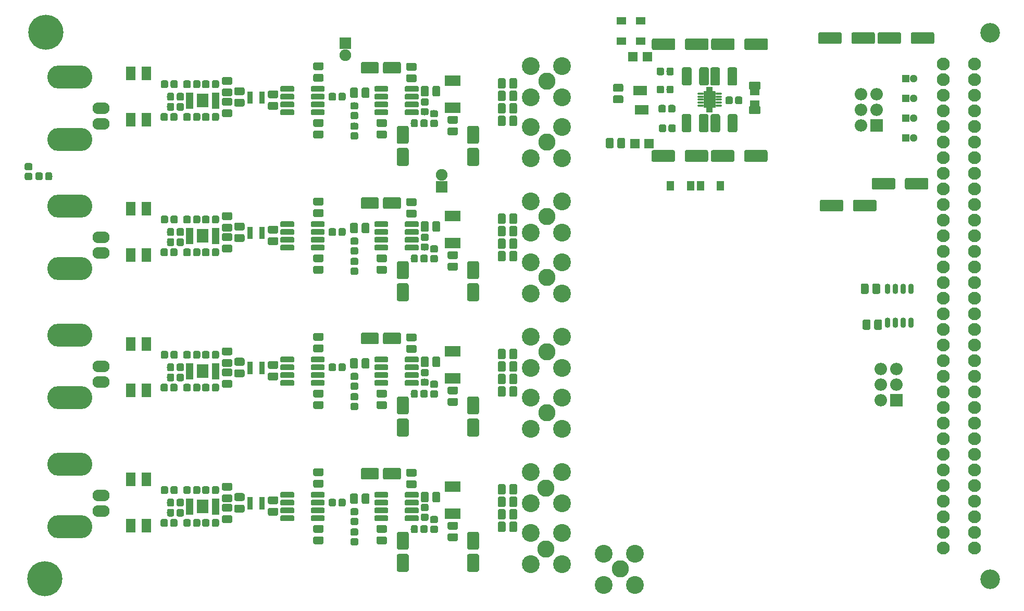
<source format=gbr>
G04 #@! TF.GenerationSoftware,KiCad,Pcbnew,(5.1.2)-1*
G04 #@! TF.CreationDate,2020-09-10T12:17:47+02:00*
G04 #@! TF.ProjectId,AFE_1CH_2V0,4146455f-3143-4485-9f32-56302e6b6963,3.1*
G04 #@! TF.SameCoordinates,Original*
G04 #@! TF.FileFunction,Soldermask,Top*
G04 #@! TF.FilePolarity,Negative*
%FSLAX46Y46*%
G04 Gerber Fmt 4.6, Leading zero omitted, Abs format (unit mm)*
G04 Created by KiCad (PCBNEW (5.1.2)-1) date 2020-09-10 12:17:47*
%MOMM*%
%LPD*%
G04 APERTURE LIST*
%ADD10C,0.100000*%
%ADD11C,0.900000*%
%ADD12C,5.700000*%
%ADD13C,2.900000*%
%ADD14C,2.800000*%
%ADD15C,1.275000*%
%ADD16R,0.950000X0.700000*%
%ADD17C,1.175000*%
%ADD18R,1.980000X2.180000*%
%ADD19R,1.190000X0.720000*%
%ADD20R,0.600000X1.700000*%
%ADD21C,1.900000*%
%ADD22R,1.900000X1.900000*%
%ADD23R,1.500000X2.300000*%
%ADD24O,2.800000X1.900000*%
%ADD25O,7.300000X3.800000*%
%ADD26C,1.550000*%
%ADD27R,1.300000X1.300000*%
%ADD28O,1.300000X1.300000*%
%ADD29R,1.600000X1.600000*%
%ADD30R,2.300000X1.600000*%
%ADD31O,0.990000X0.420000*%
%ADD32R,0.420000X0.420000*%
%ADD33R,1.950000X2.700000*%
%ADD34R,0.980000X1.350000*%
%ADD35R,0.560000X0.800000*%
%ADD36R,0.580000X1.000000*%
%ADD37R,2.027200X2.027200*%
%ADD38O,2.027200X2.027200*%
%ADD39O,0.899999X1.697000*%
%ADD40R,1.200000X1.500000*%
%ADD41R,1.500000X1.200000*%
%ADD42C,0.300000*%
%ADD43R,1.500000X1.500000*%
%ADD44C,3.200000*%
%ADD45C,2.100000*%
G04 APERTURE END LIST*
D10*
G36*
X149196054Y-59251083D02*
G01*
X149217895Y-59254323D01*
X149239314Y-59259688D01*
X149260104Y-59267127D01*
X149280064Y-59276568D01*
X149299003Y-59287919D01*
X149316738Y-59301073D01*
X149333099Y-59315901D01*
X149347927Y-59332262D01*
X149361081Y-59349997D01*
X149372432Y-59368936D01*
X149381873Y-59388896D01*
X149389312Y-59409686D01*
X149394677Y-59431105D01*
X149397917Y-59452946D01*
X149399000Y-59475000D01*
X149399000Y-59925000D01*
X149397917Y-59947054D01*
X149394677Y-59968895D01*
X149389312Y-59990314D01*
X149381873Y-60011104D01*
X149372432Y-60031064D01*
X149361081Y-60050003D01*
X149347927Y-60067738D01*
X149333099Y-60084099D01*
X149316738Y-60098927D01*
X149299003Y-60112081D01*
X149280064Y-60123432D01*
X149260104Y-60132873D01*
X149239314Y-60140312D01*
X149217895Y-60145677D01*
X149196054Y-60148917D01*
X149174000Y-60150000D01*
X147374000Y-60150000D01*
X147351946Y-60148917D01*
X147330105Y-60145677D01*
X147308686Y-60140312D01*
X147287896Y-60132873D01*
X147267936Y-60123432D01*
X147248997Y-60112081D01*
X147231262Y-60098927D01*
X147214901Y-60084099D01*
X147200073Y-60067738D01*
X147186919Y-60050003D01*
X147175568Y-60031064D01*
X147166127Y-60011104D01*
X147158688Y-59990314D01*
X147153323Y-59968895D01*
X147150083Y-59947054D01*
X147149000Y-59925000D01*
X147149000Y-59475000D01*
X147150083Y-59452946D01*
X147153323Y-59431105D01*
X147158688Y-59409686D01*
X147166127Y-59388896D01*
X147175568Y-59368936D01*
X147186919Y-59349997D01*
X147200073Y-59332262D01*
X147214901Y-59315901D01*
X147231262Y-59301073D01*
X147248997Y-59287919D01*
X147267936Y-59276568D01*
X147287896Y-59267127D01*
X147308686Y-59259688D01*
X147330105Y-59254323D01*
X147351946Y-59251083D01*
X147374000Y-59250000D01*
X149174000Y-59250000D01*
X149196054Y-59251083D01*
X149196054Y-59251083D01*
G37*
D11*
X148274000Y-59700000D03*
D10*
G36*
X149196054Y-60521083D02*
G01*
X149217895Y-60524323D01*
X149239314Y-60529688D01*
X149260104Y-60537127D01*
X149280064Y-60546568D01*
X149299003Y-60557919D01*
X149316738Y-60571073D01*
X149333099Y-60585901D01*
X149347927Y-60602262D01*
X149361081Y-60619997D01*
X149372432Y-60638936D01*
X149381873Y-60658896D01*
X149389312Y-60679686D01*
X149394677Y-60701105D01*
X149397917Y-60722946D01*
X149399000Y-60745000D01*
X149399000Y-61195000D01*
X149397917Y-61217054D01*
X149394677Y-61238895D01*
X149389312Y-61260314D01*
X149381873Y-61281104D01*
X149372432Y-61301064D01*
X149361081Y-61320003D01*
X149347927Y-61337738D01*
X149333099Y-61354099D01*
X149316738Y-61368927D01*
X149299003Y-61382081D01*
X149280064Y-61393432D01*
X149260104Y-61402873D01*
X149239314Y-61410312D01*
X149217895Y-61415677D01*
X149196054Y-61418917D01*
X149174000Y-61420000D01*
X147374000Y-61420000D01*
X147351946Y-61418917D01*
X147330105Y-61415677D01*
X147308686Y-61410312D01*
X147287896Y-61402873D01*
X147267936Y-61393432D01*
X147248997Y-61382081D01*
X147231262Y-61368927D01*
X147214901Y-61354099D01*
X147200073Y-61337738D01*
X147186919Y-61320003D01*
X147175568Y-61301064D01*
X147166127Y-61281104D01*
X147158688Y-61260314D01*
X147153323Y-61238895D01*
X147150083Y-61217054D01*
X147149000Y-61195000D01*
X147149000Y-60745000D01*
X147150083Y-60722946D01*
X147153323Y-60701105D01*
X147158688Y-60679686D01*
X147166127Y-60658896D01*
X147175568Y-60638936D01*
X147186919Y-60619997D01*
X147200073Y-60602262D01*
X147214901Y-60585901D01*
X147231262Y-60571073D01*
X147248997Y-60557919D01*
X147267936Y-60546568D01*
X147287896Y-60537127D01*
X147308686Y-60529688D01*
X147330105Y-60524323D01*
X147351946Y-60521083D01*
X147374000Y-60520000D01*
X149174000Y-60520000D01*
X149196054Y-60521083D01*
X149196054Y-60521083D01*
G37*
D11*
X148274000Y-60970000D03*
D10*
G36*
X149196054Y-61791083D02*
G01*
X149217895Y-61794323D01*
X149239314Y-61799688D01*
X149260104Y-61807127D01*
X149280064Y-61816568D01*
X149299003Y-61827919D01*
X149316738Y-61841073D01*
X149333099Y-61855901D01*
X149347927Y-61872262D01*
X149361081Y-61889997D01*
X149372432Y-61908936D01*
X149381873Y-61928896D01*
X149389312Y-61949686D01*
X149394677Y-61971105D01*
X149397917Y-61992946D01*
X149399000Y-62015000D01*
X149399000Y-62465000D01*
X149397917Y-62487054D01*
X149394677Y-62508895D01*
X149389312Y-62530314D01*
X149381873Y-62551104D01*
X149372432Y-62571064D01*
X149361081Y-62590003D01*
X149347927Y-62607738D01*
X149333099Y-62624099D01*
X149316738Y-62638927D01*
X149299003Y-62652081D01*
X149280064Y-62663432D01*
X149260104Y-62672873D01*
X149239314Y-62680312D01*
X149217895Y-62685677D01*
X149196054Y-62688917D01*
X149174000Y-62690000D01*
X147374000Y-62690000D01*
X147351946Y-62688917D01*
X147330105Y-62685677D01*
X147308686Y-62680312D01*
X147287896Y-62672873D01*
X147267936Y-62663432D01*
X147248997Y-62652081D01*
X147231262Y-62638927D01*
X147214901Y-62624099D01*
X147200073Y-62607738D01*
X147186919Y-62590003D01*
X147175568Y-62571064D01*
X147166127Y-62551104D01*
X147158688Y-62530314D01*
X147153323Y-62508895D01*
X147150083Y-62487054D01*
X147149000Y-62465000D01*
X147149000Y-62015000D01*
X147150083Y-61992946D01*
X147153323Y-61971105D01*
X147158688Y-61949686D01*
X147166127Y-61928896D01*
X147175568Y-61908936D01*
X147186919Y-61889997D01*
X147200073Y-61872262D01*
X147214901Y-61855901D01*
X147231262Y-61841073D01*
X147248997Y-61827919D01*
X147267936Y-61816568D01*
X147287896Y-61807127D01*
X147308686Y-61799688D01*
X147330105Y-61794323D01*
X147351946Y-61791083D01*
X147374000Y-61790000D01*
X149174000Y-61790000D01*
X149196054Y-61791083D01*
X149196054Y-61791083D01*
G37*
D11*
X148274000Y-62240000D03*
D10*
G36*
X149196054Y-63061083D02*
G01*
X149217895Y-63064323D01*
X149239314Y-63069688D01*
X149260104Y-63077127D01*
X149280064Y-63086568D01*
X149299003Y-63097919D01*
X149316738Y-63111073D01*
X149333099Y-63125901D01*
X149347927Y-63142262D01*
X149361081Y-63159997D01*
X149372432Y-63178936D01*
X149381873Y-63198896D01*
X149389312Y-63219686D01*
X149394677Y-63241105D01*
X149397917Y-63262946D01*
X149399000Y-63285000D01*
X149399000Y-63735000D01*
X149397917Y-63757054D01*
X149394677Y-63778895D01*
X149389312Y-63800314D01*
X149381873Y-63821104D01*
X149372432Y-63841064D01*
X149361081Y-63860003D01*
X149347927Y-63877738D01*
X149333099Y-63894099D01*
X149316738Y-63908927D01*
X149299003Y-63922081D01*
X149280064Y-63933432D01*
X149260104Y-63942873D01*
X149239314Y-63950312D01*
X149217895Y-63955677D01*
X149196054Y-63958917D01*
X149174000Y-63960000D01*
X147374000Y-63960000D01*
X147351946Y-63958917D01*
X147330105Y-63955677D01*
X147308686Y-63950312D01*
X147287896Y-63942873D01*
X147267936Y-63933432D01*
X147248997Y-63922081D01*
X147231262Y-63908927D01*
X147214901Y-63894099D01*
X147200073Y-63877738D01*
X147186919Y-63860003D01*
X147175568Y-63841064D01*
X147166127Y-63821104D01*
X147158688Y-63800314D01*
X147153323Y-63778895D01*
X147150083Y-63757054D01*
X147149000Y-63735000D01*
X147149000Y-63285000D01*
X147150083Y-63262946D01*
X147153323Y-63241105D01*
X147158688Y-63219686D01*
X147166127Y-63198896D01*
X147175568Y-63178936D01*
X147186919Y-63159997D01*
X147200073Y-63142262D01*
X147214901Y-63125901D01*
X147231262Y-63111073D01*
X147248997Y-63097919D01*
X147267936Y-63086568D01*
X147287896Y-63077127D01*
X147308686Y-63069688D01*
X147330105Y-63064323D01*
X147351946Y-63061083D01*
X147374000Y-63060000D01*
X149174000Y-63060000D01*
X149196054Y-63061083D01*
X149196054Y-63061083D01*
G37*
D11*
X148274000Y-63510000D03*
D10*
G36*
X154146054Y-63061083D02*
G01*
X154167895Y-63064323D01*
X154189314Y-63069688D01*
X154210104Y-63077127D01*
X154230064Y-63086568D01*
X154249003Y-63097919D01*
X154266738Y-63111073D01*
X154283099Y-63125901D01*
X154297927Y-63142262D01*
X154311081Y-63159997D01*
X154322432Y-63178936D01*
X154331873Y-63198896D01*
X154339312Y-63219686D01*
X154344677Y-63241105D01*
X154347917Y-63262946D01*
X154349000Y-63285000D01*
X154349000Y-63735000D01*
X154347917Y-63757054D01*
X154344677Y-63778895D01*
X154339312Y-63800314D01*
X154331873Y-63821104D01*
X154322432Y-63841064D01*
X154311081Y-63860003D01*
X154297927Y-63877738D01*
X154283099Y-63894099D01*
X154266738Y-63908927D01*
X154249003Y-63922081D01*
X154230064Y-63933432D01*
X154210104Y-63942873D01*
X154189314Y-63950312D01*
X154167895Y-63955677D01*
X154146054Y-63958917D01*
X154124000Y-63960000D01*
X152324000Y-63960000D01*
X152301946Y-63958917D01*
X152280105Y-63955677D01*
X152258686Y-63950312D01*
X152237896Y-63942873D01*
X152217936Y-63933432D01*
X152198997Y-63922081D01*
X152181262Y-63908927D01*
X152164901Y-63894099D01*
X152150073Y-63877738D01*
X152136919Y-63860003D01*
X152125568Y-63841064D01*
X152116127Y-63821104D01*
X152108688Y-63800314D01*
X152103323Y-63778895D01*
X152100083Y-63757054D01*
X152099000Y-63735000D01*
X152099000Y-63285000D01*
X152100083Y-63262946D01*
X152103323Y-63241105D01*
X152108688Y-63219686D01*
X152116127Y-63198896D01*
X152125568Y-63178936D01*
X152136919Y-63159997D01*
X152150073Y-63142262D01*
X152164901Y-63125901D01*
X152181262Y-63111073D01*
X152198997Y-63097919D01*
X152217936Y-63086568D01*
X152237896Y-63077127D01*
X152258686Y-63069688D01*
X152280105Y-63064323D01*
X152301946Y-63061083D01*
X152324000Y-63060000D01*
X154124000Y-63060000D01*
X154146054Y-63061083D01*
X154146054Y-63061083D01*
G37*
D11*
X153224000Y-63510000D03*
D10*
G36*
X154146054Y-61791083D02*
G01*
X154167895Y-61794323D01*
X154189314Y-61799688D01*
X154210104Y-61807127D01*
X154230064Y-61816568D01*
X154249003Y-61827919D01*
X154266738Y-61841073D01*
X154283099Y-61855901D01*
X154297927Y-61872262D01*
X154311081Y-61889997D01*
X154322432Y-61908936D01*
X154331873Y-61928896D01*
X154339312Y-61949686D01*
X154344677Y-61971105D01*
X154347917Y-61992946D01*
X154349000Y-62015000D01*
X154349000Y-62465000D01*
X154347917Y-62487054D01*
X154344677Y-62508895D01*
X154339312Y-62530314D01*
X154331873Y-62551104D01*
X154322432Y-62571064D01*
X154311081Y-62590003D01*
X154297927Y-62607738D01*
X154283099Y-62624099D01*
X154266738Y-62638927D01*
X154249003Y-62652081D01*
X154230064Y-62663432D01*
X154210104Y-62672873D01*
X154189314Y-62680312D01*
X154167895Y-62685677D01*
X154146054Y-62688917D01*
X154124000Y-62690000D01*
X152324000Y-62690000D01*
X152301946Y-62688917D01*
X152280105Y-62685677D01*
X152258686Y-62680312D01*
X152237896Y-62672873D01*
X152217936Y-62663432D01*
X152198997Y-62652081D01*
X152181262Y-62638927D01*
X152164901Y-62624099D01*
X152150073Y-62607738D01*
X152136919Y-62590003D01*
X152125568Y-62571064D01*
X152116127Y-62551104D01*
X152108688Y-62530314D01*
X152103323Y-62508895D01*
X152100083Y-62487054D01*
X152099000Y-62465000D01*
X152099000Y-62015000D01*
X152100083Y-61992946D01*
X152103323Y-61971105D01*
X152108688Y-61949686D01*
X152116127Y-61928896D01*
X152125568Y-61908936D01*
X152136919Y-61889997D01*
X152150073Y-61872262D01*
X152164901Y-61855901D01*
X152181262Y-61841073D01*
X152198997Y-61827919D01*
X152217936Y-61816568D01*
X152237896Y-61807127D01*
X152258686Y-61799688D01*
X152280105Y-61794323D01*
X152301946Y-61791083D01*
X152324000Y-61790000D01*
X154124000Y-61790000D01*
X154146054Y-61791083D01*
X154146054Y-61791083D01*
G37*
D11*
X153224000Y-62240000D03*
D10*
G36*
X154146054Y-60521083D02*
G01*
X154167895Y-60524323D01*
X154189314Y-60529688D01*
X154210104Y-60537127D01*
X154230064Y-60546568D01*
X154249003Y-60557919D01*
X154266738Y-60571073D01*
X154283099Y-60585901D01*
X154297927Y-60602262D01*
X154311081Y-60619997D01*
X154322432Y-60638936D01*
X154331873Y-60658896D01*
X154339312Y-60679686D01*
X154344677Y-60701105D01*
X154347917Y-60722946D01*
X154349000Y-60745000D01*
X154349000Y-61195000D01*
X154347917Y-61217054D01*
X154344677Y-61238895D01*
X154339312Y-61260314D01*
X154331873Y-61281104D01*
X154322432Y-61301064D01*
X154311081Y-61320003D01*
X154297927Y-61337738D01*
X154283099Y-61354099D01*
X154266738Y-61368927D01*
X154249003Y-61382081D01*
X154230064Y-61393432D01*
X154210104Y-61402873D01*
X154189314Y-61410312D01*
X154167895Y-61415677D01*
X154146054Y-61418917D01*
X154124000Y-61420000D01*
X152324000Y-61420000D01*
X152301946Y-61418917D01*
X152280105Y-61415677D01*
X152258686Y-61410312D01*
X152237896Y-61402873D01*
X152217936Y-61393432D01*
X152198997Y-61382081D01*
X152181262Y-61368927D01*
X152164901Y-61354099D01*
X152150073Y-61337738D01*
X152136919Y-61320003D01*
X152125568Y-61301064D01*
X152116127Y-61281104D01*
X152108688Y-61260314D01*
X152103323Y-61238895D01*
X152100083Y-61217054D01*
X152099000Y-61195000D01*
X152099000Y-60745000D01*
X152100083Y-60722946D01*
X152103323Y-60701105D01*
X152108688Y-60679686D01*
X152116127Y-60658896D01*
X152125568Y-60638936D01*
X152136919Y-60619997D01*
X152150073Y-60602262D01*
X152164901Y-60585901D01*
X152181262Y-60571073D01*
X152198997Y-60557919D01*
X152217936Y-60546568D01*
X152237896Y-60537127D01*
X152258686Y-60529688D01*
X152280105Y-60524323D01*
X152301946Y-60521083D01*
X152324000Y-60520000D01*
X154124000Y-60520000D01*
X154146054Y-60521083D01*
X154146054Y-60521083D01*
G37*
D11*
X153224000Y-60970000D03*
D10*
G36*
X154146054Y-59251083D02*
G01*
X154167895Y-59254323D01*
X154189314Y-59259688D01*
X154210104Y-59267127D01*
X154230064Y-59276568D01*
X154249003Y-59287919D01*
X154266738Y-59301073D01*
X154283099Y-59315901D01*
X154297927Y-59332262D01*
X154311081Y-59349997D01*
X154322432Y-59368936D01*
X154331873Y-59388896D01*
X154339312Y-59409686D01*
X154344677Y-59431105D01*
X154347917Y-59452946D01*
X154349000Y-59475000D01*
X154349000Y-59925000D01*
X154347917Y-59947054D01*
X154344677Y-59968895D01*
X154339312Y-59990314D01*
X154331873Y-60011104D01*
X154322432Y-60031064D01*
X154311081Y-60050003D01*
X154297927Y-60067738D01*
X154283099Y-60084099D01*
X154266738Y-60098927D01*
X154249003Y-60112081D01*
X154230064Y-60123432D01*
X154210104Y-60132873D01*
X154189314Y-60140312D01*
X154167895Y-60145677D01*
X154146054Y-60148917D01*
X154124000Y-60150000D01*
X152324000Y-60150000D01*
X152301946Y-60148917D01*
X152280105Y-60145677D01*
X152258686Y-60140312D01*
X152237896Y-60132873D01*
X152217936Y-60123432D01*
X152198997Y-60112081D01*
X152181262Y-60098927D01*
X152164901Y-60084099D01*
X152150073Y-60067738D01*
X152136919Y-60050003D01*
X152125568Y-60031064D01*
X152116127Y-60011104D01*
X152108688Y-59990314D01*
X152103323Y-59968895D01*
X152100083Y-59947054D01*
X152099000Y-59925000D01*
X152099000Y-59475000D01*
X152100083Y-59452946D01*
X152103323Y-59431105D01*
X152108688Y-59409686D01*
X152116127Y-59388896D01*
X152125568Y-59368936D01*
X152136919Y-59349997D01*
X152150073Y-59332262D01*
X152164901Y-59315901D01*
X152181262Y-59301073D01*
X152198997Y-59287919D01*
X152217936Y-59276568D01*
X152237896Y-59267127D01*
X152258686Y-59259688D01*
X152280105Y-59254323D01*
X152301946Y-59251083D01*
X152324000Y-59250000D01*
X154124000Y-59250000D01*
X154146054Y-59251083D01*
X154146054Y-59251083D01*
G37*
D11*
X153224000Y-59700000D03*
D10*
G36*
X149196054Y-81261083D02*
G01*
X149217895Y-81264323D01*
X149239314Y-81269688D01*
X149260104Y-81277127D01*
X149280064Y-81286568D01*
X149299003Y-81297919D01*
X149316738Y-81311073D01*
X149333099Y-81325901D01*
X149347927Y-81342262D01*
X149361081Y-81359997D01*
X149372432Y-81378936D01*
X149381873Y-81398896D01*
X149389312Y-81419686D01*
X149394677Y-81441105D01*
X149397917Y-81462946D01*
X149399000Y-81485000D01*
X149399000Y-81935000D01*
X149397917Y-81957054D01*
X149394677Y-81978895D01*
X149389312Y-82000314D01*
X149381873Y-82021104D01*
X149372432Y-82041064D01*
X149361081Y-82060003D01*
X149347927Y-82077738D01*
X149333099Y-82094099D01*
X149316738Y-82108927D01*
X149299003Y-82122081D01*
X149280064Y-82133432D01*
X149260104Y-82142873D01*
X149239314Y-82150312D01*
X149217895Y-82155677D01*
X149196054Y-82158917D01*
X149174000Y-82160000D01*
X147374000Y-82160000D01*
X147351946Y-82158917D01*
X147330105Y-82155677D01*
X147308686Y-82150312D01*
X147287896Y-82142873D01*
X147267936Y-82133432D01*
X147248997Y-82122081D01*
X147231262Y-82108927D01*
X147214901Y-82094099D01*
X147200073Y-82077738D01*
X147186919Y-82060003D01*
X147175568Y-82041064D01*
X147166127Y-82021104D01*
X147158688Y-82000314D01*
X147153323Y-81978895D01*
X147150083Y-81957054D01*
X147149000Y-81935000D01*
X147149000Y-81485000D01*
X147150083Y-81462946D01*
X147153323Y-81441105D01*
X147158688Y-81419686D01*
X147166127Y-81398896D01*
X147175568Y-81378936D01*
X147186919Y-81359997D01*
X147200073Y-81342262D01*
X147214901Y-81325901D01*
X147231262Y-81311073D01*
X147248997Y-81297919D01*
X147267936Y-81286568D01*
X147287896Y-81277127D01*
X147308686Y-81269688D01*
X147330105Y-81264323D01*
X147351946Y-81261083D01*
X147374000Y-81260000D01*
X149174000Y-81260000D01*
X149196054Y-81261083D01*
X149196054Y-81261083D01*
G37*
D11*
X148274000Y-81710000D03*
D10*
G36*
X149196054Y-82531083D02*
G01*
X149217895Y-82534323D01*
X149239314Y-82539688D01*
X149260104Y-82547127D01*
X149280064Y-82556568D01*
X149299003Y-82567919D01*
X149316738Y-82581073D01*
X149333099Y-82595901D01*
X149347927Y-82612262D01*
X149361081Y-82629997D01*
X149372432Y-82648936D01*
X149381873Y-82668896D01*
X149389312Y-82689686D01*
X149394677Y-82711105D01*
X149397917Y-82732946D01*
X149399000Y-82755000D01*
X149399000Y-83205000D01*
X149397917Y-83227054D01*
X149394677Y-83248895D01*
X149389312Y-83270314D01*
X149381873Y-83291104D01*
X149372432Y-83311064D01*
X149361081Y-83330003D01*
X149347927Y-83347738D01*
X149333099Y-83364099D01*
X149316738Y-83378927D01*
X149299003Y-83392081D01*
X149280064Y-83403432D01*
X149260104Y-83412873D01*
X149239314Y-83420312D01*
X149217895Y-83425677D01*
X149196054Y-83428917D01*
X149174000Y-83430000D01*
X147374000Y-83430000D01*
X147351946Y-83428917D01*
X147330105Y-83425677D01*
X147308686Y-83420312D01*
X147287896Y-83412873D01*
X147267936Y-83403432D01*
X147248997Y-83392081D01*
X147231262Y-83378927D01*
X147214901Y-83364099D01*
X147200073Y-83347738D01*
X147186919Y-83330003D01*
X147175568Y-83311064D01*
X147166127Y-83291104D01*
X147158688Y-83270314D01*
X147153323Y-83248895D01*
X147150083Y-83227054D01*
X147149000Y-83205000D01*
X147149000Y-82755000D01*
X147150083Y-82732946D01*
X147153323Y-82711105D01*
X147158688Y-82689686D01*
X147166127Y-82668896D01*
X147175568Y-82648936D01*
X147186919Y-82629997D01*
X147200073Y-82612262D01*
X147214901Y-82595901D01*
X147231262Y-82581073D01*
X147248997Y-82567919D01*
X147267936Y-82556568D01*
X147287896Y-82547127D01*
X147308686Y-82539688D01*
X147330105Y-82534323D01*
X147351946Y-82531083D01*
X147374000Y-82530000D01*
X149174000Y-82530000D01*
X149196054Y-82531083D01*
X149196054Y-82531083D01*
G37*
D11*
X148274000Y-82980000D03*
D10*
G36*
X149196054Y-83801083D02*
G01*
X149217895Y-83804323D01*
X149239314Y-83809688D01*
X149260104Y-83817127D01*
X149280064Y-83826568D01*
X149299003Y-83837919D01*
X149316738Y-83851073D01*
X149333099Y-83865901D01*
X149347927Y-83882262D01*
X149361081Y-83899997D01*
X149372432Y-83918936D01*
X149381873Y-83938896D01*
X149389312Y-83959686D01*
X149394677Y-83981105D01*
X149397917Y-84002946D01*
X149399000Y-84025000D01*
X149399000Y-84475000D01*
X149397917Y-84497054D01*
X149394677Y-84518895D01*
X149389312Y-84540314D01*
X149381873Y-84561104D01*
X149372432Y-84581064D01*
X149361081Y-84600003D01*
X149347927Y-84617738D01*
X149333099Y-84634099D01*
X149316738Y-84648927D01*
X149299003Y-84662081D01*
X149280064Y-84673432D01*
X149260104Y-84682873D01*
X149239314Y-84690312D01*
X149217895Y-84695677D01*
X149196054Y-84698917D01*
X149174000Y-84700000D01*
X147374000Y-84700000D01*
X147351946Y-84698917D01*
X147330105Y-84695677D01*
X147308686Y-84690312D01*
X147287896Y-84682873D01*
X147267936Y-84673432D01*
X147248997Y-84662081D01*
X147231262Y-84648927D01*
X147214901Y-84634099D01*
X147200073Y-84617738D01*
X147186919Y-84600003D01*
X147175568Y-84581064D01*
X147166127Y-84561104D01*
X147158688Y-84540314D01*
X147153323Y-84518895D01*
X147150083Y-84497054D01*
X147149000Y-84475000D01*
X147149000Y-84025000D01*
X147150083Y-84002946D01*
X147153323Y-83981105D01*
X147158688Y-83959686D01*
X147166127Y-83938896D01*
X147175568Y-83918936D01*
X147186919Y-83899997D01*
X147200073Y-83882262D01*
X147214901Y-83865901D01*
X147231262Y-83851073D01*
X147248997Y-83837919D01*
X147267936Y-83826568D01*
X147287896Y-83817127D01*
X147308686Y-83809688D01*
X147330105Y-83804323D01*
X147351946Y-83801083D01*
X147374000Y-83800000D01*
X149174000Y-83800000D01*
X149196054Y-83801083D01*
X149196054Y-83801083D01*
G37*
D11*
X148274000Y-84250000D03*
D10*
G36*
X149196054Y-85071083D02*
G01*
X149217895Y-85074323D01*
X149239314Y-85079688D01*
X149260104Y-85087127D01*
X149280064Y-85096568D01*
X149299003Y-85107919D01*
X149316738Y-85121073D01*
X149333099Y-85135901D01*
X149347927Y-85152262D01*
X149361081Y-85169997D01*
X149372432Y-85188936D01*
X149381873Y-85208896D01*
X149389312Y-85229686D01*
X149394677Y-85251105D01*
X149397917Y-85272946D01*
X149399000Y-85295000D01*
X149399000Y-85745000D01*
X149397917Y-85767054D01*
X149394677Y-85788895D01*
X149389312Y-85810314D01*
X149381873Y-85831104D01*
X149372432Y-85851064D01*
X149361081Y-85870003D01*
X149347927Y-85887738D01*
X149333099Y-85904099D01*
X149316738Y-85918927D01*
X149299003Y-85932081D01*
X149280064Y-85943432D01*
X149260104Y-85952873D01*
X149239314Y-85960312D01*
X149217895Y-85965677D01*
X149196054Y-85968917D01*
X149174000Y-85970000D01*
X147374000Y-85970000D01*
X147351946Y-85968917D01*
X147330105Y-85965677D01*
X147308686Y-85960312D01*
X147287896Y-85952873D01*
X147267936Y-85943432D01*
X147248997Y-85932081D01*
X147231262Y-85918927D01*
X147214901Y-85904099D01*
X147200073Y-85887738D01*
X147186919Y-85870003D01*
X147175568Y-85851064D01*
X147166127Y-85831104D01*
X147158688Y-85810314D01*
X147153323Y-85788895D01*
X147150083Y-85767054D01*
X147149000Y-85745000D01*
X147149000Y-85295000D01*
X147150083Y-85272946D01*
X147153323Y-85251105D01*
X147158688Y-85229686D01*
X147166127Y-85208896D01*
X147175568Y-85188936D01*
X147186919Y-85169997D01*
X147200073Y-85152262D01*
X147214901Y-85135901D01*
X147231262Y-85121073D01*
X147248997Y-85107919D01*
X147267936Y-85096568D01*
X147287896Y-85087127D01*
X147308686Y-85079688D01*
X147330105Y-85074323D01*
X147351946Y-85071083D01*
X147374000Y-85070000D01*
X149174000Y-85070000D01*
X149196054Y-85071083D01*
X149196054Y-85071083D01*
G37*
D11*
X148274000Y-85520000D03*
D10*
G36*
X154146054Y-85071083D02*
G01*
X154167895Y-85074323D01*
X154189314Y-85079688D01*
X154210104Y-85087127D01*
X154230064Y-85096568D01*
X154249003Y-85107919D01*
X154266738Y-85121073D01*
X154283099Y-85135901D01*
X154297927Y-85152262D01*
X154311081Y-85169997D01*
X154322432Y-85188936D01*
X154331873Y-85208896D01*
X154339312Y-85229686D01*
X154344677Y-85251105D01*
X154347917Y-85272946D01*
X154349000Y-85295000D01*
X154349000Y-85745000D01*
X154347917Y-85767054D01*
X154344677Y-85788895D01*
X154339312Y-85810314D01*
X154331873Y-85831104D01*
X154322432Y-85851064D01*
X154311081Y-85870003D01*
X154297927Y-85887738D01*
X154283099Y-85904099D01*
X154266738Y-85918927D01*
X154249003Y-85932081D01*
X154230064Y-85943432D01*
X154210104Y-85952873D01*
X154189314Y-85960312D01*
X154167895Y-85965677D01*
X154146054Y-85968917D01*
X154124000Y-85970000D01*
X152324000Y-85970000D01*
X152301946Y-85968917D01*
X152280105Y-85965677D01*
X152258686Y-85960312D01*
X152237896Y-85952873D01*
X152217936Y-85943432D01*
X152198997Y-85932081D01*
X152181262Y-85918927D01*
X152164901Y-85904099D01*
X152150073Y-85887738D01*
X152136919Y-85870003D01*
X152125568Y-85851064D01*
X152116127Y-85831104D01*
X152108688Y-85810314D01*
X152103323Y-85788895D01*
X152100083Y-85767054D01*
X152099000Y-85745000D01*
X152099000Y-85295000D01*
X152100083Y-85272946D01*
X152103323Y-85251105D01*
X152108688Y-85229686D01*
X152116127Y-85208896D01*
X152125568Y-85188936D01*
X152136919Y-85169997D01*
X152150073Y-85152262D01*
X152164901Y-85135901D01*
X152181262Y-85121073D01*
X152198997Y-85107919D01*
X152217936Y-85096568D01*
X152237896Y-85087127D01*
X152258686Y-85079688D01*
X152280105Y-85074323D01*
X152301946Y-85071083D01*
X152324000Y-85070000D01*
X154124000Y-85070000D01*
X154146054Y-85071083D01*
X154146054Y-85071083D01*
G37*
D11*
X153224000Y-85520000D03*
D10*
G36*
X154146054Y-83801083D02*
G01*
X154167895Y-83804323D01*
X154189314Y-83809688D01*
X154210104Y-83817127D01*
X154230064Y-83826568D01*
X154249003Y-83837919D01*
X154266738Y-83851073D01*
X154283099Y-83865901D01*
X154297927Y-83882262D01*
X154311081Y-83899997D01*
X154322432Y-83918936D01*
X154331873Y-83938896D01*
X154339312Y-83959686D01*
X154344677Y-83981105D01*
X154347917Y-84002946D01*
X154349000Y-84025000D01*
X154349000Y-84475000D01*
X154347917Y-84497054D01*
X154344677Y-84518895D01*
X154339312Y-84540314D01*
X154331873Y-84561104D01*
X154322432Y-84581064D01*
X154311081Y-84600003D01*
X154297927Y-84617738D01*
X154283099Y-84634099D01*
X154266738Y-84648927D01*
X154249003Y-84662081D01*
X154230064Y-84673432D01*
X154210104Y-84682873D01*
X154189314Y-84690312D01*
X154167895Y-84695677D01*
X154146054Y-84698917D01*
X154124000Y-84700000D01*
X152324000Y-84700000D01*
X152301946Y-84698917D01*
X152280105Y-84695677D01*
X152258686Y-84690312D01*
X152237896Y-84682873D01*
X152217936Y-84673432D01*
X152198997Y-84662081D01*
X152181262Y-84648927D01*
X152164901Y-84634099D01*
X152150073Y-84617738D01*
X152136919Y-84600003D01*
X152125568Y-84581064D01*
X152116127Y-84561104D01*
X152108688Y-84540314D01*
X152103323Y-84518895D01*
X152100083Y-84497054D01*
X152099000Y-84475000D01*
X152099000Y-84025000D01*
X152100083Y-84002946D01*
X152103323Y-83981105D01*
X152108688Y-83959686D01*
X152116127Y-83938896D01*
X152125568Y-83918936D01*
X152136919Y-83899997D01*
X152150073Y-83882262D01*
X152164901Y-83865901D01*
X152181262Y-83851073D01*
X152198997Y-83837919D01*
X152217936Y-83826568D01*
X152237896Y-83817127D01*
X152258686Y-83809688D01*
X152280105Y-83804323D01*
X152301946Y-83801083D01*
X152324000Y-83800000D01*
X154124000Y-83800000D01*
X154146054Y-83801083D01*
X154146054Y-83801083D01*
G37*
D11*
X153224000Y-84250000D03*
D10*
G36*
X154146054Y-82531083D02*
G01*
X154167895Y-82534323D01*
X154189314Y-82539688D01*
X154210104Y-82547127D01*
X154230064Y-82556568D01*
X154249003Y-82567919D01*
X154266738Y-82581073D01*
X154283099Y-82595901D01*
X154297927Y-82612262D01*
X154311081Y-82629997D01*
X154322432Y-82648936D01*
X154331873Y-82668896D01*
X154339312Y-82689686D01*
X154344677Y-82711105D01*
X154347917Y-82732946D01*
X154349000Y-82755000D01*
X154349000Y-83205000D01*
X154347917Y-83227054D01*
X154344677Y-83248895D01*
X154339312Y-83270314D01*
X154331873Y-83291104D01*
X154322432Y-83311064D01*
X154311081Y-83330003D01*
X154297927Y-83347738D01*
X154283099Y-83364099D01*
X154266738Y-83378927D01*
X154249003Y-83392081D01*
X154230064Y-83403432D01*
X154210104Y-83412873D01*
X154189314Y-83420312D01*
X154167895Y-83425677D01*
X154146054Y-83428917D01*
X154124000Y-83430000D01*
X152324000Y-83430000D01*
X152301946Y-83428917D01*
X152280105Y-83425677D01*
X152258686Y-83420312D01*
X152237896Y-83412873D01*
X152217936Y-83403432D01*
X152198997Y-83392081D01*
X152181262Y-83378927D01*
X152164901Y-83364099D01*
X152150073Y-83347738D01*
X152136919Y-83330003D01*
X152125568Y-83311064D01*
X152116127Y-83291104D01*
X152108688Y-83270314D01*
X152103323Y-83248895D01*
X152100083Y-83227054D01*
X152099000Y-83205000D01*
X152099000Y-82755000D01*
X152100083Y-82732946D01*
X152103323Y-82711105D01*
X152108688Y-82689686D01*
X152116127Y-82668896D01*
X152125568Y-82648936D01*
X152136919Y-82629997D01*
X152150073Y-82612262D01*
X152164901Y-82595901D01*
X152181262Y-82581073D01*
X152198997Y-82567919D01*
X152217936Y-82556568D01*
X152237896Y-82547127D01*
X152258686Y-82539688D01*
X152280105Y-82534323D01*
X152301946Y-82531083D01*
X152324000Y-82530000D01*
X154124000Y-82530000D01*
X154146054Y-82531083D01*
X154146054Y-82531083D01*
G37*
D11*
X153224000Y-82980000D03*
D10*
G36*
X154146054Y-81261083D02*
G01*
X154167895Y-81264323D01*
X154189314Y-81269688D01*
X154210104Y-81277127D01*
X154230064Y-81286568D01*
X154249003Y-81297919D01*
X154266738Y-81311073D01*
X154283099Y-81325901D01*
X154297927Y-81342262D01*
X154311081Y-81359997D01*
X154322432Y-81378936D01*
X154331873Y-81398896D01*
X154339312Y-81419686D01*
X154344677Y-81441105D01*
X154347917Y-81462946D01*
X154349000Y-81485000D01*
X154349000Y-81935000D01*
X154347917Y-81957054D01*
X154344677Y-81978895D01*
X154339312Y-82000314D01*
X154331873Y-82021104D01*
X154322432Y-82041064D01*
X154311081Y-82060003D01*
X154297927Y-82077738D01*
X154283099Y-82094099D01*
X154266738Y-82108927D01*
X154249003Y-82122081D01*
X154230064Y-82133432D01*
X154210104Y-82142873D01*
X154189314Y-82150312D01*
X154167895Y-82155677D01*
X154146054Y-82158917D01*
X154124000Y-82160000D01*
X152324000Y-82160000D01*
X152301946Y-82158917D01*
X152280105Y-82155677D01*
X152258686Y-82150312D01*
X152237896Y-82142873D01*
X152217936Y-82133432D01*
X152198997Y-82122081D01*
X152181262Y-82108927D01*
X152164901Y-82094099D01*
X152150073Y-82077738D01*
X152136919Y-82060003D01*
X152125568Y-82041064D01*
X152116127Y-82021104D01*
X152108688Y-82000314D01*
X152103323Y-81978895D01*
X152100083Y-81957054D01*
X152099000Y-81935000D01*
X152099000Y-81485000D01*
X152100083Y-81462946D01*
X152103323Y-81441105D01*
X152108688Y-81419686D01*
X152116127Y-81398896D01*
X152125568Y-81378936D01*
X152136919Y-81359997D01*
X152150073Y-81342262D01*
X152164901Y-81325901D01*
X152181262Y-81311073D01*
X152198997Y-81297919D01*
X152217936Y-81286568D01*
X152237896Y-81277127D01*
X152258686Y-81269688D01*
X152280105Y-81264323D01*
X152301946Y-81261083D01*
X152324000Y-81260000D01*
X154124000Y-81260000D01*
X154146054Y-81261083D01*
X154146054Y-81261083D01*
G37*
D11*
X153224000Y-81710000D03*
D10*
G36*
X149196054Y-103271083D02*
G01*
X149217895Y-103274323D01*
X149239314Y-103279688D01*
X149260104Y-103287127D01*
X149280064Y-103296568D01*
X149299003Y-103307919D01*
X149316738Y-103321073D01*
X149333099Y-103335901D01*
X149347927Y-103352262D01*
X149361081Y-103369997D01*
X149372432Y-103388936D01*
X149381873Y-103408896D01*
X149389312Y-103429686D01*
X149394677Y-103451105D01*
X149397917Y-103472946D01*
X149399000Y-103495000D01*
X149399000Y-103945000D01*
X149397917Y-103967054D01*
X149394677Y-103988895D01*
X149389312Y-104010314D01*
X149381873Y-104031104D01*
X149372432Y-104051064D01*
X149361081Y-104070003D01*
X149347927Y-104087738D01*
X149333099Y-104104099D01*
X149316738Y-104118927D01*
X149299003Y-104132081D01*
X149280064Y-104143432D01*
X149260104Y-104152873D01*
X149239314Y-104160312D01*
X149217895Y-104165677D01*
X149196054Y-104168917D01*
X149174000Y-104170000D01*
X147374000Y-104170000D01*
X147351946Y-104168917D01*
X147330105Y-104165677D01*
X147308686Y-104160312D01*
X147287896Y-104152873D01*
X147267936Y-104143432D01*
X147248997Y-104132081D01*
X147231262Y-104118927D01*
X147214901Y-104104099D01*
X147200073Y-104087738D01*
X147186919Y-104070003D01*
X147175568Y-104051064D01*
X147166127Y-104031104D01*
X147158688Y-104010314D01*
X147153323Y-103988895D01*
X147150083Y-103967054D01*
X147149000Y-103945000D01*
X147149000Y-103495000D01*
X147150083Y-103472946D01*
X147153323Y-103451105D01*
X147158688Y-103429686D01*
X147166127Y-103408896D01*
X147175568Y-103388936D01*
X147186919Y-103369997D01*
X147200073Y-103352262D01*
X147214901Y-103335901D01*
X147231262Y-103321073D01*
X147248997Y-103307919D01*
X147267936Y-103296568D01*
X147287896Y-103287127D01*
X147308686Y-103279688D01*
X147330105Y-103274323D01*
X147351946Y-103271083D01*
X147374000Y-103270000D01*
X149174000Y-103270000D01*
X149196054Y-103271083D01*
X149196054Y-103271083D01*
G37*
D11*
X148274000Y-103720000D03*
D10*
G36*
X149196054Y-104541083D02*
G01*
X149217895Y-104544323D01*
X149239314Y-104549688D01*
X149260104Y-104557127D01*
X149280064Y-104566568D01*
X149299003Y-104577919D01*
X149316738Y-104591073D01*
X149333099Y-104605901D01*
X149347927Y-104622262D01*
X149361081Y-104639997D01*
X149372432Y-104658936D01*
X149381873Y-104678896D01*
X149389312Y-104699686D01*
X149394677Y-104721105D01*
X149397917Y-104742946D01*
X149399000Y-104765000D01*
X149399000Y-105215000D01*
X149397917Y-105237054D01*
X149394677Y-105258895D01*
X149389312Y-105280314D01*
X149381873Y-105301104D01*
X149372432Y-105321064D01*
X149361081Y-105340003D01*
X149347927Y-105357738D01*
X149333099Y-105374099D01*
X149316738Y-105388927D01*
X149299003Y-105402081D01*
X149280064Y-105413432D01*
X149260104Y-105422873D01*
X149239314Y-105430312D01*
X149217895Y-105435677D01*
X149196054Y-105438917D01*
X149174000Y-105440000D01*
X147374000Y-105440000D01*
X147351946Y-105438917D01*
X147330105Y-105435677D01*
X147308686Y-105430312D01*
X147287896Y-105422873D01*
X147267936Y-105413432D01*
X147248997Y-105402081D01*
X147231262Y-105388927D01*
X147214901Y-105374099D01*
X147200073Y-105357738D01*
X147186919Y-105340003D01*
X147175568Y-105321064D01*
X147166127Y-105301104D01*
X147158688Y-105280314D01*
X147153323Y-105258895D01*
X147150083Y-105237054D01*
X147149000Y-105215000D01*
X147149000Y-104765000D01*
X147150083Y-104742946D01*
X147153323Y-104721105D01*
X147158688Y-104699686D01*
X147166127Y-104678896D01*
X147175568Y-104658936D01*
X147186919Y-104639997D01*
X147200073Y-104622262D01*
X147214901Y-104605901D01*
X147231262Y-104591073D01*
X147248997Y-104577919D01*
X147267936Y-104566568D01*
X147287896Y-104557127D01*
X147308686Y-104549688D01*
X147330105Y-104544323D01*
X147351946Y-104541083D01*
X147374000Y-104540000D01*
X149174000Y-104540000D01*
X149196054Y-104541083D01*
X149196054Y-104541083D01*
G37*
D11*
X148274000Y-104990000D03*
D10*
G36*
X149196054Y-105811083D02*
G01*
X149217895Y-105814323D01*
X149239314Y-105819688D01*
X149260104Y-105827127D01*
X149280064Y-105836568D01*
X149299003Y-105847919D01*
X149316738Y-105861073D01*
X149333099Y-105875901D01*
X149347927Y-105892262D01*
X149361081Y-105909997D01*
X149372432Y-105928936D01*
X149381873Y-105948896D01*
X149389312Y-105969686D01*
X149394677Y-105991105D01*
X149397917Y-106012946D01*
X149399000Y-106035000D01*
X149399000Y-106485000D01*
X149397917Y-106507054D01*
X149394677Y-106528895D01*
X149389312Y-106550314D01*
X149381873Y-106571104D01*
X149372432Y-106591064D01*
X149361081Y-106610003D01*
X149347927Y-106627738D01*
X149333099Y-106644099D01*
X149316738Y-106658927D01*
X149299003Y-106672081D01*
X149280064Y-106683432D01*
X149260104Y-106692873D01*
X149239314Y-106700312D01*
X149217895Y-106705677D01*
X149196054Y-106708917D01*
X149174000Y-106710000D01*
X147374000Y-106710000D01*
X147351946Y-106708917D01*
X147330105Y-106705677D01*
X147308686Y-106700312D01*
X147287896Y-106692873D01*
X147267936Y-106683432D01*
X147248997Y-106672081D01*
X147231262Y-106658927D01*
X147214901Y-106644099D01*
X147200073Y-106627738D01*
X147186919Y-106610003D01*
X147175568Y-106591064D01*
X147166127Y-106571104D01*
X147158688Y-106550314D01*
X147153323Y-106528895D01*
X147150083Y-106507054D01*
X147149000Y-106485000D01*
X147149000Y-106035000D01*
X147150083Y-106012946D01*
X147153323Y-105991105D01*
X147158688Y-105969686D01*
X147166127Y-105948896D01*
X147175568Y-105928936D01*
X147186919Y-105909997D01*
X147200073Y-105892262D01*
X147214901Y-105875901D01*
X147231262Y-105861073D01*
X147248997Y-105847919D01*
X147267936Y-105836568D01*
X147287896Y-105827127D01*
X147308686Y-105819688D01*
X147330105Y-105814323D01*
X147351946Y-105811083D01*
X147374000Y-105810000D01*
X149174000Y-105810000D01*
X149196054Y-105811083D01*
X149196054Y-105811083D01*
G37*
D11*
X148274000Y-106260000D03*
D10*
G36*
X149196054Y-107081083D02*
G01*
X149217895Y-107084323D01*
X149239314Y-107089688D01*
X149260104Y-107097127D01*
X149280064Y-107106568D01*
X149299003Y-107117919D01*
X149316738Y-107131073D01*
X149333099Y-107145901D01*
X149347927Y-107162262D01*
X149361081Y-107179997D01*
X149372432Y-107198936D01*
X149381873Y-107218896D01*
X149389312Y-107239686D01*
X149394677Y-107261105D01*
X149397917Y-107282946D01*
X149399000Y-107305000D01*
X149399000Y-107755000D01*
X149397917Y-107777054D01*
X149394677Y-107798895D01*
X149389312Y-107820314D01*
X149381873Y-107841104D01*
X149372432Y-107861064D01*
X149361081Y-107880003D01*
X149347927Y-107897738D01*
X149333099Y-107914099D01*
X149316738Y-107928927D01*
X149299003Y-107942081D01*
X149280064Y-107953432D01*
X149260104Y-107962873D01*
X149239314Y-107970312D01*
X149217895Y-107975677D01*
X149196054Y-107978917D01*
X149174000Y-107980000D01*
X147374000Y-107980000D01*
X147351946Y-107978917D01*
X147330105Y-107975677D01*
X147308686Y-107970312D01*
X147287896Y-107962873D01*
X147267936Y-107953432D01*
X147248997Y-107942081D01*
X147231262Y-107928927D01*
X147214901Y-107914099D01*
X147200073Y-107897738D01*
X147186919Y-107880003D01*
X147175568Y-107861064D01*
X147166127Y-107841104D01*
X147158688Y-107820314D01*
X147153323Y-107798895D01*
X147150083Y-107777054D01*
X147149000Y-107755000D01*
X147149000Y-107305000D01*
X147150083Y-107282946D01*
X147153323Y-107261105D01*
X147158688Y-107239686D01*
X147166127Y-107218896D01*
X147175568Y-107198936D01*
X147186919Y-107179997D01*
X147200073Y-107162262D01*
X147214901Y-107145901D01*
X147231262Y-107131073D01*
X147248997Y-107117919D01*
X147267936Y-107106568D01*
X147287896Y-107097127D01*
X147308686Y-107089688D01*
X147330105Y-107084323D01*
X147351946Y-107081083D01*
X147374000Y-107080000D01*
X149174000Y-107080000D01*
X149196054Y-107081083D01*
X149196054Y-107081083D01*
G37*
D11*
X148274000Y-107530000D03*
D10*
G36*
X154146054Y-107081083D02*
G01*
X154167895Y-107084323D01*
X154189314Y-107089688D01*
X154210104Y-107097127D01*
X154230064Y-107106568D01*
X154249003Y-107117919D01*
X154266738Y-107131073D01*
X154283099Y-107145901D01*
X154297927Y-107162262D01*
X154311081Y-107179997D01*
X154322432Y-107198936D01*
X154331873Y-107218896D01*
X154339312Y-107239686D01*
X154344677Y-107261105D01*
X154347917Y-107282946D01*
X154349000Y-107305000D01*
X154349000Y-107755000D01*
X154347917Y-107777054D01*
X154344677Y-107798895D01*
X154339312Y-107820314D01*
X154331873Y-107841104D01*
X154322432Y-107861064D01*
X154311081Y-107880003D01*
X154297927Y-107897738D01*
X154283099Y-107914099D01*
X154266738Y-107928927D01*
X154249003Y-107942081D01*
X154230064Y-107953432D01*
X154210104Y-107962873D01*
X154189314Y-107970312D01*
X154167895Y-107975677D01*
X154146054Y-107978917D01*
X154124000Y-107980000D01*
X152324000Y-107980000D01*
X152301946Y-107978917D01*
X152280105Y-107975677D01*
X152258686Y-107970312D01*
X152237896Y-107962873D01*
X152217936Y-107953432D01*
X152198997Y-107942081D01*
X152181262Y-107928927D01*
X152164901Y-107914099D01*
X152150073Y-107897738D01*
X152136919Y-107880003D01*
X152125568Y-107861064D01*
X152116127Y-107841104D01*
X152108688Y-107820314D01*
X152103323Y-107798895D01*
X152100083Y-107777054D01*
X152099000Y-107755000D01*
X152099000Y-107305000D01*
X152100083Y-107282946D01*
X152103323Y-107261105D01*
X152108688Y-107239686D01*
X152116127Y-107218896D01*
X152125568Y-107198936D01*
X152136919Y-107179997D01*
X152150073Y-107162262D01*
X152164901Y-107145901D01*
X152181262Y-107131073D01*
X152198997Y-107117919D01*
X152217936Y-107106568D01*
X152237896Y-107097127D01*
X152258686Y-107089688D01*
X152280105Y-107084323D01*
X152301946Y-107081083D01*
X152324000Y-107080000D01*
X154124000Y-107080000D01*
X154146054Y-107081083D01*
X154146054Y-107081083D01*
G37*
D11*
X153224000Y-107530000D03*
D10*
G36*
X154146054Y-105811083D02*
G01*
X154167895Y-105814323D01*
X154189314Y-105819688D01*
X154210104Y-105827127D01*
X154230064Y-105836568D01*
X154249003Y-105847919D01*
X154266738Y-105861073D01*
X154283099Y-105875901D01*
X154297927Y-105892262D01*
X154311081Y-105909997D01*
X154322432Y-105928936D01*
X154331873Y-105948896D01*
X154339312Y-105969686D01*
X154344677Y-105991105D01*
X154347917Y-106012946D01*
X154349000Y-106035000D01*
X154349000Y-106485000D01*
X154347917Y-106507054D01*
X154344677Y-106528895D01*
X154339312Y-106550314D01*
X154331873Y-106571104D01*
X154322432Y-106591064D01*
X154311081Y-106610003D01*
X154297927Y-106627738D01*
X154283099Y-106644099D01*
X154266738Y-106658927D01*
X154249003Y-106672081D01*
X154230064Y-106683432D01*
X154210104Y-106692873D01*
X154189314Y-106700312D01*
X154167895Y-106705677D01*
X154146054Y-106708917D01*
X154124000Y-106710000D01*
X152324000Y-106710000D01*
X152301946Y-106708917D01*
X152280105Y-106705677D01*
X152258686Y-106700312D01*
X152237896Y-106692873D01*
X152217936Y-106683432D01*
X152198997Y-106672081D01*
X152181262Y-106658927D01*
X152164901Y-106644099D01*
X152150073Y-106627738D01*
X152136919Y-106610003D01*
X152125568Y-106591064D01*
X152116127Y-106571104D01*
X152108688Y-106550314D01*
X152103323Y-106528895D01*
X152100083Y-106507054D01*
X152099000Y-106485000D01*
X152099000Y-106035000D01*
X152100083Y-106012946D01*
X152103323Y-105991105D01*
X152108688Y-105969686D01*
X152116127Y-105948896D01*
X152125568Y-105928936D01*
X152136919Y-105909997D01*
X152150073Y-105892262D01*
X152164901Y-105875901D01*
X152181262Y-105861073D01*
X152198997Y-105847919D01*
X152217936Y-105836568D01*
X152237896Y-105827127D01*
X152258686Y-105819688D01*
X152280105Y-105814323D01*
X152301946Y-105811083D01*
X152324000Y-105810000D01*
X154124000Y-105810000D01*
X154146054Y-105811083D01*
X154146054Y-105811083D01*
G37*
D11*
X153224000Y-106260000D03*
D10*
G36*
X154146054Y-104541083D02*
G01*
X154167895Y-104544323D01*
X154189314Y-104549688D01*
X154210104Y-104557127D01*
X154230064Y-104566568D01*
X154249003Y-104577919D01*
X154266738Y-104591073D01*
X154283099Y-104605901D01*
X154297927Y-104622262D01*
X154311081Y-104639997D01*
X154322432Y-104658936D01*
X154331873Y-104678896D01*
X154339312Y-104699686D01*
X154344677Y-104721105D01*
X154347917Y-104742946D01*
X154349000Y-104765000D01*
X154349000Y-105215000D01*
X154347917Y-105237054D01*
X154344677Y-105258895D01*
X154339312Y-105280314D01*
X154331873Y-105301104D01*
X154322432Y-105321064D01*
X154311081Y-105340003D01*
X154297927Y-105357738D01*
X154283099Y-105374099D01*
X154266738Y-105388927D01*
X154249003Y-105402081D01*
X154230064Y-105413432D01*
X154210104Y-105422873D01*
X154189314Y-105430312D01*
X154167895Y-105435677D01*
X154146054Y-105438917D01*
X154124000Y-105440000D01*
X152324000Y-105440000D01*
X152301946Y-105438917D01*
X152280105Y-105435677D01*
X152258686Y-105430312D01*
X152237896Y-105422873D01*
X152217936Y-105413432D01*
X152198997Y-105402081D01*
X152181262Y-105388927D01*
X152164901Y-105374099D01*
X152150073Y-105357738D01*
X152136919Y-105340003D01*
X152125568Y-105321064D01*
X152116127Y-105301104D01*
X152108688Y-105280314D01*
X152103323Y-105258895D01*
X152100083Y-105237054D01*
X152099000Y-105215000D01*
X152099000Y-104765000D01*
X152100083Y-104742946D01*
X152103323Y-104721105D01*
X152108688Y-104699686D01*
X152116127Y-104678896D01*
X152125568Y-104658936D01*
X152136919Y-104639997D01*
X152150073Y-104622262D01*
X152164901Y-104605901D01*
X152181262Y-104591073D01*
X152198997Y-104577919D01*
X152217936Y-104566568D01*
X152237896Y-104557127D01*
X152258686Y-104549688D01*
X152280105Y-104544323D01*
X152301946Y-104541083D01*
X152324000Y-104540000D01*
X154124000Y-104540000D01*
X154146054Y-104541083D01*
X154146054Y-104541083D01*
G37*
D11*
X153224000Y-104990000D03*
D10*
G36*
X154146054Y-103271083D02*
G01*
X154167895Y-103274323D01*
X154189314Y-103279688D01*
X154210104Y-103287127D01*
X154230064Y-103296568D01*
X154249003Y-103307919D01*
X154266738Y-103321073D01*
X154283099Y-103335901D01*
X154297927Y-103352262D01*
X154311081Y-103369997D01*
X154322432Y-103388936D01*
X154331873Y-103408896D01*
X154339312Y-103429686D01*
X154344677Y-103451105D01*
X154347917Y-103472946D01*
X154349000Y-103495000D01*
X154349000Y-103945000D01*
X154347917Y-103967054D01*
X154344677Y-103988895D01*
X154339312Y-104010314D01*
X154331873Y-104031104D01*
X154322432Y-104051064D01*
X154311081Y-104070003D01*
X154297927Y-104087738D01*
X154283099Y-104104099D01*
X154266738Y-104118927D01*
X154249003Y-104132081D01*
X154230064Y-104143432D01*
X154210104Y-104152873D01*
X154189314Y-104160312D01*
X154167895Y-104165677D01*
X154146054Y-104168917D01*
X154124000Y-104170000D01*
X152324000Y-104170000D01*
X152301946Y-104168917D01*
X152280105Y-104165677D01*
X152258686Y-104160312D01*
X152237896Y-104152873D01*
X152217936Y-104143432D01*
X152198997Y-104132081D01*
X152181262Y-104118927D01*
X152164901Y-104104099D01*
X152150073Y-104087738D01*
X152136919Y-104070003D01*
X152125568Y-104051064D01*
X152116127Y-104031104D01*
X152108688Y-104010314D01*
X152103323Y-103988895D01*
X152100083Y-103967054D01*
X152099000Y-103945000D01*
X152099000Y-103495000D01*
X152100083Y-103472946D01*
X152103323Y-103451105D01*
X152108688Y-103429686D01*
X152116127Y-103408896D01*
X152125568Y-103388936D01*
X152136919Y-103369997D01*
X152150073Y-103352262D01*
X152164901Y-103335901D01*
X152181262Y-103321073D01*
X152198997Y-103307919D01*
X152217936Y-103296568D01*
X152237896Y-103287127D01*
X152258686Y-103279688D01*
X152280105Y-103274323D01*
X152301946Y-103271083D01*
X152324000Y-103270000D01*
X154124000Y-103270000D01*
X154146054Y-103271083D01*
X154146054Y-103271083D01*
G37*
D11*
X153224000Y-103720000D03*
D10*
G36*
X149196054Y-125281083D02*
G01*
X149217895Y-125284323D01*
X149239314Y-125289688D01*
X149260104Y-125297127D01*
X149280064Y-125306568D01*
X149299003Y-125317919D01*
X149316738Y-125331073D01*
X149333099Y-125345901D01*
X149347927Y-125362262D01*
X149361081Y-125379997D01*
X149372432Y-125398936D01*
X149381873Y-125418896D01*
X149389312Y-125439686D01*
X149394677Y-125461105D01*
X149397917Y-125482946D01*
X149399000Y-125505000D01*
X149399000Y-125955000D01*
X149397917Y-125977054D01*
X149394677Y-125998895D01*
X149389312Y-126020314D01*
X149381873Y-126041104D01*
X149372432Y-126061064D01*
X149361081Y-126080003D01*
X149347927Y-126097738D01*
X149333099Y-126114099D01*
X149316738Y-126128927D01*
X149299003Y-126142081D01*
X149280064Y-126153432D01*
X149260104Y-126162873D01*
X149239314Y-126170312D01*
X149217895Y-126175677D01*
X149196054Y-126178917D01*
X149174000Y-126180000D01*
X147374000Y-126180000D01*
X147351946Y-126178917D01*
X147330105Y-126175677D01*
X147308686Y-126170312D01*
X147287896Y-126162873D01*
X147267936Y-126153432D01*
X147248997Y-126142081D01*
X147231262Y-126128927D01*
X147214901Y-126114099D01*
X147200073Y-126097738D01*
X147186919Y-126080003D01*
X147175568Y-126061064D01*
X147166127Y-126041104D01*
X147158688Y-126020314D01*
X147153323Y-125998895D01*
X147150083Y-125977054D01*
X147149000Y-125955000D01*
X147149000Y-125505000D01*
X147150083Y-125482946D01*
X147153323Y-125461105D01*
X147158688Y-125439686D01*
X147166127Y-125418896D01*
X147175568Y-125398936D01*
X147186919Y-125379997D01*
X147200073Y-125362262D01*
X147214901Y-125345901D01*
X147231262Y-125331073D01*
X147248997Y-125317919D01*
X147267936Y-125306568D01*
X147287896Y-125297127D01*
X147308686Y-125289688D01*
X147330105Y-125284323D01*
X147351946Y-125281083D01*
X147374000Y-125280000D01*
X149174000Y-125280000D01*
X149196054Y-125281083D01*
X149196054Y-125281083D01*
G37*
D11*
X148274000Y-125730000D03*
D10*
G36*
X149196054Y-126551083D02*
G01*
X149217895Y-126554323D01*
X149239314Y-126559688D01*
X149260104Y-126567127D01*
X149280064Y-126576568D01*
X149299003Y-126587919D01*
X149316738Y-126601073D01*
X149333099Y-126615901D01*
X149347927Y-126632262D01*
X149361081Y-126649997D01*
X149372432Y-126668936D01*
X149381873Y-126688896D01*
X149389312Y-126709686D01*
X149394677Y-126731105D01*
X149397917Y-126752946D01*
X149399000Y-126775000D01*
X149399000Y-127225000D01*
X149397917Y-127247054D01*
X149394677Y-127268895D01*
X149389312Y-127290314D01*
X149381873Y-127311104D01*
X149372432Y-127331064D01*
X149361081Y-127350003D01*
X149347927Y-127367738D01*
X149333099Y-127384099D01*
X149316738Y-127398927D01*
X149299003Y-127412081D01*
X149280064Y-127423432D01*
X149260104Y-127432873D01*
X149239314Y-127440312D01*
X149217895Y-127445677D01*
X149196054Y-127448917D01*
X149174000Y-127450000D01*
X147374000Y-127450000D01*
X147351946Y-127448917D01*
X147330105Y-127445677D01*
X147308686Y-127440312D01*
X147287896Y-127432873D01*
X147267936Y-127423432D01*
X147248997Y-127412081D01*
X147231262Y-127398927D01*
X147214901Y-127384099D01*
X147200073Y-127367738D01*
X147186919Y-127350003D01*
X147175568Y-127331064D01*
X147166127Y-127311104D01*
X147158688Y-127290314D01*
X147153323Y-127268895D01*
X147150083Y-127247054D01*
X147149000Y-127225000D01*
X147149000Y-126775000D01*
X147150083Y-126752946D01*
X147153323Y-126731105D01*
X147158688Y-126709686D01*
X147166127Y-126688896D01*
X147175568Y-126668936D01*
X147186919Y-126649997D01*
X147200073Y-126632262D01*
X147214901Y-126615901D01*
X147231262Y-126601073D01*
X147248997Y-126587919D01*
X147267936Y-126576568D01*
X147287896Y-126567127D01*
X147308686Y-126559688D01*
X147330105Y-126554323D01*
X147351946Y-126551083D01*
X147374000Y-126550000D01*
X149174000Y-126550000D01*
X149196054Y-126551083D01*
X149196054Y-126551083D01*
G37*
D11*
X148274000Y-127000000D03*
D10*
G36*
X149196054Y-127821083D02*
G01*
X149217895Y-127824323D01*
X149239314Y-127829688D01*
X149260104Y-127837127D01*
X149280064Y-127846568D01*
X149299003Y-127857919D01*
X149316738Y-127871073D01*
X149333099Y-127885901D01*
X149347927Y-127902262D01*
X149361081Y-127919997D01*
X149372432Y-127938936D01*
X149381873Y-127958896D01*
X149389312Y-127979686D01*
X149394677Y-128001105D01*
X149397917Y-128022946D01*
X149399000Y-128045000D01*
X149399000Y-128495000D01*
X149397917Y-128517054D01*
X149394677Y-128538895D01*
X149389312Y-128560314D01*
X149381873Y-128581104D01*
X149372432Y-128601064D01*
X149361081Y-128620003D01*
X149347927Y-128637738D01*
X149333099Y-128654099D01*
X149316738Y-128668927D01*
X149299003Y-128682081D01*
X149280064Y-128693432D01*
X149260104Y-128702873D01*
X149239314Y-128710312D01*
X149217895Y-128715677D01*
X149196054Y-128718917D01*
X149174000Y-128720000D01*
X147374000Y-128720000D01*
X147351946Y-128718917D01*
X147330105Y-128715677D01*
X147308686Y-128710312D01*
X147287896Y-128702873D01*
X147267936Y-128693432D01*
X147248997Y-128682081D01*
X147231262Y-128668927D01*
X147214901Y-128654099D01*
X147200073Y-128637738D01*
X147186919Y-128620003D01*
X147175568Y-128601064D01*
X147166127Y-128581104D01*
X147158688Y-128560314D01*
X147153323Y-128538895D01*
X147150083Y-128517054D01*
X147149000Y-128495000D01*
X147149000Y-128045000D01*
X147150083Y-128022946D01*
X147153323Y-128001105D01*
X147158688Y-127979686D01*
X147166127Y-127958896D01*
X147175568Y-127938936D01*
X147186919Y-127919997D01*
X147200073Y-127902262D01*
X147214901Y-127885901D01*
X147231262Y-127871073D01*
X147248997Y-127857919D01*
X147267936Y-127846568D01*
X147287896Y-127837127D01*
X147308686Y-127829688D01*
X147330105Y-127824323D01*
X147351946Y-127821083D01*
X147374000Y-127820000D01*
X149174000Y-127820000D01*
X149196054Y-127821083D01*
X149196054Y-127821083D01*
G37*
D11*
X148274000Y-128270000D03*
D10*
G36*
X149196054Y-129091083D02*
G01*
X149217895Y-129094323D01*
X149239314Y-129099688D01*
X149260104Y-129107127D01*
X149280064Y-129116568D01*
X149299003Y-129127919D01*
X149316738Y-129141073D01*
X149333099Y-129155901D01*
X149347927Y-129172262D01*
X149361081Y-129189997D01*
X149372432Y-129208936D01*
X149381873Y-129228896D01*
X149389312Y-129249686D01*
X149394677Y-129271105D01*
X149397917Y-129292946D01*
X149399000Y-129315000D01*
X149399000Y-129765000D01*
X149397917Y-129787054D01*
X149394677Y-129808895D01*
X149389312Y-129830314D01*
X149381873Y-129851104D01*
X149372432Y-129871064D01*
X149361081Y-129890003D01*
X149347927Y-129907738D01*
X149333099Y-129924099D01*
X149316738Y-129938927D01*
X149299003Y-129952081D01*
X149280064Y-129963432D01*
X149260104Y-129972873D01*
X149239314Y-129980312D01*
X149217895Y-129985677D01*
X149196054Y-129988917D01*
X149174000Y-129990000D01*
X147374000Y-129990000D01*
X147351946Y-129988917D01*
X147330105Y-129985677D01*
X147308686Y-129980312D01*
X147287896Y-129972873D01*
X147267936Y-129963432D01*
X147248997Y-129952081D01*
X147231262Y-129938927D01*
X147214901Y-129924099D01*
X147200073Y-129907738D01*
X147186919Y-129890003D01*
X147175568Y-129871064D01*
X147166127Y-129851104D01*
X147158688Y-129830314D01*
X147153323Y-129808895D01*
X147150083Y-129787054D01*
X147149000Y-129765000D01*
X147149000Y-129315000D01*
X147150083Y-129292946D01*
X147153323Y-129271105D01*
X147158688Y-129249686D01*
X147166127Y-129228896D01*
X147175568Y-129208936D01*
X147186919Y-129189997D01*
X147200073Y-129172262D01*
X147214901Y-129155901D01*
X147231262Y-129141073D01*
X147248997Y-129127919D01*
X147267936Y-129116568D01*
X147287896Y-129107127D01*
X147308686Y-129099688D01*
X147330105Y-129094323D01*
X147351946Y-129091083D01*
X147374000Y-129090000D01*
X149174000Y-129090000D01*
X149196054Y-129091083D01*
X149196054Y-129091083D01*
G37*
D11*
X148274000Y-129540000D03*
D10*
G36*
X154146054Y-129091083D02*
G01*
X154167895Y-129094323D01*
X154189314Y-129099688D01*
X154210104Y-129107127D01*
X154230064Y-129116568D01*
X154249003Y-129127919D01*
X154266738Y-129141073D01*
X154283099Y-129155901D01*
X154297927Y-129172262D01*
X154311081Y-129189997D01*
X154322432Y-129208936D01*
X154331873Y-129228896D01*
X154339312Y-129249686D01*
X154344677Y-129271105D01*
X154347917Y-129292946D01*
X154349000Y-129315000D01*
X154349000Y-129765000D01*
X154347917Y-129787054D01*
X154344677Y-129808895D01*
X154339312Y-129830314D01*
X154331873Y-129851104D01*
X154322432Y-129871064D01*
X154311081Y-129890003D01*
X154297927Y-129907738D01*
X154283099Y-129924099D01*
X154266738Y-129938927D01*
X154249003Y-129952081D01*
X154230064Y-129963432D01*
X154210104Y-129972873D01*
X154189314Y-129980312D01*
X154167895Y-129985677D01*
X154146054Y-129988917D01*
X154124000Y-129990000D01*
X152324000Y-129990000D01*
X152301946Y-129988917D01*
X152280105Y-129985677D01*
X152258686Y-129980312D01*
X152237896Y-129972873D01*
X152217936Y-129963432D01*
X152198997Y-129952081D01*
X152181262Y-129938927D01*
X152164901Y-129924099D01*
X152150073Y-129907738D01*
X152136919Y-129890003D01*
X152125568Y-129871064D01*
X152116127Y-129851104D01*
X152108688Y-129830314D01*
X152103323Y-129808895D01*
X152100083Y-129787054D01*
X152099000Y-129765000D01*
X152099000Y-129315000D01*
X152100083Y-129292946D01*
X152103323Y-129271105D01*
X152108688Y-129249686D01*
X152116127Y-129228896D01*
X152125568Y-129208936D01*
X152136919Y-129189997D01*
X152150073Y-129172262D01*
X152164901Y-129155901D01*
X152181262Y-129141073D01*
X152198997Y-129127919D01*
X152217936Y-129116568D01*
X152237896Y-129107127D01*
X152258686Y-129099688D01*
X152280105Y-129094323D01*
X152301946Y-129091083D01*
X152324000Y-129090000D01*
X154124000Y-129090000D01*
X154146054Y-129091083D01*
X154146054Y-129091083D01*
G37*
D11*
X153224000Y-129540000D03*
D10*
G36*
X154146054Y-127821083D02*
G01*
X154167895Y-127824323D01*
X154189314Y-127829688D01*
X154210104Y-127837127D01*
X154230064Y-127846568D01*
X154249003Y-127857919D01*
X154266738Y-127871073D01*
X154283099Y-127885901D01*
X154297927Y-127902262D01*
X154311081Y-127919997D01*
X154322432Y-127938936D01*
X154331873Y-127958896D01*
X154339312Y-127979686D01*
X154344677Y-128001105D01*
X154347917Y-128022946D01*
X154349000Y-128045000D01*
X154349000Y-128495000D01*
X154347917Y-128517054D01*
X154344677Y-128538895D01*
X154339312Y-128560314D01*
X154331873Y-128581104D01*
X154322432Y-128601064D01*
X154311081Y-128620003D01*
X154297927Y-128637738D01*
X154283099Y-128654099D01*
X154266738Y-128668927D01*
X154249003Y-128682081D01*
X154230064Y-128693432D01*
X154210104Y-128702873D01*
X154189314Y-128710312D01*
X154167895Y-128715677D01*
X154146054Y-128718917D01*
X154124000Y-128720000D01*
X152324000Y-128720000D01*
X152301946Y-128718917D01*
X152280105Y-128715677D01*
X152258686Y-128710312D01*
X152237896Y-128702873D01*
X152217936Y-128693432D01*
X152198997Y-128682081D01*
X152181262Y-128668927D01*
X152164901Y-128654099D01*
X152150073Y-128637738D01*
X152136919Y-128620003D01*
X152125568Y-128601064D01*
X152116127Y-128581104D01*
X152108688Y-128560314D01*
X152103323Y-128538895D01*
X152100083Y-128517054D01*
X152099000Y-128495000D01*
X152099000Y-128045000D01*
X152100083Y-128022946D01*
X152103323Y-128001105D01*
X152108688Y-127979686D01*
X152116127Y-127958896D01*
X152125568Y-127938936D01*
X152136919Y-127919997D01*
X152150073Y-127902262D01*
X152164901Y-127885901D01*
X152181262Y-127871073D01*
X152198997Y-127857919D01*
X152217936Y-127846568D01*
X152237896Y-127837127D01*
X152258686Y-127829688D01*
X152280105Y-127824323D01*
X152301946Y-127821083D01*
X152324000Y-127820000D01*
X154124000Y-127820000D01*
X154146054Y-127821083D01*
X154146054Y-127821083D01*
G37*
D11*
X153224000Y-128270000D03*
D10*
G36*
X154146054Y-126551083D02*
G01*
X154167895Y-126554323D01*
X154189314Y-126559688D01*
X154210104Y-126567127D01*
X154230064Y-126576568D01*
X154249003Y-126587919D01*
X154266738Y-126601073D01*
X154283099Y-126615901D01*
X154297927Y-126632262D01*
X154311081Y-126649997D01*
X154322432Y-126668936D01*
X154331873Y-126688896D01*
X154339312Y-126709686D01*
X154344677Y-126731105D01*
X154347917Y-126752946D01*
X154349000Y-126775000D01*
X154349000Y-127225000D01*
X154347917Y-127247054D01*
X154344677Y-127268895D01*
X154339312Y-127290314D01*
X154331873Y-127311104D01*
X154322432Y-127331064D01*
X154311081Y-127350003D01*
X154297927Y-127367738D01*
X154283099Y-127384099D01*
X154266738Y-127398927D01*
X154249003Y-127412081D01*
X154230064Y-127423432D01*
X154210104Y-127432873D01*
X154189314Y-127440312D01*
X154167895Y-127445677D01*
X154146054Y-127448917D01*
X154124000Y-127450000D01*
X152324000Y-127450000D01*
X152301946Y-127448917D01*
X152280105Y-127445677D01*
X152258686Y-127440312D01*
X152237896Y-127432873D01*
X152217936Y-127423432D01*
X152198997Y-127412081D01*
X152181262Y-127398927D01*
X152164901Y-127384099D01*
X152150073Y-127367738D01*
X152136919Y-127350003D01*
X152125568Y-127331064D01*
X152116127Y-127311104D01*
X152108688Y-127290314D01*
X152103323Y-127268895D01*
X152100083Y-127247054D01*
X152099000Y-127225000D01*
X152099000Y-126775000D01*
X152100083Y-126752946D01*
X152103323Y-126731105D01*
X152108688Y-126709686D01*
X152116127Y-126688896D01*
X152125568Y-126668936D01*
X152136919Y-126649997D01*
X152150073Y-126632262D01*
X152164901Y-126615901D01*
X152181262Y-126601073D01*
X152198997Y-126587919D01*
X152217936Y-126576568D01*
X152237896Y-126567127D01*
X152258686Y-126559688D01*
X152280105Y-126554323D01*
X152301946Y-126551083D01*
X152324000Y-126550000D01*
X154124000Y-126550000D01*
X154146054Y-126551083D01*
X154146054Y-126551083D01*
G37*
D11*
X153224000Y-127000000D03*
D10*
G36*
X154146054Y-125281083D02*
G01*
X154167895Y-125284323D01*
X154189314Y-125289688D01*
X154210104Y-125297127D01*
X154230064Y-125306568D01*
X154249003Y-125317919D01*
X154266738Y-125331073D01*
X154283099Y-125345901D01*
X154297927Y-125362262D01*
X154311081Y-125379997D01*
X154322432Y-125398936D01*
X154331873Y-125418896D01*
X154339312Y-125439686D01*
X154344677Y-125461105D01*
X154347917Y-125482946D01*
X154349000Y-125505000D01*
X154349000Y-125955000D01*
X154347917Y-125977054D01*
X154344677Y-125998895D01*
X154339312Y-126020314D01*
X154331873Y-126041104D01*
X154322432Y-126061064D01*
X154311081Y-126080003D01*
X154297927Y-126097738D01*
X154283099Y-126114099D01*
X154266738Y-126128927D01*
X154249003Y-126142081D01*
X154230064Y-126153432D01*
X154210104Y-126162873D01*
X154189314Y-126170312D01*
X154167895Y-126175677D01*
X154146054Y-126178917D01*
X154124000Y-126180000D01*
X152324000Y-126180000D01*
X152301946Y-126178917D01*
X152280105Y-126175677D01*
X152258686Y-126170312D01*
X152237896Y-126162873D01*
X152217936Y-126153432D01*
X152198997Y-126142081D01*
X152181262Y-126128927D01*
X152164901Y-126114099D01*
X152150073Y-126097738D01*
X152136919Y-126080003D01*
X152125568Y-126061064D01*
X152116127Y-126041104D01*
X152108688Y-126020314D01*
X152103323Y-125998895D01*
X152100083Y-125977054D01*
X152099000Y-125955000D01*
X152099000Y-125505000D01*
X152100083Y-125482946D01*
X152103323Y-125461105D01*
X152108688Y-125439686D01*
X152116127Y-125418896D01*
X152125568Y-125398936D01*
X152136919Y-125379997D01*
X152150073Y-125362262D01*
X152164901Y-125345901D01*
X152181262Y-125331073D01*
X152198997Y-125317919D01*
X152217936Y-125306568D01*
X152237896Y-125297127D01*
X152258686Y-125289688D01*
X152280105Y-125284323D01*
X152301946Y-125281083D01*
X152324000Y-125280000D01*
X154124000Y-125280000D01*
X154146054Y-125281083D01*
X154146054Y-125281083D01*
G37*
D11*
X153224000Y-125730000D03*
D12*
X93570000Y-139425000D03*
X93750000Y-50475000D03*
D13*
X172593000Y-61097000D03*
X177673000Y-61097000D03*
X177673000Y-56017000D03*
X172593000Y-56017000D03*
D14*
X175233000Y-58482000D03*
D13*
X172593000Y-71003000D03*
X177673000Y-71003000D03*
X177673000Y-65923000D03*
X172593000Y-65923000D03*
D14*
X175233000Y-68388000D03*
D13*
X172593000Y-83107000D03*
X177673000Y-83107000D03*
X177673000Y-78027000D03*
X172593000Y-78027000D03*
D14*
X175233000Y-80492000D03*
D13*
X172593000Y-93013000D03*
X177673000Y-93013000D03*
X177673000Y-87933000D03*
X172593000Y-87933000D03*
D14*
X175233000Y-90398000D03*
D13*
X172593000Y-105117000D03*
X177673000Y-105117000D03*
X177673000Y-100037000D03*
X172593000Y-100037000D03*
D14*
X175233000Y-102502000D03*
D13*
X172593000Y-115023000D03*
X177673000Y-115023000D03*
X177673000Y-109943000D03*
X172593000Y-109943000D03*
D14*
X175233000Y-112408000D03*
D13*
X177673000Y-122047000D03*
X172593000Y-122047000D03*
X172593000Y-127127000D03*
X177673000Y-127127000D03*
D14*
X175033000Y-124662000D03*
D13*
X177673000Y-131953000D03*
X172593000Y-131953000D03*
X172593000Y-137033000D03*
X177673000Y-137033000D03*
D14*
X175033000Y-134568000D03*
D13*
X184454800Y-140436600D03*
X189534800Y-140436600D03*
X189534800Y-135356600D03*
X184454800Y-135356600D03*
D14*
X187094800Y-137821600D03*
D10*
G36*
X138611493Y-121411035D02*
G01*
X138642435Y-121415625D01*
X138672778Y-121423225D01*
X138702230Y-121433763D01*
X138730508Y-121447138D01*
X138757338Y-121463219D01*
X138782463Y-121481853D01*
X138805640Y-121502860D01*
X138826647Y-121526037D01*
X138845281Y-121551162D01*
X138861362Y-121577992D01*
X138874737Y-121606270D01*
X138885275Y-121635722D01*
X138892875Y-121666065D01*
X138897465Y-121697007D01*
X138899000Y-121728250D01*
X138899000Y-122365750D01*
X138897465Y-122396993D01*
X138892875Y-122427935D01*
X138885275Y-122458278D01*
X138874737Y-122487730D01*
X138861362Y-122516008D01*
X138845281Y-122542838D01*
X138826647Y-122567963D01*
X138805640Y-122591140D01*
X138782463Y-122612147D01*
X138757338Y-122630781D01*
X138730508Y-122646862D01*
X138702230Y-122660237D01*
X138672778Y-122670775D01*
X138642435Y-122678375D01*
X138611493Y-122682965D01*
X138580250Y-122684500D01*
X137517750Y-122684500D01*
X137486507Y-122682965D01*
X137455565Y-122678375D01*
X137425222Y-122670775D01*
X137395770Y-122660237D01*
X137367492Y-122646862D01*
X137340662Y-122630781D01*
X137315537Y-122612147D01*
X137292360Y-122591140D01*
X137271353Y-122567963D01*
X137252719Y-122542838D01*
X137236638Y-122516008D01*
X137223263Y-122487730D01*
X137212725Y-122458278D01*
X137205125Y-122427935D01*
X137200535Y-122396993D01*
X137199000Y-122365750D01*
X137199000Y-121728250D01*
X137200535Y-121697007D01*
X137205125Y-121666065D01*
X137212725Y-121635722D01*
X137223263Y-121606270D01*
X137236638Y-121577992D01*
X137252719Y-121551162D01*
X137271353Y-121526037D01*
X137292360Y-121502860D01*
X137315537Y-121481853D01*
X137340662Y-121463219D01*
X137367492Y-121447138D01*
X137395770Y-121433763D01*
X137425222Y-121423225D01*
X137455565Y-121415625D01*
X137486507Y-121411035D01*
X137517750Y-121409500D01*
X138580250Y-121409500D01*
X138611493Y-121411035D01*
X138611493Y-121411035D01*
G37*
D15*
X138049000Y-122047000D03*
D10*
G36*
X138611493Y-123286035D02*
G01*
X138642435Y-123290625D01*
X138672778Y-123298225D01*
X138702230Y-123308763D01*
X138730508Y-123322138D01*
X138757338Y-123338219D01*
X138782463Y-123356853D01*
X138805640Y-123377860D01*
X138826647Y-123401037D01*
X138845281Y-123426162D01*
X138861362Y-123452992D01*
X138874737Y-123481270D01*
X138885275Y-123510722D01*
X138892875Y-123541065D01*
X138897465Y-123572007D01*
X138899000Y-123603250D01*
X138899000Y-124240750D01*
X138897465Y-124271993D01*
X138892875Y-124302935D01*
X138885275Y-124333278D01*
X138874737Y-124362730D01*
X138861362Y-124391008D01*
X138845281Y-124417838D01*
X138826647Y-124442963D01*
X138805640Y-124466140D01*
X138782463Y-124487147D01*
X138757338Y-124505781D01*
X138730508Y-124521862D01*
X138702230Y-124535237D01*
X138672778Y-124545775D01*
X138642435Y-124553375D01*
X138611493Y-124557965D01*
X138580250Y-124559500D01*
X137517750Y-124559500D01*
X137486507Y-124557965D01*
X137455565Y-124553375D01*
X137425222Y-124545775D01*
X137395770Y-124535237D01*
X137367492Y-124521862D01*
X137340662Y-124505781D01*
X137315537Y-124487147D01*
X137292360Y-124466140D01*
X137271353Y-124442963D01*
X137252719Y-124417838D01*
X137236638Y-124391008D01*
X137223263Y-124362730D01*
X137212725Y-124333278D01*
X137205125Y-124302935D01*
X137200535Y-124271993D01*
X137199000Y-124240750D01*
X137199000Y-123603250D01*
X137200535Y-123572007D01*
X137205125Y-123541065D01*
X137212725Y-123510722D01*
X137223263Y-123481270D01*
X137236638Y-123452992D01*
X137252719Y-123426162D01*
X137271353Y-123401037D01*
X137292360Y-123377860D01*
X137315537Y-123356853D01*
X137340662Y-123338219D01*
X137367492Y-123322138D01*
X137395770Y-123308763D01*
X137425222Y-123298225D01*
X137455565Y-123290625D01*
X137486507Y-123286035D01*
X137517750Y-123284500D01*
X138580250Y-123284500D01*
X138611493Y-123286035D01*
X138611493Y-123286035D01*
G37*
D15*
X138049000Y-123922000D03*
D10*
G36*
X123764693Y-125650535D02*
G01*
X123795635Y-125655125D01*
X123825978Y-125662725D01*
X123855430Y-125673263D01*
X123883708Y-125686638D01*
X123910538Y-125702719D01*
X123935663Y-125721353D01*
X123958840Y-125742360D01*
X123979847Y-125765537D01*
X123998481Y-125790662D01*
X124014562Y-125817492D01*
X124027937Y-125845770D01*
X124038475Y-125875222D01*
X124046075Y-125905565D01*
X124050665Y-125936507D01*
X124052200Y-125967750D01*
X124052200Y-126605250D01*
X124050665Y-126636493D01*
X124046075Y-126667435D01*
X124038475Y-126697778D01*
X124027937Y-126727230D01*
X124014562Y-126755508D01*
X123998481Y-126782338D01*
X123979847Y-126807463D01*
X123958840Y-126830640D01*
X123935663Y-126851647D01*
X123910538Y-126870281D01*
X123883708Y-126886362D01*
X123855430Y-126899737D01*
X123825978Y-126910275D01*
X123795635Y-126917875D01*
X123764693Y-126922465D01*
X123733450Y-126924000D01*
X122670950Y-126924000D01*
X122639707Y-126922465D01*
X122608765Y-126917875D01*
X122578422Y-126910275D01*
X122548970Y-126899737D01*
X122520692Y-126886362D01*
X122493862Y-126870281D01*
X122468737Y-126851647D01*
X122445560Y-126830640D01*
X122424553Y-126807463D01*
X122405919Y-126782338D01*
X122389838Y-126755508D01*
X122376463Y-126727230D01*
X122365925Y-126697778D01*
X122358325Y-126667435D01*
X122353735Y-126636493D01*
X122352200Y-126605250D01*
X122352200Y-125967750D01*
X122353735Y-125936507D01*
X122358325Y-125905565D01*
X122365925Y-125875222D01*
X122376463Y-125845770D01*
X122389838Y-125817492D01*
X122405919Y-125790662D01*
X122424553Y-125765537D01*
X122445560Y-125742360D01*
X122468737Y-125721353D01*
X122493862Y-125702719D01*
X122520692Y-125686638D01*
X122548970Y-125673263D01*
X122578422Y-125662725D01*
X122608765Y-125655125D01*
X122639707Y-125650535D01*
X122670950Y-125649000D01*
X123733450Y-125649000D01*
X123764693Y-125650535D01*
X123764693Y-125650535D01*
G37*
D15*
X123202200Y-126286500D03*
D10*
G36*
X123764693Y-123775535D02*
G01*
X123795635Y-123780125D01*
X123825978Y-123787725D01*
X123855430Y-123798263D01*
X123883708Y-123811638D01*
X123910538Y-123827719D01*
X123935663Y-123846353D01*
X123958840Y-123867360D01*
X123979847Y-123890537D01*
X123998481Y-123915662D01*
X124014562Y-123942492D01*
X124027937Y-123970770D01*
X124038475Y-124000222D01*
X124046075Y-124030565D01*
X124050665Y-124061507D01*
X124052200Y-124092750D01*
X124052200Y-124730250D01*
X124050665Y-124761493D01*
X124046075Y-124792435D01*
X124038475Y-124822778D01*
X124027937Y-124852230D01*
X124014562Y-124880508D01*
X123998481Y-124907338D01*
X123979847Y-124932463D01*
X123958840Y-124955640D01*
X123935663Y-124976647D01*
X123910538Y-124995281D01*
X123883708Y-125011362D01*
X123855430Y-125024737D01*
X123825978Y-125035275D01*
X123795635Y-125042875D01*
X123764693Y-125047465D01*
X123733450Y-125049000D01*
X122670950Y-125049000D01*
X122639707Y-125047465D01*
X122608765Y-125042875D01*
X122578422Y-125035275D01*
X122548970Y-125024737D01*
X122520692Y-125011362D01*
X122493862Y-124995281D01*
X122468737Y-124976647D01*
X122445560Y-124955640D01*
X122424553Y-124932463D01*
X122405919Y-124907338D01*
X122389838Y-124880508D01*
X122376463Y-124852230D01*
X122365925Y-124822778D01*
X122358325Y-124792435D01*
X122353735Y-124761493D01*
X122352200Y-124730250D01*
X122352200Y-124092750D01*
X122353735Y-124061507D01*
X122358325Y-124030565D01*
X122365925Y-124000222D01*
X122376463Y-123970770D01*
X122389838Y-123942492D01*
X122405919Y-123915662D01*
X122424553Y-123890537D01*
X122445560Y-123867360D01*
X122468737Y-123846353D01*
X122493862Y-123827719D01*
X122520692Y-123811638D01*
X122548970Y-123798263D01*
X122578422Y-123787725D01*
X122608765Y-123780125D01*
X122639707Y-123775535D01*
X122670950Y-123774000D01*
X123733450Y-123774000D01*
X123764693Y-123775535D01*
X123764693Y-123775535D01*
G37*
D15*
X123202200Y-124411500D03*
D10*
G36*
X160455493Y-132000535D02*
G01*
X160486435Y-132005125D01*
X160516778Y-132012725D01*
X160546230Y-132023263D01*
X160574508Y-132036638D01*
X160601338Y-132052719D01*
X160626463Y-132071353D01*
X160649640Y-132092360D01*
X160670647Y-132115537D01*
X160689281Y-132140662D01*
X160705362Y-132167492D01*
X160718737Y-132195770D01*
X160729275Y-132225222D01*
X160736875Y-132255565D01*
X160741465Y-132286507D01*
X160743000Y-132317750D01*
X160743000Y-132955250D01*
X160741465Y-132986493D01*
X160736875Y-133017435D01*
X160729275Y-133047778D01*
X160718737Y-133077230D01*
X160705362Y-133105508D01*
X160689281Y-133132338D01*
X160670647Y-133157463D01*
X160649640Y-133180640D01*
X160626463Y-133201647D01*
X160601338Y-133220281D01*
X160574508Y-133236362D01*
X160546230Y-133249737D01*
X160516778Y-133260275D01*
X160486435Y-133267875D01*
X160455493Y-133272465D01*
X160424250Y-133274000D01*
X159361750Y-133274000D01*
X159330507Y-133272465D01*
X159299565Y-133267875D01*
X159269222Y-133260275D01*
X159239770Y-133249737D01*
X159211492Y-133236362D01*
X159184662Y-133220281D01*
X159159537Y-133201647D01*
X159136360Y-133180640D01*
X159115353Y-133157463D01*
X159096719Y-133132338D01*
X159080638Y-133105508D01*
X159067263Y-133077230D01*
X159056725Y-133047778D01*
X159049125Y-133017435D01*
X159044535Y-132986493D01*
X159043000Y-132955250D01*
X159043000Y-132317750D01*
X159044535Y-132286507D01*
X159049125Y-132255565D01*
X159056725Y-132225222D01*
X159067263Y-132195770D01*
X159080638Y-132167492D01*
X159096719Y-132140662D01*
X159115353Y-132115537D01*
X159136360Y-132092360D01*
X159159537Y-132071353D01*
X159184662Y-132052719D01*
X159211492Y-132036638D01*
X159239770Y-132023263D01*
X159269222Y-132012725D01*
X159299565Y-132005125D01*
X159330507Y-132000535D01*
X159361750Y-131999000D01*
X160424250Y-131999000D01*
X160455493Y-132000535D01*
X160455493Y-132000535D01*
G37*
D15*
X159893000Y-132636500D03*
D10*
G36*
X160455493Y-130125535D02*
G01*
X160486435Y-130130125D01*
X160516778Y-130137725D01*
X160546230Y-130148263D01*
X160574508Y-130161638D01*
X160601338Y-130177719D01*
X160626463Y-130196353D01*
X160649640Y-130217360D01*
X160670647Y-130240537D01*
X160689281Y-130265662D01*
X160705362Y-130292492D01*
X160718737Y-130320770D01*
X160729275Y-130350222D01*
X160736875Y-130380565D01*
X160741465Y-130411507D01*
X160743000Y-130442750D01*
X160743000Y-131080250D01*
X160741465Y-131111493D01*
X160736875Y-131142435D01*
X160729275Y-131172778D01*
X160718737Y-131202230D01*
X160705362Y-131230508D01*
X160689281Y-131257338D01*
X160670647Y-131282463D01*
X160649640Y-131305640D01*
X160626463Y-131326647D01*
X160601338Y-131345281D01*
X160574508Y-131361362D01*
X160546230Y-131374737D01*
X160516778Y-131385275D01*
X160486435Y-131392875D01*
X160455493Y-131397465D01*
X160424250Y-131399000D01*
X159361750Y-131399000D01*
X159330507Y-131397465D01*
X159299565Y-131392875D01*
X159269222Y-131385275D01*
X159239770Y-131374737D01*
X159211492Y-131361362D01*
X159184662Y-131345281D01*
X159159537Y-131326647D01*
X159136360Y-131305640D01*
X159115353Y-131282463D01*
X159096719Y-131257338D01*
X159080638Y-131230508D01*
X159067263Y-131202230D01*
X159056725Y-131172778D01*
X159049125Y-131142435D01*
X159044535Y-131111493D01*
X159043000Y-131080250D01*
X159043000Y-130442750D01*
X159044535Y-130411507D01*
X159049125Y-130380565D01*
X159056725Y-130350222D01*
X159067263Y-130320770D01*
X159080638Y-130292492D01*
X159096719Y-130265662D01*
X159115353Y-130240537D01*
X159136360Y-130217360D01*
X159159537Y-130196353D01*
X159184662Y-130177719D01*
X159211492Y-130161638D01*
X159239770Y-130148263D01*
X159269222Y-130137725D01*
X159299565Y-130130125D01*
X159330507Y-130125535D01*
X159361750Y-130124000D01*
X160424250Y-130124000D01*
X160455493Y-130125535D01*
X160455493Y-130125535D01*
G37*
D15*
X159893000Y-130761500D03*
D10*
G36*
X125764693Y-127336535D02*
G01*
X125795635Y-127341125D01*
X125825978Y-127348725D01*
X125855430Y-127359263D01*
X125883708Y-127372638D01*
X125910538Y-127388719D01*
X125935663Y-127407353D01*
X125958840Y-127428360D01*
X125979847Y-127451537D01*
X125998481Y-127476662D01*
X126014562Y-127503492D01*
X126027937Y-127531770D01*
X126038475Y-127561222D01*
X126046075Y-127591565D01*
X126050665Y-127622507D01*
X126052200Y-127653750D01*
X126052200Y-128291250D01*
X126050665Y-128322493D01*
X126046075Y-128353435D01*
X126038475Y-128383778D01*
X126027937Y-128413230D01*
X126014562Y-128441508D01*
X125998481Y-128468338D01*
X125979847Y-128493463D01*
X125958840Y-128516640D01*
X125935663Y-128537647D01*
X125910538Y-128556281D01*
X125883708Y-128572362D01*
X125855430Y-128585737D01*
X125825978Y-128596275D01*
X125795635Y-128603875D01*
X125764693Y-128608465D01*
X125733450Y-128610000D01*
X124670950Y-128610000D01*
X124639707Y-128608465D01*
X124608765Y-128603875D01*
X124578422Y-128596275D01*
X124548970Y-128585737D01*
X124520692Y-128572362D01*
X124493862Y-128556281D01*
X124468737Y-128537647D01*
X124445560Y-128516640D01*
X124424553Y-128493463D01*
X124405919Y-128468338D01*
X124389838Y-128441508D01*
X124376463Y-128413230D01*
X124365925Y-128383778D01*
X124358325Y-128353435D01*
X124353735Y-128322493D01*
X124352200Y-128291250D01*
X124352200Y-127653750D01*
X124353735Y-127622507D01*
X124358325Y-127591565D01*
X124365925Y-127561222D01*
X124376463Y-127531770D01*
X124389838Y-127503492D01*
X124405919Y-127476662D01*
X124424553Y-127451537D01*
X124445560Y-127428360D01*
X124468737Y-127407353D01*
X124493862Y-127388719D01*
X124520692Y-127372638D01*
X124548970Y-127359263D01*
X124578422Y-127348725D01*
X124608765Y-127341125D01*
X124639707Y-127336535D01*
X124670950Y-127335000D01*
X125733450Y-127335000D01*
X125764693Y-127336535D01*
X125764693Y-127336535D01*
G37*
D15*
X125202200Y-127972500D03*
D10*
G36*
X125764693Y-125461535D02*
G01*
X125795635Y-125466125D01*
X125825978Y-125473725D01*
X125855430Y-125484263D01*
X125883708Y-125497638D01*
X125910538Y-125513719D01*
X125935663Y-125532353D01*
X125958840Y-125553360D01*
X125979847Y-125576537D01*
X125998481Y-125601662D01*
X126014562Y-125628492D01*
X126027937Y-125656770D01*
X126038475Y-125686222D01*
X126046075Y-125716565D01*
X126050665Y-125747507D01*
X126052200Y-125778750D01*
X126052200Y-126416250D01*
X126050665Y-126447493D01*
X126046075Y-126478435D01*
X126038475Y-126508778D01*
X126027937Y-126538230D01*
X126014562Y-126566508D01*
X125998481Y-126593338D01*
X125979847Y-126618463D01*
X125958840Y-126641640D01*
X125935663Y-126662647D01*
X125910538Y-126681281D01*
X125883708Y-126697362D01*
X125855430Y-126710737D01*
X125825978Y-126721275D01*
X125795635Y-126728875D01*
X125764693Y-126733465D01*
X125733450Y-126735000D01*
X124670950Y-126735000D01*
X124639707Y-126733465D01*
X124608765Y-126728875D01*
X124578422Y-126721275D01*
X124548970Y-126710737D01*
X124520692Y-126697362D01*
X124493862Y-126681281D01*
X124468737Y-126662647D01*
X124445560Y-126641640D01*
X124424553Y-126618463D01*
X124405919Y-126593338D01*
X124389838Y-126566508D01*
X124376463Y-126538230D01*
X124365925Y-126508778D01*
X124358325Y-126478435D01*
X124353735Y-126447493D01*
X124352200Y-126416250D01*
X124352200Y-125778750D01*
X124353735Y-125747507D01*
X124358325Y-125716565D01*
X124365925Y-125686222D01*
X124376463Y-125656770D01*
X124389838Y-125628492D01*
X124405919Y-125601662D01*
X124424553Y-125576537D01*
X124445560Y-125553360D01*
X124468737Y-125532353D01*
X124493862Y-125513719D01*
X124520692Y-125497638D01*
X124548970Y-125484263D01*
X124578422Y-125473725D01*
X124608765Y-125466125D01*
X124639707Y-125461535D01*
X124670950Y-125460000D01*
X125733450Y-125460000D01*
X125764693Y-125461535D01*
X125764693Y-125461535D01*
G37*
D15*
X125202200Y-126097500D03*
D10*
G36*
X168195493Y-123992535D02*
G01*
X168226435Y-123997125D01*
X168256778Y-124004725D01*
X168286230Y-124015263D01*
X168314508Y-124028638D01*
X168341338Y-124044719D01*
X168366463Y-124063353D01*
X168389640Y-124084360D01*
X168410647Y-124107537D01*
X168429281Y-124132662D01*
X168445362Y-124159492D01*
X168458737Y-124187770D01*
X168469275Y-124217222D01*
X168476875Y-124247565D01*
X168481465Y-124278507D01*
X168483000Y-124309750D01*
X168483000Y-125372250D01*
X168481465Y-125403493D01*
X168476875Y-125434435D01*
X168469275Y-125464778D01*
X168458737Y-125494230D01*
X168445362Y-125522508D01*
X168429281Y-125549338D01*
X168410647Y-125574463D01*
X168389640Y-125597640D01*
X168366463Y-125618647D01*
X168341338Y-125637281D01*
X168314508Y-125653362D01*
X168286230Y-125666737D01*
X168256778Y-125677275D01*
X168226435Y-125684875D01*
X168195493Y-125689465D01*
X168164250Y-125691000D01*
X167526750Y-125691000D01*
X167495507Y-125689465D01*
X167464565Y-125684875D01*
X167434222Y-125677275D01*
X167404770Y-125666737D01*
X167376492Y-125653362D01*
X167349662Y-125637281D01*
X167324537Y-125618647D01*
X167301360Y-125597640D01*
X167280353Y-125574463D01*
X167261719Y-125549338D01*
X167245638Y-125522508D01*
X167232263Y-125494230D01*
X167221725Y-125464778D01*
X167214125Y-125434435D01*
X167209535Y-125403493D01*
X167208000Y-125372250D01*
X167208000Y-124309750D01*
X167209535Y-124278507D01*
X167214125Y-124247565D01*
X167221725Y-124217222D01*
X167232263Y-124187770D01*
X167245638Y-124159492D01*
X167261719Y-124132662D01*
X167280353Y-124107537D01*
X167301360Y-124084360D01*
X167324537Y-124063353D01*
X167349662Y-124044719D01*
X167376492Y-124028638D01*
X167404770Y-124015263D01*
X167434222Y-124004725D01*
X167464565Y-123997125D01*
X167495507Y-123992535D01*
X167526750Y-123991000D01*
X168164250Y-123991000D01*
X168195493Y-123992535D01*
X168195493Y-123992535D01*
G37*
D15*
X167845500Y-124841000D03*
D10*
G36*
X170070493Y-123992535D02*
G01*
X170101435Y-123997125D01*
X170131778Y-124004725D01*
X170161230Y-124015263D01*
X170189508Y-124028638D01*
X170216338Y-124044719D01*
X170241463Y-124063353D01*
X170264640Y-124084360D01*
X170285647Y-124107537D01*
X170304281Y-124132662D01*
X170320362Y-124159492D01*
X170333737Y-124187770D01*
X170344275Y-124217222D01*
X170351875Y-124247565D01*
X170356465Y-124278507D01*
X170358000Y-124309750D01*
X170358000Y-125372250D01*
X170356465Y-125403493D01*
X170351875Y-125434435D01*
X170344275Y-125464778D01*
X170333737Y-125494230D01*
X170320362Y-125522508D01*
X170304281Y-125549338D01*
X170285647Y-125574463D01*
X170264640Y-125597640D01*
X170241463Y-125618647D01*
X170216338Y-125637281D01*
X170189508Y-125653362D01*
X170161230Y-125666737D01*
X170131778Y-125677275D01*
X170101435Y-125684875D01*
X170070493Y-125689465D01*
X170039250Y-125691000D01*
X169401750Y-125691000D01*
X169370507Y-125689465D01*
X169339565Y-125684875D01*
X169309222Y-125677275D01*
X169279770Y-125666737D01*
X169251492Y-125653362D01*
X169224662Y-125637281D01*
X169199537Y-125618647D01*
X169176360Y-125597640D01*
X169155353Y-125574463D01*
X169136719Y-125549338D01*
X169120638Y-125522508D01*
X169107263Y-125494230D01*
X169096725Y-125464778D01*
X169089125Y-125434435D01*
X169084535Y-125403493D01*
X169083000Y-125372250D01*
X169083000Y-124309750D01*
X169084535Y-124278507D01*
X169089125Y-124247565D01*
X169096725Y-124217222D01*
X169107263Y-124187770D01*
X169120638Y-124159492D01*
X169136719Y-124132662D01*
X169155353Y-124107537D01*
X169176360Y-124084360D01*
X169199537Y-124063353D01*
X169224662Y-124044719D01*
X169251492Y-124028638D01*
X169279770Y-124015263D01*
X169309222Y-124004725D01*
X169339565Y-123997125D01*
X169370507Y-123992535D01*
X169401750Y-123991000D01*
X170039250Y-123991000D01*
X170070493Y-123992535D01*
X170070493Y-123992535D01*
G37*
D15*
X169720500Y-124841000D03*
D10*
G36*
X123764693Y-129049535D02*
G01*
X123795635Y-129054125D01*
X123825978Y-129061725D01*
X123855430Y-129072263D01*
X123883708Y-129085638D01*
X123910538Y-129101719D01*
X123935663Y-129120353D01*
X123958840Y-129141360D01*
X123979847Y-129164537D01*
X123998481Y-129189662D01*
X124014562Y-129216492D01*
X124027937Y-129244770D01*
X124038475Y-129274222D01*
X124046075Y-129304565D01*
X124050665Y-129335507D01*
X124052200Y-129366750D01*
X124052200Y-130004250D01*
X124050665Y-130035493D01*
X124046075Y-130066435D01*
X124038475Y-130096778D01*
X124027937Y-130126230D01*
X124014562Y-130154508D01*
X123998481Y-130181338D01*
X123979847Y-130206463D01*
X123958840Y-130229640D01*
X123935663Y-130250647D01*
X123910538Y-130269281D01*
X123883708Y-130285362D01*
X123855430Y-130298737D01*
X123825978Y-130309275D01*
X123795635Y-130316875D01*
X123764693Y-130321465D01*
X123733450Y-130323000D01*
X122670950Y-130323000D01*
X122639707Y-130321465D01*
X122608765Y-130316875D01*
X122578422Y-130309275D01*
X122548970Y-130298737D01*
X122520692Y-130285362D01*
X122493862Y-130269281D01*
X122468737Y-130250647D01*
X122445560Y-130229640D01*
X122424553Y-130206463D01*
X122405919Y-130181338D01*
X122389838Y-130154508D01*
X122376463Y-130126230D01*
X122365925Y-130096778D01*
X122358325Y-130066435D01*
X122353735Y-130035493D01*
X122352200Y-130004250D01*
X122352200Y-129366750D01*
X122353735Y-129335507D01*
X122358325Y-129304565D01*
X122365925Y-129274222D01*
X122376463Y-129244770D01*
X122389838Y-129216492D01*
X122405919Y-129189662D01*
X122424553Y-129164537D01*
X122445560Y-129141360D01*
X122468737Y-129120353D01*
X122493862Y-129101719D01*
X122520692Y-129085638D01*
X122548970Y-129072263D01*
X122578422Y-129061725D01*
X122608765Y-129054125D01*
X122639707Y-129049535D01*
X122670950Y-129048000D01*
X123733450Y-129048000D01*
X123764693Y-129049535D01*
X123764693Y-129049535D01*
G37*
D15*
X123202200Y-129685500D03*
D10*
G36*
X123764693Y-127174535D02*
G01*
X123795635Y-127179125D01*
X123825978Y-127186725D01*
X123855430Y-127197263D01*
X123883708Y-127210638D01*
X123910538Y-127226719D01*
X123935663Y-127245353D01*
X123958840Y-127266360D01*
X123979847Y-127289537D01*
X123998481Y-127314662D01*
X124014562Y-127341492D01*
X124027937Y-127369770D01*
X124038475Y-127399222D01*
X124046075Y-127429565D01*
X124050665Y-127460507D01*
X124052200Y-127491750D01*
X124052200Y-128129250D01*
X124050665Y-128160493D01*
X124046075Y-128191435D01*
X124038475Y-128221778D01*
X124027937Y-128251230D01*
X124014562Y-128279508D01*
X123998481Y-128306338D01*
X123979847Y-128331463D01*
X123958840Y-128354640D01*
X123935663Y-128375647D01*
X123910538Y-128394281D01*
X123883708Y-128410362D01*
X123855430Y-128423737D01*
X123825978Y-128434275D01*
X123795635Y-128441875D01*
X123764693Y-128446465D01*
X123733450Y-128448000D01*
X122670950Y-128448000D01*
X122639707Y-128446465D01*
X122608765Y-128441875D01*
X122578422Y-128434275D01*
X122548970Y-128423737D01*
X122520692Y-128410362D01*
X122493862Y-128394281D01*
X122468737Y-128375647D01*
X122445560Y-128354640D01*
X122424553Y-128331463D01*
X122405919Y-128306338D01*
X122389838Y-128279508D01*
X122376463Y-128251230D01*
X122365925Y-128221778D01*
X122358325Y-128191435D01*
X122353735Y-128160493D01*
X122352200Y-128129250D01*
X122352200Y-127491750D01*
X122353735Y-127460507D01*
X122358325Y-127429565D01*
X122365925Y-127399222D01*
X122376463Y-127369770D01*
X122389838Y-127341492D01*
X122405919Y-127314662D01*
X122424553Y-127289537D01*
X122445560Y-127266360D01*
X122468737Y-127245353D01*
X122493862Y-127226719D01*
X122520692Y-127210638D01*
X122548970Y-127197263D01*
X122578422Y-127186725D01*
X122608765Y-127179125D01*
X122639707Y-127174535D01*
X122670950Y-127173000D01*
X123733450Y-127173000D01*
X123764693Y-127174535D01*
X123764693Y-127174535D01*
G37*
D15*
X123202200Y-127810500D03*
D10*
G36*
X138611493Y-132508535D02*
G01*
X138642435Y-132513125D01*
X138672778Y-132520725D01*
X138702230Y-132531263D01*
X138730508Y-132544638D01*
X138757338Y-132560719D01*
X138782463Y-132579353D01*
X138805640Y-132600360D01*
X138826647Y-132623537D01*
X138845281Y-132648662D01*
X138861362Y-132675492D01*
X138874737Y-132703770D01*
X138885275Y-132733222D01*
X138892875Y-132763565D01*
X138897465Y-132794507D01*
X138899000Y-132825750D01*
X138899000Y-133463250D01*
X138897465Y-133494493D01*
X138892875Y-133525435D01*
X138885275Y-133555778D01*
X138874737Y-133585230D01*
X138861362Y-133613508D01*
X138845281Y-133640338D01*
X138826647Y-133665463D01*
X138805640Y-133688640D01*
X138782463Y-133709647D01*
X138757338Y-133728281D01*
X138730508Y-133744362D01*
X138702230Y-133757737D01*
X138672778Y-133768275D01*
X138642435Y-133775875D01*
X138611493Y-133780465D01*
X138580250Y-133782000D01*
X137517750Y-133782000D01*
X137486507Y-133780465D01*
X137455565Y-133775875D01*
X137425222Y-133768275D01*
X137395770Y-133757737D01*
X137367492Y-133744362D01*
X137340662Y-133728281D01*
X137315537Y-133709647D01*
X137292360Y-133688640D01*
X137271353Y-133665463D01*
X137252719Y-133640338D01*
X137236638Y-133613508D01*
X137223263Y-133585230D01*
X137212725Y-133555778D01*
X137205125Y-133525435D01*
X137200535Y-133494493D01*
X137199000Y-133463250D01*
X137199000Y-132825750D01*
X137200535Y-132794507D01*
X137205125Y-132763565D01*
X137212725Y-132733222D01*
X137223263Y-132703770D01*
X137236638Y-132675492D01*
X137252719Y-132648662D01*
X137271353Y-132623537D01*
X137292360Y-132600360D01*
X137315537Y-132579353D01*
X137340662Y-132560719D01*
X137367492Y-132544638D01*
X137395770Y-132531263D01*
X137425222Y-132520725D01*
X137455565Y-132513125D01*
X137486507Y-132508535D01*
X137517750Y-132507000D01*
X138580250Y-132507000D01*
X138611493Y-132508535D01*
X138611493Y-132508535D01*
G37*
D15*
X138049000Y-133144500D03*
D10*
G36*
X138611493Y-130633535D02*
G01*
X138642435Y-130638125D01*
X138672778Y-130645725D01*
X138702230Y-130656263D01*
X138730508Y-130669638D01*
X138757338Y-130685719D01*
X138782463Y-130704353D01*
X138805640Y-130725360D01*
X138826647Y-130748537D01*
X138845281Y-130773662D01*
X138861362Y-130800492D01*
X138874737Y-130828770D01*
X138885275Y-130858222D01*
X138892875Y-130888565D01*
X138897465Y-130919507D01*
X138899000Y-130950750D01*
X138899000Y-131588250D01*
X138897465Y-131619493D01*
X138892875Y-131650435D01*
X138885275Y-131680778D01*
X138874737Y-131710230D01*
X138861362Y-131738508D01*
X138845281Y-131765338D01*
X138826647Y-131790463D01*
X138805640Y-131813640D01*
X138782463Y-131834647D01*
X138757338Y-131853281D01*
X138730508Y-131869362D01*
X138702230Y-131882737D01*
X138672778Y-131893275D01*
X138642435Y-131900875D01*
X138611493Y-131905465D01*
X138580250Y-131907000D01*
X137517750Y-131907000D01*
X137486507Y-131905465D01*
X137455565Y-131900875D01*
X137425222Y-131893275D01*
X137395770Y-131882737D01*
X137367492Y-131869362D01*
X137340662Y-131853281D01*
X137315537Y-131834647D01*
X137292360Y-131813640D01*
X137271353Y-131790463D01*
X137252719Y-131765338D01*
X137236638Y-131738508D01*
X137223263Y-131710230D01*
X137212725Y-131680778D01*
X137205125Y-131650435D01*
X137200535Y-131619493D01*
X137199000Y-131588250D01*
X137199000Y-130950750D01*
X137200535Y-130919507D01*
X137205125Y-130888565D01*
X137212725Y-130858222D01*
X137223263Y-130828770D01*
X137236638Y-130800492D01*
X137252719Y-130773662D01*
X137271353Y-130748537D01*
X137292360Y-130725360D01*
X137315537Y-130704353D01*
X137340662Y-130685719D01*
X137367492Y-130669638D01*
X137395770Y-130656263D01*
X137425222Y-130645725D01*
X137455565Y-130638125D01*
X137486507Y-130633535D01*
X137517750Y-130632000D01*
X138580250Y-130632000D01*
X138611493Y-130633535D01*
X138611493Y-130633535D01*
G37*
D15*
X138049000Y-131269500D03*
D10*
G36*
X170070493Y-130088535D02*
G01*
X170101435Y-130093125D01*
X170131778Y-130100725D01*
X170161230Y-130111263D01*
X170189508Y-130124638D01*
X170216338Y-130140719D01*
X170241463Y-130159353D01*
X170264640Y-130180360D01*
X170285647Y-130203537D01*
X170304281Y-130228662D01*
X170320362Y-130255492D01*
X170333737Y-130283770D01*
X170344275Y-130313222D01*
X170351875Y-130343565D01*
X170356465Y-130374507D01*
X170358000Y-130405750D01*
X170358000Y-131468250D01*
X170356465Y-131499493D01*
X170351875Y-131530435D01*
X170344275Y-131560778D01*
X170333737Y-131590230D01*
X170320362Y-131618508D01*
X170304281Y-131645338D01*
X170285647Y-131670463D01*
X170264640Y-131693640D01*
X170241463Y-131714647D01*
X170216338Y-131733281D01*
X170189508Y-131749362D01*
X170161230Y-131762737D01*
X170131778Y-131773275D01*
X170101435Y-131780875D01*
X170070493Y-131785465D01*
X170039250Y-131787000D01*
X169401750Y-131787000D01*
X169370507Y-131785465D01*
X169339565Y-131780875D01*
X169309222Y-131773275D01*
X169279770Y-131762737D01*
X169251492Y-131749362D01*
X169224662Y-131733281D01*
X169199537Y-131714647D01*
X169176360Y-131693640D01*
X169155353Y-131670463D01*
X169136719Y-131645338D01*
X169120638Y-131618508D01*
X169107263Y-131590230D01*
X169096725Y-131560778D01*
X169089125Y-131530435D01*
X169084535Y-131499493D01*
X169083000Y-131468250D01*
X169083000Y-130405750D01*
X169084535Y-130374507D01*
X169089125Y-130343565D01*
X169096725Y-130313222D01*
X169107263Y-130283770D01*
X169120638Y-130255492D01*
X169136719Y-130228662D01*
X169155353Y-130203537D01*
X169176360Y-130180360D01*
X169199537Y-130159353D01*
X169224662Y-130140719D01*
X169251492Y-130124638D01*
X169279770Y-130111263D01*
X169309222Y-130100725D01*
X169339565Y-130093125D01*
X169370507Y-130088535D01*
X169401750Y-130087000D01*
X170039250Y-130087000D01*
X170070493Y-130088535D01*
X170070493Y-130088535D01*
G37*
D15*
X169720500Y-130937000D03*
D10*
G36*
X168195493Y-130088535D02*
G01*
X168226435Y-130093125D01*
X168256778Y-130100725D01*
X168286230Y-130111263D01*
X168314508Y-130124638D01*
X168341338Y-130140719D01*
X168366463Y-130159353D01*
X168389640Y-130180360D01*
X168410647Y-130203537D01*
X168429281Y-130228662D01*
X168445362Y-130255492D01*
X168458737Y-130283770D01*
X168469275Y-130313222D01*
X168476875Y-130343565D01*
X168481465Y-130374507D01*
X168483000Y-130405750D01*
X168483000Y-131468250D01*
X168481465Y-131499493D01*
X168476875Y-131530435D01*
X168469275Y-131560778D01*
X168458737Y-131590230D01*
X168445362Y-131618508D01*
X168429281Y-131645338D01*
X168410647Y-131670463D01*
X168389640Y-131693640D01*
X168366463Y-131714647D01*
X168341338Y-131733281D01*
X168314508Y-131749362D01*
X168286230Y-131762737D01*
X168256778Y-131773275D01*
X168226435Y-131780875D01*
X168195493Y-131785465D01*
X168164250Y-131787000D01*
X167526750Y-131787000D01*
X167495507Y-131785465D01*
X167464565Y-131780875D01*
X167434222Y-131773275D01*
X167404770Y-131762737D01*
X167376492Y-131749362D01*
X167349662Y-131733281D01*
X167324537Y-131714647D01*
X167301360Y-131693640D01*
X167280353Y-131670463D01*
X167261719Y-131645338D01*
X167245638Y-131618508D01*
X167232263Y-131590230D01*
X167221725Y-131560778D01*
X167214125Y-131530435D01*
X167209535Y-131499493D01*
X167208000Y-131468250D01*
X167208000Y-130405750D01*
X167209535Y-130374507D01*
X167214125Y-130343565D01*
X167221725Y-130313222D01*
X167232263Y-130283770D01*
X167245638Y-130255492D01*
X167261719Y-130228662D01*
X167280353Y-130203537D01*
X167301360Y-130180360D01*
X167324537Y-130159353D01*
X167349662Y-130140719D01*
X167376492Y-130124638D01*
X167404770Y-130111263D01*
X167434222Y-130100725D01*
X167464565Y-130093125D01*
X167495507Y-130088535D01*
X167526750Y-130087000D01*
X168164250Y-130087000D01*
X168195493Y-130088535D01*
X168195493Y-130088535D01*
G37*
D15*
X167845500Y-130937000D03*
D10*
G36*
X138611493Y-99401035D02*
G01*
X138642435Y-99405625D01*
X138672778Y-99413225D01*
X138702230Y-99423763D01*
X138730508Y-99437138D01*
X138757338Y-99453219D01*
X138782463Y-99471853D01*
X138805640Y-99492860D01*
X138826647Y-99516037D01*
X138845281Y-99541162D01*
X138861362Y-99567992D01*
X138874737Y-99596270D01*
X138885275Y-99625722D01*
X138892875Y-99656065D01*
X138897465Y-99687007D01*
X138899000Y-99718250D01*
X138899000Y-100355750D01*
X138897465Y-100386993D01*
X138892875Y-100417935D01*
X138885275Y-100448278D01*
X138874737Y-100477730D01*
X138861362Y-100506008D01*
X138845281Y-100532838D01*
X138826647Y-100557963D01*
X138805640Y-100581140D01*
X138782463Y-100602147D01*
X138757338Y-100620781D01*
X138730508Y-100636862D01*
X138702230Y-100650237D01*
X138672778Y-100660775D01*
X138642435Y-100668375D01*
X138611493Y-100672965D01*
X138580250Y-100674500D01*
X137517750Y-100674500D01*
X137486507Y-100672965D01*
X137455565Y-100668375D01*
X137425222Y-100660775D01*
X137395770Y-100650237D01*
X137367492Y-100636862D01*
X137340662Y-100620781D01*
X137315537Y-100602147D01*
X137292360Y-100581140D01*
X137271353Y-100557963D01*
X137252719Y-100532838D01*
X137236638Y-100506008D01*
X137223263Y-100477730D01*
X137212725Y-100448278D01*
X137205125Y-100417935D01*
X137200535Y-100386993D01*
X137199000Y-100355750D01*
X137199000Y-99718250D01*
X137200535Y-99687007D01*
X137205125Y-99656065D01*
X137212725Y-99625722D01*
X137223263Y-99596270D01*
X137236638Y-99567992D01*
X137252719Y-99541162D01*
X137271353Y-99516037D01*
X137292360Y-99492860D01*
X137315537Y-99471853D01*
X137340662Y-99453219D01*
X137367492Y-99437138D01*
X137395770Y-99423763D01*
X137425222Y-99413225D01*
X137455565Y-99405625D01*
X137486507Y-99401035D01*
X137517750Y-99399500D01*
X138580250Y-99399500D01*
X138611493Y-99401035D01*
X138611493Y-99401035D01*
G37*
D15*
X138049000Y-100037000D03*
D10*
G36*
X138611493Y-101276035D02*
G01*
X138642435Y-101280625D01*
X138672778Y-101288225D01*
X138702230Y-101298763D01*
X138730508Y-101312138D01*
X138757338Y-101328219D01*
X138782463Y-101346853D01*
X138805640Y-101367860D01*
X138826647Y-101391037D01*
X138845281Y-101416162D01*
X138861362Y-101442992D01*
X138874737Y-101471270D01*
X138885275Y-101500722D01*
X138892875Y-101531065D01*
X138897465Y-101562007D01*
X138899000Y-101593250D01*
X138899000Y-102230750D01*
X138897465Y-102261993D01*
X138892875Y-102292935D01*
X138885275Y-102323278D01*
X138874737Y-102352730D01*
X138861362Y-102381008D01*
X138845281Y-102407838D01*
X138826647Y-102432963D01*
X138805640Y-102456140D01*
X138782463Y-102477147D01*
X138757338Y-102495781D01*
X138730508Y-102511862D01*
X138702230Y-102525237D01*
X138672778Y-102535775D01*
X138642435Y-102543375D01*
X138611493Y-102547965D01*
X138580250Y-102549500D01*
X137517750Y-102549500D01*
X137486507Y-102547965D01*
X137455565Y-102543375D01*
X137425222Y-102535775D01*
X137395770Y-102525237D01*
X137367492Y-102511862D01*
X137340662Y-102495781D01*
X137315537Y-102477147D01*
X137292360Y-102456140D01*
X137271353Y-102432963D01*
X137252719Y-102407838D01*
X137236638Y-102381008D01*
X137223263Y-102352730D01*
X137212725Y-102323278D01*
X137205125Y-102292935D01*
X137200535Y-102261993D01*
X137199000Y-102230750D01*
X137199000Y-101593250D01*
X137200535Y-101562007D01*
X137205125Y-101531065D01*
X137212725Y-101500722D01*
X137223263Y-101471270D01*
X137236638Y-101442992D01*
X137252719Y-101416162D01*
X137271353Y-101391037D01*
X137292360Y-101367860D01*
X137315537Y-101346853D01*
X137340662Y-101328219D01*
X137367492Y-101312138D01*
X137395770Y-101298763D01*
X137425222Y-101288225D01*
X137455565Y-101280625D01*
X137486507Y-101276035D01*
X137517750Y-101274500D01*
X138580250Y-101274500D01*
X138611493Y-101276035D01*
X138611493Y-101276035D01*
G37*
D15*
X138049000Y-101912000D03*
D10*
G36*
X123764693Y-103640535D02*
G01*
X123795635Y-103645125D01*
X123825978Y-103652725D01*
X123855430Y-103663263D01*
X123883708Y-103676638D01*
X123910538Y-103692719D01*
X123935663Y-103711353D01*
X123958840Y-103732360D01*
X123979847Y-103755537D01*
X123998481Y-103780662D01*
X124014562Y-103807492D01*
X124027937Y-103835770D01*
X124038475Y-103865222D01*
X124046075Y-103895565D01*
X124050665Y-103926507D01*
X124052200Y-103957750D01*
X124052200Y-104595250D01*
X124050665Y-104626493D01*
X124046075Y-104657435D01*
X124038475Y-104687778D01*
X124027937Y-104717230D01*
X124014562Y-104745508D01*
X123998481Y-104772338D01*
X123979847Y-104797463D01*
X123958840Y-104820640D01*
X123935663Y-104841647D01*
X123910538Y-104860281D01*
X123883708Y-104876362D01*
X123855430Y-104889737D01*
X123825978Y-104900275D01*
X123795635Y-104907875D01*
X123764693Y-104912465D01*
X123733450Y-104914000D01*
X122670950Y-104914000D01*
X122639707Y-104912465D01*
X122608765Y-104907875D01*
X122578422Y-104900275D01*
X122548970Y-104889737D01*
X122520692Y-104876362D01*
X122493862Y-104860281D01*
X122468737Y-104841647D01*
X122445560Y-104820640D01*
X122424553Y-104797463D01*
X122405919Y-104772338D01*
X122389838Y-104745508D01*
X122376463Y-104717230D01*
X122365925Y-104687778D01*
X122358325Y-104657435D01*
X122353735Y-104626493D01*
X122352200Y-104595250D01*
X122352200Y-103957750D01*
X122353735Y-103926507D01*
X122358325Y-103895565D01*
X122365925Y-103865222D01*
X122376463Y-103835770D01*
X122389838Y-103807492D01*
X122405919Y-103780662D01*
X122424553Y-103755537D01*
X122445560Y-103732360D01*
X122468737Y-103711353D01*
X122493862Y-103692719D01*
X122520692Y-103676638D01*
X122548970Y-103663263D01*
X122578422Y-103652725D01*
X122608765Y-103645125D01*
X122639707Y-103640535D01*
X122670950Y-103639000D01*
X123733450Y-103639000D01*
X123764693Y-103640535D01*
X123764693Y-103640535D01*
G37*
D15*
X123202200Y-104276500D03*
D10*
G36*
X123764693Y-101765535D02*
G01*
X123795635Y-101770125D01*
X123825978Y-101777725D01*
X123855430Y-101788263D01*
X123883708Y-101801638D01*
X123910538Y-101817719D01*
X123935663Y-101836353D01*
X123958840Y-101857360D01*
X123979847Y-101880537D01*
X123998481Y-101905662D01*
X124014562Y-101932492D01*
X124027937Y-101960770D01*
X124038475Y-101990222D01*
X124046075Y-102020565D01*
X124050665Y-102051507D01*
X124052200Y-102082750D01*
X124052200Y-102720250D01*
X124050665Y-102751493D01*
X124046075Y-102782435D01*
X124038475Y-102812778D01*
X124027937Y-102842230D01*
X124014562Y-102870508D01*
X123998481Y-102897338D01*
X123979847Y-102922463D01*
X123958840Y-102945640D01*
X123935663Y-102966647D01*
X123910538Y-102985281D01*
X123883708Y-103001362D01*
X123855430Y-103014737D01*
X123825978Y-103025275D01*
X123795635Y-103032875D01*
X123764693Y-103037465D01*
X123733450Y-103039000D01*
X122670950Y-103039000D01*
X122639707Y-103037465D01*
X122608765Y-103032875D01*
X122578422Y-103025275D01*
X122548970Y-103014737D01*
X122520692Y-103001362D01*
X122493862Y-102985281D01*
X122468737Y-102966647D01*
X122445560Y-102945640D01*
X122424553Y-102922463D01*
X122405919Y-102897338D01*
X122389838Y-102870508D01*
X122376463Y-102842230D01*
X122365925Y-102812778D01*
X122358325Y-102782435D01*
X122353735Y-102751493D01*
X122352200Y-102720250D01*
X122352200Y-102082750D01*
X122353735Y-102051507D01*
X122358325Y-102020565D01*
X122365925Y-101990222D01*
X122376463Y-101960770D01*
X122389838Y-101932492D01*
X122405919Y-101905662D01*
X122424553Y-101880537D01*
X122445560Y-101857360D01*
X122468737Y-101836353D01*
X122493862Y-101817719D01*
X122520692Y-101801638D01*
X122548970Y-101788263D01*
X122578422Y-101777725D01*
X122608765Y-101770125D01*
X122639707Y-101765535D01*
X122670950Y-101764000D01*
X123733450Y-101764000D01*
X123764693Y-101765535D01*
X123764693Y-101765535D01*
G37*
D15*
X123202200Y-102401500D03*
D10*
G36*
X160455493Y-109990535D02*
G01*
X160486435Y-109995125D01*
X160516778Y-110002725D01*
X160546230Y-110013263D01*
X160574508Y-110026638D01*
X160601338Y-110042719D01*
X160626463Y-110061353D01*
X160649640Y-110082360D01*
X160670647Y-110105537D01*
X160689281Y-110130662D01*
X160705362Y-110157492D01*
X160718737Y-110185770D01*
X160729275Y-110215222D01*
X160736875Y-110245565D01*
X160741465Y-110276507D01*
X160743000Y-110307750D01*
X160743000Y-110945250D01*
X160741465Y-110976493D01*
X160736875Y-111007435D01*
X160729275Y-111037778D01*
X160718737Y-111067230D01*
X160705362Y-111095508D01*
X160689281Y-111122338D01*
X160670647Y-111147463D01*
X160649640Y-111170640D01*
X160626463Y-111191647D01*
X160601338Y-111210281D01*
X160574508Y-111226362D01*
X160546230Y-111239737D01*
X160516778Y-111250275D01*
X160486435Y-111257875D01*
X160455493Y-111262465D01*
X160424250Y-111264000D01*
X159361750Y-111264000D01*
X159330507Y-111262465D01*
X159299565Y-111257875D01*
X159269222Y-111250275D01*
X159239770Y-111239737D01*
X159211492Y-111226362D01*
X159184662Y-111210281D01*
X159159537Y-111191647D01*
X159136360Y-111170640D01*
X159115353Y-111147463D01*
X159096719Y-111122338D01*
X159080638Y-111095508D01*
X159067263Y-111067230D01*
X159056725Y-111037778D01*
X159049125Y-111007435D01*
X159044535Y-110976493D01*
X159043000Y-110945250D01*
X159043000Y-110307750D01*
X159044535Y-110276507D01*
X159049125Y-110245565D01*
X159056725Y-110215222D01*
X159067263Y-110185770D01*
X159080638Y-110157492D01*
X159096719Y-110130662D01*
X159115353Y-110105537D01*
X159136360Y-110082360D01*
X159159537Y-110061353D01*
X159184662Y-110042719D01*
X159211492Y-110026638D01*
X159239770Y-110013263D01*
X159269222Y-110002725D01*
X159299565Y-109995125D01*
X159330507Y-109990535D01*
X159361750Y-109989000D01*
X160424250Y-109989000D01*
X160455493Y-109990535D01*
X160455493Y-109990535D01*
G37*
D15*
X159893000Y-110626500D03*
D10*
G36*
X160455493Y-108115535D02*
G01*
X160486435Y-108120125D01*
X160516778Y-108127725D01*
X160546230Y-108138263D01*
X160574508Y-108151638D01*
X160601338Y-108167719D01*
X160626463Y-108186353D01*
X160649640Y-108207360D01*
X160670647Y-108230537D01*
X160689281Y-108255662D01*
X160705362Y-108282492D01*
X160718737Y-108310770D01*
X160729275Y-108340222D01*
X160736875Y-108370565D01*
X160741465Y-108401507D01*
X160743000Y-108432750D01*
X160743000Y-109070250D01*
X160741465Y-109101493D01*
X160736875Y-109132435D01*
X160729275Y-109162778D01*
X160718737Y-109192230D01*
X160705362Y-109220508D01*
X160689281Y-109247338D01*
X160670647Y-109272463D01*
X160649640Y-109295640D01*
X160626463Y-109316647D01*
X160601338Y-109335281D01*
X160574508Y-109351362D01*
X160546230Y-109364737D01*
X160516778Y-109375275D01*
X160486435Y-109382875D01*
X160455493Y-109387465D01*
X160424250Y-109389000D01*
X159361750Y-109389000D01*
X159330507Y-109387465D01*
X159299565Y-109382875D01*
X159269222Y-109375275D01*
X159239770Y-109364737D01*
X159211492Y-109351362D01*
X159184662Y-109335281D01*
X159159537Y-109316647D01*
X159136360Y-109295640D01*
X159115353Y-109272463D01*
X159096719Y-109247338D01*
X159080638Y-109220508D01*
X159067263Y-109192230D01*
X159056725Y-109162778D01*
X159049125Y-109132435D01*
X159044535Y-109101493D01*
X159043000Y-109070250D01*
X159043000Y-108432750D01*
X159044535Y-108401507D01*
X159049125Y-108370565D01*
X159056725Y-108340222D01*
X159067263Y-108310770D01*
X159080638Y-108282492D01*
X159096719Y-108255662D01*
X159115353Y-108230537D01*
X159136360Y-108207360D01*
X159159537Y-108186353D01*
X159184662Y-108167719D01*
X159211492Y-108151638D01*
X159239770Y-108138263D01*
X159269222Y-108127725D01*
X159299565Y-108120125D01*
X159330507Y-108115535D01*
X159361750Y-108114000D01*
X160424250Y-108114000D01*
X160455493Y-108115535D01*
X160455493Y-108115535D01*
G37*
D15*
X159893000Y-108751500D03*
D10*
G36*
X125764693Y-105326535D02*
G01*
X125795635Y-105331125D01*
X125825978Y-105338725D01*
X125855430Y-105349263D01*
X125883708Y-105362638D01*
X125910538Y-105378719D01*
X125935663Y-105397353D01*
X125958840Y-105418360D01*
X125979847Y-105441537D01*
X125998481Y-105466662D01*
X126014562Y-105493492D01*
X126027937Y-105521770D01*
X126038475Y-105551222D01*
X126046075Y-105581565D01*
X126050665Y-105612507D01*
X126052200Y-105643750D01*
X126052200Y-106281250D01*
X126050665Y-106312493D01*
X126046075Y-106343435D01*
X126038475Y-106373778D01*
X126027937Y-106403230D01*
X126014562Y-106431508D01*
X125998481Y-106458338D01*
X125979847Y-106483463D01*
X125958840Y-106506640D01*
X125935663Y-106527647D01*
X125910538Y-106546281D01*
X125883708Y-106562362D01*
X125855430Y-106575737D01*
X125825978Y-106586275D01*
X125795635Y-106593875D01*
X125764693Y-106598465D01*
X125733450Y-106600000D01*
X124670950Y-106600000D01*
X124639707Y-106598465D01*
X124608765Y-106593875D01*
X124578422Y-106586275D01*
X124548970Y-106575737D01*
X124520692Y-106562362D01*
X124493862Y-106546281D01*
X124468737Y-106527647D01*
X124445560Y-106506640D01*
X124424553Y-106483463D01*
X124405919Y-106458338D01*
X124389838Y-106431508D01*
X124376463Y-106403230D01*
X124365925Y-106373778D01*
X124358325Y-106343435D01*
X124353735Y-106312493D01*
X124352200Y-106281250D01*
X124352200Y-105643750D01*
X124353735Y-105612507D01*
X124358325Y-105581565D01*
X124365925Y-105551222D01*
X124376463Y-105521770D01*
X124389838Y-105493492D01*
X124405919Y-105466662D01*
X124424553Y-105441537D01*
X124445560Y-105418360D01*
X124468737Y-105397353D01*
X124493862Y-105378719D01*
X124520692Y-105362638D01*
X124548970Y-105349263D01*
X124578422Y-105338725D01*
X124608765Y-105331125D01*
X124639707Y-105326535D01*
X124670950Y-105325000D01*
X125733450Y-105325000D01*
X125764693Y-105326535D01*
X125764693Y-105326535D01*
G37*
D15*
X125202200Y-105962500D03*
D10*
G36*
X125764693Y-103451535D02*
G01*
X125795635Y-103456125D01*
X125825978Y-103463725D01*
X125855430Y-103474263D01*
X125883708Y-103487638D01*
X125910538Y-103503719D01*
X125935663Y-103522353D01*
X125958840Y-103543360D01*
X125979847Y-103566537D01*
X125998481Y-103591662D01*
X126014562Y-103618492D01*
X126027937Y-103646770D01*
X126038475Y-103676222D01*
X126046075Y-103706565D01*
X126050665Y-103737507D01*
X126052200Y-103768750D01*
X126052200Y-104406250D01*
X126050665Y-104437493D01*
X126046075Y-104468435D01*
X126038475Y-104498778D01*
X126027937Y-104528230D01*
X126014562Y-104556508D01*
X125998481Y-104583338D01*
X125979847Y-104608463D01*
X125958840Y-104631640D01*
X125935663Y-104652647D01*
X125910538Y-104671281D01*
X125883708Y-104687362D01*
X125855430Y-104700737D01*
X125825978Y-104711275D01*
X125795635Y-104718875D01*
X125764693Y-104723465D01*
X125733450Y-104725000D01*
X124670950Y-104725000D01*
X124639707Y-104723465D01*
X124608765Y-104718875D01*
X124578422Y-104711275D01*
X124548970Y-104700737D01*
X124520692Y-104687362D01*
X124493862Y-104671281D01*
X124468737Y-104652647D01*
X124445560Y-104631640D01*
X124424553Y-104608463D01*
X124405919Y-104583338D01*
X124389838Y-104556508D01*
X124376463Y-104528230D01*
X124365925Y-104498778D01*
X124358325Y-104468435D01*
X124353735Y-104437493D01*
X124352200Y-104406250D01*
X124352200Y-103768750D01*
X124353735Y-103737507D01*
X124358325Y-103706565D01*
X124365925Y-103676222D01*
X124376463Y-103646770D01*
X124389838Y-103618492D01*
X124405919Y-103591662D01*
X124424553Y-103566537D01*
X124445560Y-103543360D01*
X124468737Y-103522353D01*
X124493862Y-103503719D01*
X124520692Y-103487638D01*
X124548970Y-103474263D01*
X124578422Y-103463725D01*
X124608765Y-103456125D01*
X124639707Y-103451535D01*
X124670950Y-103450000D01*
X125733450Y-103450000D01*
X125764693Y-103451535D01*
X125764693Y-103451535D01*
G37*
D15*
X125202200Y-104087500D03*
D10*
G36*
X168195493Y-101982535D02*
G01*
X168226435Y-101987125D01*
X168256778Y-101994725D01*
X168286230Y-102005263D01*
X168314508Y-102018638D01*
X168341338Y-102034719D01*
X168366463Y-102053353D01*
X168389640Y-102074360D01*
X168410647Y-102097537D01*
X168429281Y-102122662D01*
X168445362Y-102149492D01*
X168458737Y-102177770D01*
X168469275Y-102207222D01*
X168476875Y-102237565D01*
X168481465Y-102268507D01*
X168483000Y-102299750D01*
X168483000Y-103362250D01*
X168481465Y-103393493D01*
X168476875Y-103424435D01*
X168469275Y-103454778D01*
X168458737Y-103484230D01*
X168445362Y-103512508D01*
X168429281Y-103539338D01*
X168410647Y-103564463D01*
X168389640Y-103587640D01*
X168366463Y-103608647D01*
X168341338Y-103627281D01*
X168314508Y-103643362D01*
X168286230Y-103656737D01*
X168256778Y-103667275D01*
X168226435Y-103674875D01*
X168195493Y-103679465D01*
X168164250Y-103681000D01*
X167526750Y-103681000D01*
X167495507Y-103679465D01*
X167464565Y-103674875D01*
X167434222Y-103667275D01*
X167404770Y-103656737D01*
X167376492Y-103643362D01*
X167349662Y-103627281D01*
X167324537Y-103608647D01*
X167301360Y-103587640D01*
X167280353Y-103564463D01*
X167261719Y-103539338D01*
X167245638Y-103512508D01*
X167232263Y-103484230D01*
X167221725Y-103454778D01*
X167214125Y-103424435D01*
X167209535Y-103393493D01*
X167208000Y-103362250D01*
X167208000Y-102299750D01*
X167209535Y-102268507D01*
X167214125Y-102237565D01*
X167221725Y-102207222D01*
X167232263Y-102177770D01*
X167245638Y-102149492D01*
X167261719Y-102122662D01*
X167280353Y-102097537D01*
X167301360Y-102074360D01*
X167324537Y-102053353D01*
X167349662Y-102034719D01*
X167376492Y-102018638D01*
X167404770Y-102005263D01*
X167434222Y-101994725D01*
X167464565Y-101987125D01*
X167495507Y-101982535D01*
X167526750Y-101981000D01*
X168164250Y-101981000D01*
X168195493Y-101982535D01*
X168195493Y-101982535D01*
G37*
D15*
X167845500Y-102831000D03*
D10*
G36*
X170070493Y-101982535D02*
G01*
X170101435Y-101987125D01*
X170131778Y-101994725D01*
X170161230Y-102005263D01*
X170189508Y-102018638D01*
X170216338Y-102034719D01*
X170241463Y-102053353D01*
X170264640Y-102074360D01*
X170285647Y-102097537D01*
X170304281Y-102122662D01*
X170320362Y-102149492D01*
X170333737Y-102177770D01*
X170344275Y-102207222D01*
X170351875Y-102237565D01*
X170356465Y-102268507D01*
X170358000Y-102299750D01*
X170358000Y-103362250D01*
X170356465Y-103393493D01*
X170351875Y-103424435D01*
X170344275Y-103454778D01*
X170333737Y-103484230D01*
X170320362Y-103512508D01*
X170304281Y-103539338D01*
X170285647Y-103564463D01*
X170264640Y-103587640D01*
X170241463Y-103608647D01*
X170216338Y-103627281D01*
X170189508Y-103643362D01*
X170161230Y-103656737D01*
X170131778Y-103667275D01*
X170101435Y-103674875D01*
X170070493Y-103679465D01*
X170039250Y-103681000D01*
X169401750Y-103681000D01*
X169370507Y-103679465D01*
X169339565Y-103674875D01*
X169309222Y-103667275D01*
X169279770Y-103656737D01*
X169251492Y-103643362D01*
X169224662Y-103627281D01*
X169199537Y-103608647D01*
X169176360Y-103587640D01*
X169155353Y-103564463D01*
X169136719Y-103539338D01*
X169120638Y-103512508D01*
X169107263Y-103484230D01*
X169096725Y-103454778D01*
X169089125Y-103424435D01*
X169084535Y-103393493D01*
X169083000Y-103362250D01*
X169083000Y-102299750D01*
X169084535Y-102268507D01*
X169089125Y-102237565D01*
X169096725Y-102207222D01*
X169107263Y-102177770D01*
X169120638Y-102149492D01*
X169136719Y-102122662D01*
X169155353Y-102097537D01*
X169176360Y-102074360D01*
X169199537Y-102053353D01*
X169224662Y-102034719D01*
X169251492Y-102018638D01*
X169279770Y-102005263D01*
X169309222Y-101994725D01*
X169339565Y-101987125D01*
X169370507Y-101982535D01*
X169401750Y-101981000D01*
X170039250Y-101981000D01*
X170070493Y-101982535D01*
X170070493Y-101982535D01*
G37*
D15*
X169720500Y-102831000D03*
D10*
G36*
X123764693Y-107039535D02*
G01*
X123795635Y-107044125D01*
X123825978Y-107051725D01*
X123855430Y-107062263D01*
X123883708Y-107075638D01*
X123910538Y-107091719D01*
X123935663Y-107110353D01*
X123958840Y-107131360D01*
X123979847Y-107154537D01*
X123998481Y-107179662D01*
X124014562Y-107206492D01*
X124027937Y-107234770D01*
X124038475Y-107264222D01*
X124046075Y-107294565D01*
X124050665Y-107325507D01*
X124052200Y-107356750D01*
X124052200Y-107994250D01*
X124050665Y-108025493D01*
X124046075Y-108056435D01*
X124038475Y-108086778D01*
X124027937Y-108116230D01*
X124014562Y-108144508D01*
X123998481Y-108171338D01*
X123979847Y-108196463D01*
X123958840Y-108219640D01*
X123935663Y-108240647D01*
X123910538Y-108259281D01*
X123883708Y-108275362D01*
X123855430Y-108288737D01*
X123825978Y-108299275D01*
X123795635Y-108306875D01*
X123764693Y-108311465D01*
X123733450Y-108313000D01*
X122670950Y-108313000D01*
X122639707Y-108311465D01*
X122608765Y-108306875D01*
X122578422Y-108299275D01*
X122548970Y-108288737D01*
X122520692Y-108275362D01*
X122493862Y-108259281D01*
X122468737Y-108240647D01*
X122445560Y-108219640D01*
X122424553Y-108196463D01*
X122405919Y-108171338D01*
X122389838Y-108144508D01*
X122376463Y-108116230D01*
X122365925Y-108086778D01*
X122358325Y-108056435D01*
X122353735Y-108025493D01*
X122352200Y-107994250D01*
X122352200Y-107356750D01*
X122353735Y-107325507D01*
X122358325Y-107294565D01*
X122365925Y-107264222D01*
X122376463Y-107234770D01*
X122389838Y-107206492D01*
X122405919Y-107179662D01*
X122424553Y-107154537D01*
X122445560Y-107131360D01*
X122468737Y-107110353D01*
X122493862Y-107091719D01*
X122520692Y-107075638D01*
X122548970Y-107062263D01*
X122578422Y-107051725D01*
X122608765Y-107044125D01*
X122639707Y-107039535D01*
X122670950Y-107038000D01*
X123733450Y-107038000D01*
X123764693Y-107039535D01*
X123764693Y-107039535D01*
G37*
D15*
X123202200Y-107675500D03*
D10*
G36*
X123764693Y-105164535D02*
G01*
X123795635Y-105169125D01*
X123825978Y-105176725D01*
X123855430Y-105187263D01*
X123883708Y-105200638D01*
X123910538Y-105216719D01*
X123935663Y-105235353D01*
X123958840Y-105256360D01*
X123979847Y-105279537D01*
X123998481Y-105304662D01*
X124014562Y-105331492D01*
X124027937Y-105359770D01*
X124038475Y-105389222D01*
X124046075Y-105419565D01*
X124050665Y-105450507D01*
X124052200Y-105481750D01*
X124052200Y-106119250D01*
X124050665Y-106150493D01*
X124046075Y-106181435D01*
X124038475Y-106211778D01*
X124027937Y-106241230D01*
X124014562Y-106269508D01*
X123998481Y-106296338D01*
X123979847Y-106321463D01*
X123958840Y-106344640D01*
X123935663Y-106365647D01*
X123910538Y-106384281D01*
X123883708Y-106400362D01*
X123855430Y-106413737D01*
X123825978Y-106424275D01*
X123795635Y-106431875D01*
X123764693Y-106436465D01*
X123733450Y-106438000D01*
X122670950Y-106438000D01*
X122639707Y-106436465D01*
X122608765Y-106431875D01*
X122578422Y-106424275D01*
X122548970Y-106413737D01*
X122520692Y-106400362D01*
X122493862Y-106384281D01*
X122468737Y-106365647D01*
X122445560Y-106344640D01*
X122424553Y-106321463D01*
X122405919Y-106296338D01*
X122389838Y-106269508D01*
X122376463Y-106241230D01*
X122365925Y-106211778D01*
X122358325Y-106181435D01*
X122353735Y-106150493D01*
X122352200Y-106119250D01*
X122352200Y-105481750D01*
X122353735Y-105450507D01*
X122358325Y-105419565D01*
X122365925Y-105389222D01*
X122376463Y-105359770D01*
X122389838Y-105331492D01*
X122405919Y-105304662D01*
X122424553Y-105279537D01*
X122445560Y-105256360D01*
X122468737Y-105235353D01*
X122493862Y-105216719D01*
X122520692Y-105200638D01*
X122548970Y-105187263D01*
X122578422Y-105176725D01*
X122608765Y-105169125D01*
X122639707Y-105164535D01*
X122670950Y-105163000D01*
X123733450Y-105163000D01*
X123764693Y-105164535D01*
X123764693Y-105164535D01*
G37*
D15*
X123202200Y-105800500D03*
D10*
G36*
X138611493Y-110498535D02*
G01*
X138642435Y-110503125D01*
X138672778Y-110510725D01*
X138702230Y-110521263D01*
X138730508Y-110534638D01*
X138757338Y-110550719D01*
X138782463Y-110569353D01*
X138805640Y-110590360D01*
X138826647Y-110613537D01*
X138845281Y-110638662D01*
X138861362Y-110665492D01*
X138874737Y-110693770D01*
X138885275Y-110723222D01*
X138892875Y-110753565D01*
X138897465Y-110784507D01*
X138899000Y-110815750D01*
X138899000Y-111453250D01*
X138897465Y-111484493D01*
X138892875Y-111515435D01*
X138885275Y-111545778D01*
X138874737Y-111575230D01*
X138861362Y-111603508D01*
X138845281Y-111630338D01*
X138826647Y-111655463D01*
X138805640Y-111678640D01*
X138782463Y-111699647D01*
X138757338Y-111718281D01*
X138730508Y-111734362D01*
X138702230Y-111747737D01*
X138672778Y-111758275D01*
X138642435Y-111765875D01*
X138611493Y-111770465D01*
X138580250Y-111772000D01*
X137517750Y-111772000D01*
X137486507Y-111770465D01*
X137455565Y-111765875D01*
X137425222Y-111758275D01*
X137395770Y-111747737D01*
X137367492Y-111734362D01*
X137340662Y-111718281D01*
X137315537Y-111699647D01*
X137292360Y-111678640D01*
X137271353Y-111655463D01*
X137252719Y-111630338D01*
X137236638Y-111603508D01*
X137223263Y-111575230D01*
X137212725Y-111545778D01*
X137205125Y-111515435D01*
X137200535Y-111484493D01*
X137199000Y-111453250D01*
X137199000Y-110815750D01*
X137200535Y-110784507D01*
X137205125Y-110753565D01*
X137212725Y-110723222D01*
X137223263Y-110693770D01*
X137236638Y-110665492D01*
X137252719Y-110638662D01*
X137271353Y-110613537D01*
X137292360Y-110590360D01*
X137315537Y-110569353D01*
X137340662Y-110550719D01*
X137367492Y-110534638D01*
X137395770Y-110521263D01*
X137425222Y-110510725D01*
X137455565Y-110503125D01*
X137486507Y-110498535D01*
X137517750Y-110497000D01*
X138580250Y-110497000D01*
X138611493Y-110498535D01*
X138611493Y-110498535D01*
G37*
D15*
X138049000Y-111134500D03*
D10*
G36*
X138611493Y-108623535D02*
G01*
X138642435Y-108628125D01*
X138672778Y-108635725D01*
X138702230Y-108646263D01*
X138730508Y-108659638D01*
X138757338Y-108675719D01*
X138782463Y-108694353D01*
X138805640Y-108715360D01*
X138826647Y-108738537D01*
X138845281Y-108763662D01*
X138861362Y-108790492D01*
X138874737Y-108818770D01*
X138885275Y-108848222D01*
X138892875Y-108878565D01*
X138897465Y-108909507D01*
X138899000Y-108940750D01*
X138899000Y-109578250D01*
X138897465Y-109609493D01*
X138892875Y-109640435D01*
X138885275Y-109670778D01*
X138874737Y-109700230D01*
X138861362Y-109728508D01*
X138845281Y-109755338D01*
X138826647Y-109780463D01*
X138805640Y-109803640D01*
X138782463Y-109824647D01*
X138757338Y-109843281D01*
X138730508Y-109859362D01*
X138702230Y-109872737D01*
X138672778Y-109883275D01*
X138642435Y-109890875D01*
X138611493Y-109895465D01*
X138580250Y-109897000D01*
X137517750Y-109897000D01*
X137486507Y-109895465D01*
X137455565Y-109890875D01*
X137425222Y-109883275D01*
X137395770Y-109872737D01*
X137367492Y-109859362D01*
X137340662Y-109843281D01*
X137315537Y-109824647D01*
X137292360Y-109803640D01*
X137271353Y-109780463D01*
X137252719Y-109755338D01*
X137236638Y-109728508D01*
X137223263Y-109700230D01*
X137212725Y-109670778D01*
X137205125Y-109640435D01*
X137200535Y-109609493D01*
X137199000Y-109578250D01*
X137199000Y-108940750D01*
X137200535Y-108909507D01*
X137205125Y-108878565D01*
X137212725Y-108848222D01*
X137223263Y-108818770D01*
X137236638Y-108790492D01*
X137252719Y-108763662D01*
X137271353Y-108738537D01*
X137292360Y-108715360D01*
X137315537Y-108694353D01*
X137340662Y-108675719D01*
X137367492Y-108659638D01*
X137395770Y-108646263D01*
X137425222Y-108635725D01*
X137455565Y-108628125D01*
X137486507Y-108623535D01*
X137517750Y-108622000D01*
X138580250Y-108622000D01*
X138611493Y-108623535D01*
X138611493Y-108623535D01*
G37*
D15*
X138049000Y-109259500D03*
D10*
G36*
X170070493Y-108078535D02*
G01*
X170101435Y-108083125D01*
X170131778Y-108090725D01*
X170161230Y-108101263D01*
X170189508Y-108114638D01*
X170216338Y-108130719D01*
X170241463Y-108149353D01*
X170264640Y-108170360D01*
X170285647Y-108193537D01*
X170304281Y-108218662D01*
X170320362Y-108245492D01*
X170333737Y-108273770D01*
X170344275Y-108303222D01*
X170351875Y-108333565D01*
X170356465Y-108364507D01*
X170358000Y-108395750D01*
X170358000Y-109458250D01*
X170356465Y-109489493D01*
X170351875Y-109520435D01*
X170344275Y-109550778D01*
X170333737Y-109580230D01*
X170320362Y-109608508D01*
X170304281Y-109635338D01*
X170285647Y-109660463D01*
X170264640Y-109683640D01*
X170241463Y-109704647D01*
X170216338Y-109723281D01*
X170189508Y-109739362D01*
X170161230Y-109752737D01*
X170131778Y-109763275D01*
X170101435Y-109770875D01*
X170070493Y-109775465D01*
X170039250Y-109777000D01*
X169401750Y-109777000D01*
X169370507Y-109775465D01*
X169339565Y-109770875D01*
X169309222Y-109763275D01*
X169279770Y-109752737D01*
X169251492Y-109739362D01*
X169224662Y-109723281D01*
X169199537Y-109704647D01*
X169176360Y-109683640D01*
X169155353Y-109660463D01*
X169136719Y-109635338D01*
X169120638Y-109608508D01*
X169107263Y-109580230D01*
X169096725Y-109550778D01*
X169089125Y-109520435D01*
X169084535Y-109489493D01*
X169083000Y-109458250D01*
X169083000Y-108395750D01*
X169084535Y-108364507D01*
X169089125Y-108333565D01*
X169096725Y-108303222D01*
X169107263Y-108273770D01*
X169120638Y-108245492D01*
X169136719Y-108218662D01*
X169155353Y-108193537D01*
X169176360Y-108170360D01*
X169199537Y-108149353D01*
X169224662Y-108130719D01*
X169251492Y-108114638D01*
X169279770Y-108101263D01*
X169309222Y-108090725D01*
X169339565Y-108083125D01*
X169370507Y-108078535D01*
X169401750Y-108077000D01*
X170039250Y-108077000D01*
X170070493Y-108078535D01*
X170070493Y-108078535D01*
G37*
D15*
X169720500Y-108927000D03*
D10*
G36*
X168195493Y-108078535D02*
G01*
X168226435Y-108083125D01*
X168256778Y-108090725D01*
X168286230Y-108101263D01*
X168314508Y-108114638D01*
X168341338Y-108130719D01*
X168366463Y-108149353D01*
X168389640Y-108170360D01*
X168410647Y-108193537D01*
X168429281Y-108218662D01*
X168445362Y-108245492D01*
X168458737Y-108273770D01*
X168469275Y-108303222D01*
X168476875Y-108333565D01*
X168481465Y-108364507D01*
X168483000Y-108395750D01*
X168483000Y-109458250D01*
X168481465Y-109489493D01*
X168476875Y-109520435D01*
X168469275Y-109550778D01*
X168458737Y-109580230D01*
X168445362Y-109608508D01*
X168429281Y-109635338D01*
X168410647Y-109660463D01*
X168389640Y-109683640D01*
X168366463Y-109704647D01*
X168341338Y-109723281D01*
X168314508Y-109739362D01*
X168286230Y-109752737D01*
X168256778Y-109763275D01*
X168226435Y-109770875D01*
X168195493Y-109775465D01*
X168164250Y-109777000D01*
X167526750Y-109777000D01*
X167495507Y-109775465D01*
X167464565Y-109770875D01*
X167434222Y-109763275D01*
X167404770Y-109752737D01*
X167376492Y-109739362D01*
X167349662Y-109723281D01*
X167324537Y-109704647D01*
X167301360Y-109683640D01*
X167280353Y-109660463D01*
X167261719Y-109635338D01*
X167245638Y-109608508D01*
X167232263Y-109580230D01*
X167221725Y-109550778D01*
X167214125Y-109520435D01*
X167209535Y-109489493D01*
X167208000Y-109458250D01*
X167208000Y-108395750D01*
X167209535Y-108364507D01*
X167214125Y-108333565D01*
X167221725Y-108303222D01*
X167232263Y-108273770D01*
X167245638Y-108245492D01*
X167261719Y-108218662D01*
X167280353Y-108193537D01*
X167301360Y-108170360D01*
X167324537Y-108149353D01*
X167349662Y-108130719D01*
X167376492Y-108114638D01*
X167404770Y-108101263D01*
X167434222Y-108090725D01*
X167464565Y-108083125D01*
X167495507Y-108078535D01*
X167526750Y-108077000D01*
X168164250Y-108077000D01*
X168195493Y-108078535D01*
X168195493Y-108078535D01*
G37*
D15*
X167845500Y-108927000D03*
D10*
G36*
X138611493Y-77391035D02*
G01*
X138642435Y-77395625D01*
X138672778Y-77403225D01*
X138702230Y-77413763D01*
X138730508Y-77427138D01*
X138757338Y-77443219D01*
X138782463Y-77461853D01*
X138805640Y-77482860D01*
X138826647Y-77506037D01*
X138845281Y-77531162D01*
X138861362Y-77557992D01*
X138874737Y-77586270D01*
X138885275Y-77615722D01*
X138892875Y-77646065D01*
X138897465Y-77677007D01*
X138899000Y-77708250D01*
X138899000Y-78345750D01*
X138897465Y-78376993D01*
X138892875Y-78407935D01*
X138885275Y-78438278D01*
X138874737Y-78467730D01*
X138861362Y-78496008D01*
X138845281Y-78522838D01*
X138826647Y-78547963D01*
X138805640Y-78571140D01*
X138782463Y-78592147D01*
X138757338Y-78610781D01*
X138730508Y-78626862D01*
X138702230Y-78640237D01*
X138672778Y-78650775D01*
X138642435Y-78658375D01*
X138611493Y-78662965D01*
X138580250Y-78664500D01*
X137517750Y-78664500D01*
X137486507Y-78662965D01*
X137455565Y-78658375D01*
X137425222Y-78650775D01*
X137395770Y-78640237D01*
X137367492Y-78626862D01*
X137340662Y-78610781D01*
X137315537Y-78592147D01*
X137292360Y-78571140D01*
X137271353Y-78547963D01*
X137252719Y-78522838D01*
X137236638Y-78496008D01*
X137223263Y-78467730D01*
X137212725Y-78438278D01*
X137205125Y-78407935D01*
X137200535Y-78376993D01*
X137199000Y-78345750D01*
X137199000Y-77708250D01*
X137200535Y-77677007D01*
X137205125Y-77646065D01*
X137212725Y-77615722D01*
X137223263Y-77586270D01*
X137236638Y-77557992D01*
X137252719Y-77531162D01*
X137271353Y-77506037D01*
X137292360Y-77482860D01*
X137315537Y-77461853D01*
X137340662Y-77443219D01*
X137367492Y-77427138D01*
X137395770Y-77413763D01*
X137425222Y-77403225D01*
X137455565Y-77395625D01*
X137486507Y-77391035D01*
X137517750Y-77389500D01*
X138580250Y-77389500D01*
X138611493Y-77391035D01*
X138611493Y-77391035D01*
G37*
D15*
X138049000Y-78027000D03*
D10*
G36*
X138611493Y-79266035D02*
G01*
X138642435Y-79270625D01*
X138672778Y-79278225D01*
X138702230Y-79288763D01*
X138730508Y-79302138D01*
X138757338Y-79318219D01*
X138782463Y-79336853D01*
X138805640Y-79357860D01*
X138826647Y-79381037D01*
X138845281Y-79406162D01*
X138861362Y-79432992D01*
X138874737Y-79461270D01*
X138885275Y-79490722D01*
X138892875Y-79521065D01*
X138897465Y-79552007D01*
X138899000Y-79583250D01*
X138899000Y-80220750D01*
X138897465Y-80251993D01*
X138892875Y-80282935D01*
X138885275Y-80313278D01*
X138874737Y-80342730D01*
X138861362Y-80371008D01*
X138845281Y-80397838D01*
X138826647Y-80422963D01*
X138805640Y-80446140D01*
X138782463Y-80467147D01*
X138757338Y-80485781D01*
X138730508Y-80501862D01*
X138702230Y-80515237D01*
X138672778Y-80525775D01*
X138642435Y-80533375D01*
X138611493Y-80537965D01*
X138580250Y-80539500D01*
X137517750Y-80539500D01*
X137486507Y-80537965D01*
X137455565Y-80533375D01*
X137425222Y-80525775D01*
X137395770Y-80515237D01*
X137367492Y-80501862D01*
X137340662Y-80485781D01*
X137315537Y-80467147D01*
X137292360Y-80446140D01*
X137271353Y-80422963D01*
X137252719Y-80397838D01*
X137236638Y-80371008D01*
X137223263Y-80342730D01*
X137212725Y-80313278D01*
X137205125Y-80282935D01*
X137200535Y-80251993D01*
X137199000Y-80220750D01*
X137199000Y-79583250D01*
X137200535Y-79552007D01*
X137205125Y-79521065D01*
X137212725Y-79490722D01*
X137223263Y-79461270D01*
X137236638Y-79432992D01*
X137252719Y-79406162D01*
X137271353Y-79381037D01*
X137292360Y-79357860D01*
X137315537Y-79336853D01*
X137340662Y-79318219D01*
X137367492Y-79302138D01*
X137395770Y-79288763D01*
X137425222Y-79278225D01*
X137455565Y-79270625D01*
X137486507Y-79266035D01*
X137517750Y-79264500D01*
X138580250Y-79264500D01*
X138611493Y-79266035D01*
X138611493Y-79266035D01*
G37*
D15*
X138049000Y-79902000D03*
D10*
G36*
X123764693Y-81630535D02*
G01*
X123795635Y-81635125D01*
X123825978Y-81642725D01*
X123855430Y-81653263D01*
X123883708Y-81666638D01*
X123910538Y-81682719D01*
X123935663Y-81701353D01*
X123958840Y-81722360D01*
X123979847Y-81745537D01*
X123998481Y-81770662D01*
X124014562Y-81797492D01*
X124027937Y-81825770D01*
X124038475Y-81855222D01*
X124046075Y-81885565D01*
X124050665Y-81916507D01*
X124052200Y-81947750D01*
X124052200Y-82585250D01*
X124050665Y-82616493D01*
X124046075Y-82647435D01*
X124038475Y-82677778D01*
X124027937Y-82707230D01*
X124014562Y-82735508D01*
X123998481Y-82762338D01*
X123979847Y-82787463D01*
X123958840Y-82810640D01*
X123935663Y-82831647D01*
X123910538Y-82850281D01*
X123883708Y-82866362D01*
X123855430Y-82879737D01*
X123825978Y-82890275D01*
X123795635Y-82897875D01*
X123764693Y-82902465D01*
X123733450Y-82904000D01*
X122670950Y-82904000D01*
X122639707Y-82902465D01*
X122608765Y-82897875D01*
X122578422Y-82890275D01*
X122548970Y-82879737D01*
X122520692Y-82866362D01*
X122493862Y-82850281D01*
X122468737Y-82831647D01*
X122445560Y-82810640D01*
X122424553Y-82787463D01*
X122405919Y-82762338D01*
X122389838Y-82735508D01*
X122376463Y-82707230D01*
X122365925Y-82677778D01*
X122358325Y-82647435D01*
X122353735Y-82616493D01*
X122352200Y-82585250D01*
X122352200Y-81947750D01*
X122353735Y-81916507D01*
X122358325Y-81885565D01*
X122365925Y-81855222D01*
X122376463Y-81825770D01*
X122389838Y-81797492D01*
X122405919Y-81770662D01*
X122424553Y-81745537D01*
X122445560Y-81722360D01*
X122468737Y-81701353D01*
X122493862Y-81682719D01*
X122520692Y-81666638D01*
X122548970Y-81653263D01*
X122578422Y-81642725D01*
X122608765Y-81635125D01*
X122639707Y-81630535D01*
X122670950Y-81629000D01*
X123733450Y-81629000D01*
X123764693Y-81630535D01*
X123764693Y-81630535D01*
G37*
D15*
X123202200Y-82266500D03*
D10*
G36*
X123764693Y-79755535D02*
G01*
X123795635Y-79760125D01*
X123825978Y-79767725D01*
X123855430Y-79778263D01*
X123883708Y-79791638D01*
X123910538Y-79807719D01*
X123935663Y-79826353D01*
X123958840Y-79847360D01*
X123979847Y-79870537D01*
X123998481Y-79895662D01*
X124014562Y-79922492D01*
X124027937Y-79950770D01*
X124038475Y-79980222D01*
X124046075Y-80010565D01*
X124050665Y-80041507D01*
X124052200Y-80072750D01*
X124052200Y-80710250D01*
X124050665Y-80741493D01*
X124046075Y-80772435D01*
X124038475Y-80802778D01*
X124027937Y-80832230D01*
X124014562Y-80860508D01*
X123998481Y-80887338D01*
X123979847Y-80912463D01*
X123958840Y-80935640D01*
X123935663Y-80956647D01*
X123910538Y-80975281D01*
X123883708Y-80991362D01*
X123855430Y-81004737D01*
X123825978Y-81015275D01*
X123795635Y-81022875D01*
X123764693Y-81027465D01*
X123733450Y-81029000D01*
X122670950Y-81029000D01*
X122639707Y-81027465D01*
X122608765Y-81022875D01*
X122578422Y-81015275D01*
X122548970Y-81004737D01*
X122520692Y-80991362D01*
X122493862Y-80975281D01*
X122468737Y-80956647D01*
X122445560Y-80935640D01*
X122424553Y-80912463D01*
X122405919Y-80887338D01*
X122389838Y-80860508D01*
X122376463Y-80832230D01*
X122365925Y-80802778D01*
X122358325Y-80772435D01*
X122353735Y-80741493D01*
X122352200Y-80710250D01*
X122352200Y-80072750D01*
X122353735Y-80041507D01*
X122358325Y-80010565D01*
X122365925Y-79980222D01*
X122376463Y-79950770D01*
X122389838Y-79922492D01*
X122405919Y-79895662D01*
X122424553Y-79870537D01*
X122445560Y-79847360D01*
X122468737Y-79826353D01*
X122493862Y-79807719D01*
X122520692Y-79791638D01*
X122548970Y-79778263D01*
X122578422Y-79767725D01*
X122608765Y-79760125D01*
X122639707Y-79755535D01*
X122670950Y-79754000D01*
X123733450Y-79754000D01*
X123764693Y-79755535D01*
X123764693Y-79755535D01*
G37*
D15*
X123202200Y-80391500D03*
D10*
G36*
X160455493Y-87980535D02*
G01*
X160486435Y-87985125D01*
X160516778Y-87992725D01*
X160546230Y-88003263D01*
X160574508Y-88016638D01*
X160601338Y-88032719D01*
X160626463Y-88051353D01*
X160649640Y-88072360D01*
X160670647Y-88095537D01*
X160689281Y-88120662D01*
X160705362Y-88147492D01*
X160718737Y-88175770D01*
X160729275Y-88205222D01*
X160736875Y-88235565D01*
X160741465Y-88266507D01*
X160743000Y-88297750D01*
X160743000Y-88935250D01*
X160741465Y-88966493D01*
X160736875Y-88997435D01*
X160729275Y-89027778D01*
X160718737Y-89057230D01*
X160705362Y-89085508D01*
X160689281Y-89112338D01*
X160670647Y-89137463D01*
X160649640Y-89160640D01*
X160626463Y-89181647D01*
X160601338Y-89200281D01*
X160574508Y-89216362D01*
X160546230Y-89229737D01*
X160516778Y-89240275D01*
X160486435Y-89247875D01*
X160455493Y-89252465D01*
X160424250Y-89254000D01*
X159361750Y-89254000D01*
X159330507Y-89252465D01*
X159299565Y-89247875D01*
X159269222Y-89240275D01*
X159239770Y-89229737D01*
X159211492Y-89216362D01*
X159184662Y-89200281D01*
X159159537Y-89181647D01*
X159136360Y-89160640D01*
X159115353Y-89137463D01*
X159096719Y-89112338D01*
X159080638Y-89085508D01*
X159067263Y-89057230D01*
X159056725Y-89027778D01*
X159049125Y-88997435D01*
X159044535Y-88966493D01*
X159043000Y-88935250D01*
X159043000Y-88297750D01*
X159044535Y-88266507D01*
X159049125Y-88235565D01*
X159056725Y-88205222D01*
X159067263Y-88175770D01*
X159080638Y-88147492D01*
X159096719Y-88120662D01*
X159115353Y-88095537D01*
X159136360Y-88072360D01*
X159159537Y-88051353D01*
X159184662Y-88032719D01*
X159211492Y-88016638D01*
X159239770Y-88003263D01*
X159269222Y-87992725D01*
X159299565Y-87985125D01*
X159330507Y-87980535D01*
X159361750Y-87979000D01*
X160424250Y-87979000D01*
X160455493Y-87980535D01*
X160455493Y-87980535D01*
G37*
D15*
X159893000Y-88616500D03*
D10*
G36*
X160455493Y-86105535D02*
G01*
X160486435Y-86110125D01*
X160516778Y-86117725D01*
X160546230Y-86128263D01*
X160574508Y-86141638D01*
X160601338Y-86157719D01*
X160626463Y-86176353D01*
X160649640Y-86197360D01*
X160670647Y-86220537D01*
X160689281Y-86245662D01*
X160705362Y-86272492D01*
X160718737Y-86300770D01*
X160729275Y-86330222D01*
X160736875Y-86360565D01*
X160741465Y-86391507D01*
X160743000Y-86422750D01*
X160743000Y-87060250D01*
X160741465Y-87091493D01*
X160736875Y-87122435D01*
X160729275Y-87152778D01*
X160718737Y-87182230D01*
X160705362Y-87210508D01*
X160689281Y-87237338D01*
X160670647Y-87262463D01*
X160649640Y-87285640D01*
X160626463Y-87306647D01*
X160601338Y-87325281D01*
X160574508Y-87341362D01*
X160546230Y-87354737D01*
X160516778Y-87365275D01*
X160486435Y-87372875D01*
X160455493Y-87377465D01*
X160424250Y-87379000D01*
X159361750Y-87379000D01*
X159330507Y-87377465D01*
X159299565Y-87372875D01*
X159269222Y-87365275D01*
X159239770Y-87354737D01*
X159211492Y-87341362D01*
X159184662Y-87325281D01*
X159159537Y-87306647D01*
X159136360Y-87285640D01*
X159115353Y-87262463D01*
X159096719Y-87237338D01*
X159080638Y-87210508D01*
X159067263Y-87182230D01*
X159056725Y-87152778D01*
X159049125Y-87122435D01*
X159044535Y-87091493D01*
X159043000Y-87060250D01*
X159043000Y-86422750D01*
X159044535Y-86391507D01*
X159049125Y-86360565D01*
X159056725Y-86330222D01*
X159067263Y-86300770D01*
X159080638Y-86272492D01*
X159096719Y-86245662D01*
X159115353Y-86220537D01*
X159136360Y-86197360D01*
X159159537Y-86176353D01*
X159184662Y-86157719D01*
X159211492Y-86141638D01*
X159239770Y-86128263D01*
X159269222Y-86117725D01*
X159299565Y-86110125D01*
X159330507Y-86105535D01*
X159361750Y-86104000D01*
X160424250Y-86104000D01*
X160455493Y-86105535D01*
X160455493Y-86105535D01*
G37*
D15*
X159893000Y-86741500D03*
D10*
G36*
X125764693Y-83316535D02*
G01*
X125795635Y-83321125D01*
X125825978Y-83328725D01*
X125855430Y-83339263D01*
X125883708Y-83352638D01*
X125910538Y-83368719D01*
X125935663Y-83387353D01*
X125958840Y-83408360D01*
X125979847Y-83431537D01*
X125998481Y-83456662D01*
X126014562Y-83483492D01*
X126027937Y-83511770D01*
X126038475Y-83541222D01*
X126046075Y-83571565D01*
X126050665Y-83602507D01*
X126052200Y-83633750D01*
X126052200Y-84271250D01*
X126050665Y-84302493D01*
X126046075Y-84333435D01*
X126038475Y-84363778D01*
X126027937Y-84393230D01*
X126014562Y-84421508D01*
X125998481Y-84448338D01*
X125979847Y-84473463D01*
X125958840Y-84496640D01*
X125935663Y-84517647D01*
X125910538Y-84536281D01*
X125883708Y-84552362D01*
X125855430Y-84565737D01*
X125825978Y-84576275D01*
X125795635Y-84583875D01*
X125764693Y-84588465D01*
X125733450Y-84590000D01*
X124670950Y-84590000D01*
X124639707Y-84588465D01*
X124608765Y-84583875D01*
X124578422Y-84576275D01*
X124548970Y-84565737D01*
X124520692Y-84552362D01*
X124493862Y-84536281D01*
X124468737Y-84517647D01*
X124445560Y-84496640D01*
X124424553Y-84473463D01*
X124405919Y-84448338D01*
X124389838Y-84421508D01*
X124376463Y-84393230D01*
X124365925Y-84363778D01*
X124358325Y-84333435D01*
X124353735Y-84302493D01*
X124352200Y-84271250D01*
X124352200Y-83633750D01*
X124353735Y-83602507D01*
X124358325Y-83571565D01*
X124365925Y-83541222D01*
X124376463Y-83511770D01*
X124389838Y-83483492D01*
X124405919Y-83456662D01*
X124424553Y-83431537D01*
X124445560Y-83408360D01*
X124468737Y-83387353D01*
X124493862Y-83368719D01*
X124520692Y-83352638D01*
X124548970Y-83339263D01*
X124578422Y-83328725D01*
X124608765Y-83321125D01*
X124639707Y-83316535D01*
X124670950Y-83315000D01*
X125733450Y-83315000D01*
X125764693Y-83316535D01*
X125764693Y-83316535D01*
G37*
D15*
X125202200Y-83952500D03*
D10*
G36*
X125764693Y-81441535D02*
G01*
X125795635Y-81446125D01*
X125825978Y-81453725D01*
X125855430Y-81464263D01*
X125883708Y-81477638D01*
X125910538Y-81493719D01*
X125935663Y-81512353D01*
X125958840Y-81533360D01*
X125979847Y-81556537D01*
X125998481Y-81581662D01*
X126014562Y-81608492D01*
X126027937Y-81636770D01*
X126038475Y-81666222D01*
X126046075Y-81696565D01*
X126050665Y-81727507D01*
X126052200Y-81758750D01*
X126052200Y-82396250D01*
X126050665Y-82427493D01*
X126046075Y-82458435D01*
X126038475Y-82488778D01*
X126027937Y-82518230D01*
X126014562Y-82546508D01*
X125998481Y-82573338D01*
X125979847Y-82598463D01*
X125958840Y-82621640D01*
X125935663Y-82642647D01*
X125910538Y-82661281D01*
X125883708Y-82677362D01*
X125855430Y-82690737D01*
X125825978Y-82701275D01*
X125795635Y-82708875D01*
X125764693Y-82713465D01*
X125733450Y-82715000D01*
X124670950Y-82715000D01*
X124639707Y-82713465D01*
X124608765Y-82708875D01*
X124578422Y-82701275D01*
X124548970Y-82690737D01*
X124520692Y-82677362D01*
X124493862Y-82661281D01*
X124468737Y-82642647D01*
X124445560Y-82621640D01*
X124424553Y-82598463D01*
X124405919Y-82573338D01*
X124389838Y-82546508D01*
X124376463Y-82518230D01*
X124365925Y-82488778D01*
X124358325Y-82458435D01*
X124353735Y-82427493D01*
X124352200Y-82396250D01*
X124352200Y-81758750D01*
X124353735Y-81727507D01*
X124358325Y-81696565D01*
X124365925Y-81666222D01*
X124376463Y-81636770D01*
X124389838Y-81608492D01*
X124405919Y-81581662D01*
X124424553Y-81556537D01*
X124445560Y-81533360D01*
X124468737Y-81512353D01*
X124493862Y-81493719D01*
X124520692Y-81477638D01*
X124548970Y-81464263D01*
X124578422Y-81453725D01*
X124608765Y-81446125D01*
X124639707Y-81441535D01*
X124670950Y-81440000D01*
X125733450Y-81440000D01*
X125764693Y-81441535D01*
X125764693Y-81441535D01*
G37*
D15*
X125202200Y-82077500D03*
D10*
G36*
X168195493Y-79972535D02*
G01*
X168226435Y-79977125D01*
X168256778Y-79984725D01*
X168286230Y-79995263D01*
X168314508Y-80008638D01*
X168341338Y-80024719D01*
X168366463Y-80043353D01*
X168389640Y-80064360D01*
X168410647Y-80087537D01*
X168429281Y-80112662D01*
X168445362Y-80139492D01*
X168458737Y-80167770D01*
X168469275Y-80197222D01*
X168476875Y-80227565D01*
X168481465Y-80258507D01*
X168483000Y-80289750D01*
X168483000Y-81352250D01*
X168481465Y-81383493D01*
X168476875Y-81414435D01*
X168469275Y-81444778D01*
X168458737Y-81474230D01*
X168445362Y-81502508D01*
X168429281Y-81529338D01*
X168410647Y-81554463D01*
X168389640Y-81577640D01*
X168366463Y-81598647D01*
X168341338Y-81617281D01*
X168314508Y-81633362D01*
X168286230Y-81646737D01*
X168256778Y-81657275D01*
X168226435Y-81664875D01*
X168195493Y-81669465D01*
X168164250Y-81671000D01*
X167526750Y-81671000D01*
X167495507Y-81669465D01*
X167464565Y-81664875D01*
X167434222Y-81657275D01*
X167404770Y-81646737D01*
X167376492Y-81633362D01*
X167349662Y-81617281D01*
X167324537Y-81598647D01*
X167301360Y-81577640D01*
X167280353Y-81554463D01*
X167261719Y-81529338D01*
X167245638Y-81502508D01*
X167232263Y-81474230D01*
X167221725Y-81444778D01*
X167214125Y-81414435D01*
X167209535Y-81383493D01*
X167208000Y-81352250D01*
X167208000Y-80289750D01*
X167209535Y-80258507D01*
X167214125Y-80227565D01*
X167221725Y-80197222D01*
X167232263Y-80167770D01*
X167245638Y-80139492D01*
X167261719Y-80112662D01*
X167280353Y-80087537D01*
X167301360Y-80064360D01*
X167324537Y-80043353D01*
X167349662Y-80024719D01*
X167376492Y-80008638D01*
X167404770Y-79995263D01*
X167434222Y-79984725D01*
X167464565Y-79977125D01*
X167495507Y-79972535D01*
X167526750Y-79971000D01*
X168164250Y-79971000D01*
X168195493Y-79972535D01*
X168195493Y-79972535D01*
G37*
D15*
X167845500Y-80821000D03*
D10*
G36*
X170070493Y-79972535D02*
G01*
X170101435Y-79977125D01*
X170131778Y-79984725D01*
X170161230Y-79995263D01*
X170189508Y-80008638D01*
X170216338Y-80024719D01*
X170241463Y-80043353D01*
X170264640Y-80064360D01*
X170285647Y-80087537D01*
X170304281Y-80112662D01*
X170320362Y-80139492D01*
X170333737Y-80167770D01*
X170344275Y-80197222D01*
X170351875Y-80227565D01*
X170356465Y-80258507D01*
X170358000Y-80289750D01*
X170358000Y-81352250D01*
X170356465Y-81383493D01*
X170351875Y-81414435D01*
X170344275Y-81444778D01*
X170333737Y-81474230D01*
X170320362Y-81502508D01*
X170304281Y-81529338D01*
X170285647Y-81554463D01*
X170264640Y-81577640D01*
X170241463Y-81598647D01*
X170216338Y-81617281D01*
X170189508Y-81633362D01*
X170161230Y-81646737D01*
X170131778Y-81657275D01*
X170101435Y-81664875D01*
X170070493Y-81669465D01*
X170039250Y-81671000D01*
X169401750Y-81671000D01*
X169370507Y-81669465D01*
X169339565Y-81664875D01*
X169309222Y-81657275D01*
X169279770Y-81646737D01*
X169251492Y-81633362D01*
X169224662Y-81617281D01*
X169199537Y-81598647D01*
X169176360Y-81577640D01*
X169155353Y-81554463D01*
X169136719Y-81529338D01*
X169120638Y-81502508D01*
X169107263Y-81474230D01*
X169096725Y-81444778D01*
X169089125Y-81414435D01*
X169084535Y-81383493D01*
X169083000Y-81352250D01*
X169083000Y-80289750D01*
X169084535Y-80258507D01*
X169089125Y-80227565D01*
X169096725Y-80197222D01*
X169107263Y-80167770D01*
X169120638Y-80139492D01*
X169136719Y-80112662D01*
X169155353Y-80087537D01*
X169176360Y-80064360D01*
X169199537Y-80043353D01*
X169224662Y-80024719D01*
X169251492Y-80008638D01*
X169279770Y-79995263D01*
X169309222Y-79984725D01*
X169339565Y-79977125D01*
X169370507Y-79972535D01*
X169401750Y-79971000D01*
X170039250Y-79971000D01*
X170070493Y-79972535D01*
X170070493Y-79972535D01*
G37*
D15*
X169720500Y-80821000D03*
D10*
G36*
X123764693Y-85029535D02*
G01*
X123795635Y-85034125D01*
X123825978Y-85041725D01*
X123855430Y-85052263D01*
X123883708Y-85065638D01*
X123910538Y-85081719D01*
X123935663Y-85100353D01*
X123958840Y-85121360D01*
X123979847Y-85144537D01*
X123998481Y-85169662D01*
X124014562Y-85196492D01*
X124027937Y-85224770D01*
X124038475Y-85254222D01*
X124046075Y-85284565D01*
X124050665Y-85315507D01*
X124052200Y-85346750D01*
X124052200Y-85984250D01*
X124050665Y-86015493D01*
X124046075Y-86046435D01*
X124038475Y-86076778D01*
X124027937Y-86106230D01*
X124014562Y-86134508D01*
X123998481Y-86161338D01*
X123979847Y-86186463D01*
X123958840Y-86209640D01*
X123935663Y-86230647D01*
X123910538Y-86249281D01*
X123883708Y-86265362D01*
X123855430Y-86278737D01*
X123825978Y-86289275D01*
X123795635Y-86296875D01*
X123764693Y-86301465D01*
X123733450Y-86303000D01*
X122670950Y-86303000D01*
X122639707Y-86301465D01*
X122608765Y-86296875D01*
X122578422Y-86289275D01*
X122548970Y-86278737D01*
X122520692Y-86265362D01*
X122493862Y-86249281D01*
X122468737Y-86230647D01*
X122445560Y-86209640D01*
X122424553Y-86186463D01*
X122405919Y-86161338D01*
X122389838Y-86134508D01*
X122376463Y-86106230D01*
X122365925Y-86076778D01*
X122358325Y-86046435D01*
X122353735Y-86015493D01*
X122352200Y-85984250D01*
X122352200Y-85346750D01*
X122353735Y-85315507D01*
X122358325Y-85284565D01*
X122365925Y-85254222D01*
X122376463Y-85224770D01*
X122389838Y-85196492D01*
X122405919Y-85169662D01*
X122424553Y-85144537D01*
X122445560Y-85121360D01*
X122468737Y-85100353D01*
X122493862Y-85081719D01*
X122520692Y-85065638D01*
X122548970Y-85052263D01*
X122578422Y-85041725D01*
X122608765Y-85034125D01*
X122639707Y-85029535D01*
X122670950Y-85028000D01*
X123733450Y-85028000D01*
X123764693Y-85029535D01*
X123764693Y-85029535D01*
G37*
D15*
X123202200Y-85665500D03*
D10*
G36*
X123764693Y-83154535D02*
G01*
X123795635Y-83159125D01*
X123825978Y-83166725D01*
X123855430Y-83177263D01*
X123883708Y-83190638D01*
X123910538Y-83206719D01*
X123935663Y-83225353D01*
X123958840Y-83246360D01*
X123979847Y-83269537D01*
X123998481Y-83294662D01*
X124014562Y-83321492D01*
X124027937Y-83349770D01*
X124038475Y-83379222D01*
X124046075Y-83409565D01*
X124050665Y-83440507D01*
X124052200Y-83471750D01*
X124052200Y-84109250D01*
X124050665Y-84140493D01*
X124046075Y-84171435D01*
X124038475Y-84201778D01*
X124027937Y-84231230D01*
X124014562Y-84259508D01*
X123998481Y-84286338D01*
X123979847Y-84311463D01*
X123958840Y-84334640D01*
X123935663Y-84355647D01*
X123910538Y-84374281D01*
X123883708Y-84390362D01*
X123855430Y-84403737D01*
X123825978Y-84414275D01*
X123795635Y-84421875D01*
X123764693Y-84426465D01*
X123733450Y-84428000D01*
X122670950Y-84428000D01*
X122639707Y-84426465D01*
X122608765Y-84421875D01*
X122578422Y-84414275D01*
X122548970Y-84403737D01*
X122520692Y-84390362D01*
X122493862Y-84374281D01*
X122468737Y-84355647D01*
X122445560Y-84334640D01*
X122424553Y-84311463D01*
X122405919Y-84286338D01*
X122389838Y-84259508D01*
X122376463Y-84231230D01*
X122365925Y-84201778D01*
X122358325Y-84171435D01*
X122353735Y-84140493D01*
X122352200Y-84109250D01*
X122352200Y-83471750D01*
X122353735Y-83440507D01*
X122358325Y-83409565D01*
X122365925Y-83379222D01*
X122376463Y-83349770D01*
X122389838Y-83321492D01*
X122405919Y-83294662D01*
X122424553Y-83269537D01*
X122445560Y-83246360D01*
X122468737Y-83225353D01*
X122493862Y-83206719D01*
X122520692Y-83190638D01*
X122548970Y-83177263D01*
X122578422Y-83166725D01*
X122608765Y-83159125D01*
X122639707Y-83154535D01*
X122670950Y-83153000D01*
X123733450Y-83153000D01*
X123764693Y-83154535D01*
X123764693Y-83154535D01*
G37*
D15*
X123202200Y-83790500D03*
D10*
G36*
X138611493Y-88488535D02*
G01*
X138642435Y-88493125D01*
X138672778Y-88500725D01*
X138702230Y-88511263D01*
X138730508Y-88524638D01*
X138757338Y-88540719D01*
X138782463Y-88559353D01*
X138805640Y-88580360D01*
X138826647Y-88603537D01*
X138845281Y-88628662D01*
X138861362Y-88655492D01*
X138874737Y-88683770D01*
X138885275Y-88713222D01*
X138892875Y-88743565D01*
X138897465Y-88774507D01*
X138899000Y-88805750D01*
X138899000Y-89443250D01*
X138897465Y-89474493D01*
X138892875Y-89505435D01*
X138885275Y-89535778D01*
X138874737Y-89565230D01*
X138861362Y-89593508D01*
X138845281Y-89620338D01*
X138826647Y-89645463D01*
X138805640Y-89668640D01*
X138782463Y-89689647D01*
X138757338Y-89708281D01*
X138730508Y-89724362D01*
X138702230Y-89737737D01*
X138672778Y-89748275D01*
X138642435Y-89755875D01*
X138611493Y-89760465D01*
X138580250Y-89762000D01*
X137517750Y-89762000D01*
X137486507Y-89760465D01*
X137455565Y-89755875D01*
X137425222Y-89748275D01*
X137395770Y-89737737D01*
X137367492Y-89724362D01*
X137340662Y-89708281D01*
X137315537Y-89689647D01*
X137292360Y-89668640D01*
X137271353Y-89645463D01*
X137252719Y-89620338D01*
X137236638Y-89593508D01*
X137223263Y-89565230D01*
X137212725Y-89535778D01*
X137205125Y-89505435D01*
X137200535Y-89474493D01*
X137199000Y-89443250D01*
X137199000Y-88805750D01*
X137200535Y-88774507D01*
X137205125Y-88743565D01*
X137212725Y-88713222D01*
X137223263Y-88683770D01*
X137236638Y-88655492D01*
X137252719Y-88628662D01*
X137271353Y-88603537D01*
X137292360Y-88580360D01*
X137315537Y-88559353D01*
X137340662Y-88540719D01*
X137367492Y-88524638D01*
X137395770Y-88511263D01*
X137425222Y-88500725D01*
X137455565Y-88493125D01*
X137486507Y-88488535D01*
X137517750Y-88487000D01*
X138580250Y-88487000D01*
X138611493Y-88488535D01*
X138611493Y-88488535D01*
G37*
D15*
X138049000Y-89124500D03*
D10*
G36*
X138611493Y-86613535D02*
G01*
X138642435Y-86618125D01*
X138672778Y-86625725D01*
X138702230Y-86636263D01*
X138730508Y-86649638D01*
X138757338Y-86665719D01*
X138782463Y-86684353D01*
X138805640Y-86705360D01*
X138826647Y-86728537D01*
X138845281Y-86753662D01*
X138861362Y-86780492D01*
X138874737Y-86808770D01*
X138885275Y-86838222D01*
X138892875Y-86868565D01*
X138897465Y-86899507D01*
X138899000Y-86930750D01*
X138899000Y-87568250D01*
X138897465Y-87599493D01*
X138892875Y-87630435D01*
X138885275Y-87660778D01*
X138874737Y-87690230D01*
X138861362Y-87718508D01*
X138845281Y-87745338D01*
X138826647Y-87770463D01*
X138805640Y-87793640D01*
X138782463Y-87814647D01*
X138757338Y-87833281D01*
X138730508Y-87849362D01*
X138702230Y-87862737D01*
X138672778Y-87873275D01*
X138642435Y-87880875D01*
X138611493Y-87885465D01*
X138580250Y-87887000D01*
X137517750Y-87887000D01*
X137486507Y-87885465D01*
X137455565Y-87880875D01*
X137425222Y-87873275D01*
X137395770Y-87862737D01*
X137367492Y-87849362D01*
X137340662Y-87833281D01*
X137315537Y-87814647D01*
X137292360Y-87793640D01*
X137271353Y-87770463D01*
X137252719Y-87745338D01*
X137236638Y-87718508D01*
X137223263Y-87690230D01*
X137212725Y-87660778D01*
X137205125Y-87630435D01*
X137200535Y-87599493D01*
X137199000Y-87568250D01*
X137199000Y-86930750D01*
X137200535Y-86899507D01*
X137205125Y-86868565D01*
X137212725Y-86838222D01*
X137223263Y-86808770D01*
X137236638Y-86780492D01*
X137252719Y-86753662D01*
X137271353Y-86728537D01*
X137292360Y-86705360D01*
X137315537Y-86684353D01*
X137340662Y-86665719D01*
X137367492Y-86649638D01*
X137395770Y-86636263D01*
X137425222Y-86625725D01*
X137455565Y-86618125D01*
X137486507Y-86613535D01*
X137517750Y-86612000D01*
X138580250Y-86612000D01*
X138611493Y-86613535D01*
X138611493Y-86613535D01*
G37*
D15*
X138049000Y-87249500D03*
D10*
G36*
X170070493Y-86068535D02*
G01*
X170101435Y-86073125D01*
X170131778Y-86080725D01*
X170161230Y-86091263D01*
X170189508Y-86104638D01*
X170216338Y-86120719D01*
X170241463Y-86139353D01*
X170264640Y-86160360D01*
X170285647Y-86183537D01*
X170304281Y-86208662D01*
X170320362Y-86235492D01*
X170333737Y-86263770D01*
X170344275Y-86293222D01*
X170351875Y-86323565D01*
X170356465Y-86354507D01*
X170358000Y-86385750D01*
X170358000Y-87448250D01*
X170356465Y-87479493D01*
X170351875Y-87510435D01*
X170344275Y-87540778D01*
X170333737Y-87570230D01*
X170320362Y-87598508D01*
X170304281Y-87625338D01*
X170285647Y-87650463D01*
X170264640Y-87673640D01*
X170241463Y-87694647D01*
X170216338Y-87713281D01*
X170189508Y-87729362D01*
X170161230Y-87742737D01*
X170131778Y-87753275D01*
X170101435Y-87760875D01*
X170070493Y-87765465D01*
X170039250Y-87767000D01*
X169401750Y-87767000D01*
X169370507Y-87765465D01*
X169339565Y-87760875D01*
X169309222Y-87753275D01*
X169279770Y-87742737D01*
X169251492Y-87729362D01*
X169224662Y-87713281D01*
X169199537Y-87694647D01*
X169176360Y-87673640D01*
X169155353Y-87650463D01*
X169136719Y-87625338D01*
X169120638Y-87598508D01*
X169107263Y-87570230D01*
X169096725Y-87540778D01*
X169089125Y-87510435D01*
X169084535Y-87479493D01*
X169083000Y-87448250D01*
X169083000Y-86385750D01*
X169084535Y-86354507D01*
X169089125Y-86323565D01*
X169096725Y-86293222D01*
X169107263Y-86263770D01*
X169120638Y-86235492D01*
X169136719Y-86208662D01*
X169155353Y-86183537D01*
X169176360Y-86160360D01*
X169199537Y-86139353D01*
X169224662Y-86120719D01*
X169251492Y-86104638D01*
X169279770Y-86091263D01*
X169309222Y-86080725D01*
X169339565Y-86073125D01*
X169370507Y-86068535D01*
X169401750Y-86067000D01*
X170039250Y-86067000D01*
X170070493Y-86068535D01*
X170070493Y-86068535D01*
G37*
D15*
X169720500Y-86917000D03*
D10*
G36*
X168195493Y-86068535D02*
G01*
X168226435Y-86073125D01*
X168256778Y-86080725D01*
X168286230Y-86091263D01*
X168314508Y-86104638D01*
X168341338Y-86120719D01*
X168366463Y-86139353D01*
X168389640Y-86160360D01*
X168410647Y-86183537D01*
X168429281Y-86208662D01*
X168445362Y-86235492D01*
X168458737Y-86263770D01*
X168469275Y-86293222D01*
X168476875Y-86323565D01*
X168481465Y-86354507D01*
X168483000Y-86385750D01*
X168483000Y-87448250D01*
X168481465Y-87479493D01*
X168476875Y-87510435D01*
X168469275Y-87540778D01*
X168458737Y-87570230D01*
X168445362Y-87598508D01*
X168429281Y-87625338D01*
X168410647Y-87650463D01*
X168389640Y-87673640D01*
X168366463Y-87694647D01*
X168341338Y-87713281D01*
X168314508Y-87729362D01*
X168286230Y-87742737D01*
X168256778Y-87753275D01*
X168226435Y-87760875D01*
X168195493Y-87765465D01*
X168164250Y-87767000D01*
X167526750Y-87767000D01*
X167495507Y-87765465D01*
X167464565Y-87760875D01*
X167434222Y-87753275D01*
X167404770Y-87742737D01*
X167376492Y-87729362D01*
X167349662Y-87713281D01*
X167324537Y-87694647D01*
X167301360Y-87673640D01*
X167280353Y-87650463D01*
X167261719Y-87625338D01*
X167245638Y-87598508D01*
X167232263Y-87570230D01*
X167221725Y-87540778D01*
X167214125Y-87510435D01*
X167209535Y-87479493D01*
X167208000Y-87448250D01*
X167208000Y-86385750D01*
X167209535Y-86354507D01*
X167214125Y-86323565D01*
X167221725Y-86293222D01*
X167232263Y-86263770D01*
X167245638Y-86235492D01*
X167261719Y-86208662D01*
X167280353Y-86183537D01*
X167301360Y-86160360D01*
X167324537Y-86139353D01*
X167349662Y-86120719D01*
X167376492Y-86104638D01*
X167404770Y-86091263D01*
X167434222Y-86080725D01*
X167464565Y-86073125D01*
X167495507Y-86068535D01*
X167526750Y-86067000D01*
X168164250Y-86067000D01*
X168195493Y-86068535D01*
X168195493Y-86068535D01*
G37*
D15*
X167845500Y-86917000D03*
D10*
G36*
X138611493Y-55381035D02*
G01*
X138642435Y-55385625D01*
X138672778Y-55393225D01*
X138702230Y-55403763D01*
X138730508Y-55417138D01*
X138757338Y-55433219D01*
X138782463Y-55451853D01*
X138805640Y-55472860D01*
X138826647Y-55496037D01*
X138845281Y-55521162D01*
X138861362Y-55547992D01*
X138874737Y-55576270D01*
X138885275Y-55605722D01*
X138892875Y-55636065D01*
X138897465Y-55667007D01*
X138899000Y-55698250D01*
X138899000Y-56335750D01*
X138897465Y-56366993D01*
X138892875Y-56397935D01*
X138885275Y-56428278D01*
X138874737Y-56457730D01*
X138861362Y-56486008D01*
X138845281Y-56512838D01*
X138826647Y-56537963D01*
X138805640Y-56561140D01*
X138782463Y-56582147D01*
X138757338Y-56600781D01*
X138730508Y-56616862D01*
X138702230Y-56630237D01*
X138672778Y-56640775D01*
X138642435Y-56648375D01*
X138611493Y-56652965D01*
X138580250Y-56654500D01*
X137517750Y-56654500D01*
X137486507Y-56652965D01*
X137455565Y-56648375D01*
X137425222Y-56640775D01*
X137395770Y-56630237D01*
X137367492Y-56616862D01*
X137340662Y-56600781D01*
X137315537Y-56582147D01*
X137292360Y-56561140D01*
X137271353Y-56537963D01*
X137252719Y-56512838D01*
X137236638Y-56486008D01*
X137223263Y-56457730D01*
X137212725Y-56428278D01*
X137205125Y-56397935D01*
X137200535Y-56366993D01*
X137199000Y-56335750D01*
X137199000Y-55698250D01*
X137200535Y-55667007D01*
X137205125Y-55636065D01*
X137212725Y-55605722D01*
X137223263Y-55576270D01*
X137236638Y-55547992D01*
X137252719Y-55521162D01*
X137271353Y-55496037D01*
X137292360Y-55472860D01*
X137315537Y-55451853D01*
X137340662Y-55433219D01*
X137367492Y-55417138D01*
X137395770Y-55403763D01*
X137425222Y-55393225D01*
X137455565Y-55385625D01*
X137486507Y-55381035D01*
X137517750Y-55379500D01*
X138580250Y-55379500D01*
X138611493Y-55381035D01*
X138611493Y-55381035D01*
G37*
D15*
X138049000Y-56017000D03*
D10*
G36*
X138611493Y-57256035D02*
G01*
X138642435Y-57260625D01*
X138672778Y-57268225D01*
X138702230Y-57278763D01*
X138730508Y-57292138D01*
X138757338Y-57308219D01*
X138782463Y-57326853D01*
X138805640Y-57347860D01*
X138826647Y-57371037D01*
X138845281Y-57396162D01*
X138861362Y-57422992D01*
X138874737Y-57451270D01*
X138885275Y-57480722D01*
X138892875Y-57511065D01*
X138897465Y-57542007D01*
X138899000Y-57573250D01*
X138899000Y-58210750D01*
X138897465Y-58241993D01*
X138892875Y-58272935D01*
X138885275Y-58303278D01*
X138874737Y-58332730D01*
X138861362Y-58361008D01*
X138845281Y-58387838D01*
X138826647Y-58412963D01*
X138805640Y-58436140D01*
X138782463Y-58457147D01*
X138757338Y-58475781D01*
X138730508Y-58491862D01*
X138702230Y-58505237D01*
X138672778Y-58515775D01*
X138642435Y-58523375D01*
X138611493Y-58527965D01*
X138580250Y-58529500D01*
X137517750Y-58529500D01*
X137486507Y-58527965D01*
X137455565Y-58523375D01*
X137425222Y-58515775D01*
X137395770Y-58505237D01*
X137367492Y-58491862D01*
X137340662Y-58475781D01*
X137315537Y-58457147D01*
X137292360Y-58436140D01*
X137271353Y-58412963D01*
X137252719Y-58387838D01*
X137236638Y-58361008D01*
X137223263Y-58332730D01*
X137212725Y-58303278D01*
X137205125Y-58272935D01*
X137200535Y-58241993D01*
X137199000Y-58210750D01*
X137199000Y-57573250D01*
X137200535Y-57542007D01*
X137205125Y-57511065D01*
X137212725Y-57480722D01*
X137223263Y-57451270D01*
X137236638Y-57422992D01*
X137252719Y-57396162D01*
X137271353Y-57371037D01*
X137292360Y-57347860D01*
X137315537Y-57326853D01*
X137340662Y-57308219D01*
X137367492Y-57292138D01*
X137395770Y-57278763D01*
X137425222Y-57268225D01*
X137455565Y-57260625D01*
X137486507Y-57256035D01*
X137517750Y-57254500D01*
X138580250Y-57254500D01*
X138611493Y-57256035D01*
X138611493Y-57256035D01*
G37*
D15*
X138049000Y-57892000D03*
D10*
G36*
X123764693Y-59620535D02*
G01*
X123795635Y-59625125D01*
X123825978Y-59632725D01*
X123855430Y-59643263D01*
X123883708Y-59656638D01*
X123910538Y-59672719D01*
X123935663Y-59691353D01*
X123958840Y-59712360D01*
X123979847Y-59735537D01*
X123998481Y-59760662D01*
X124014562Y-59787492D01*
X124027937Y-59815770D01*
X124038475Y-59845222D01*
X124046075Y-59875565D01*
X124050665Y-59906507D01*
X124052200Y-59937750D01*
X124052200Y-60575250D01*
X124050665Y-60606493D01*
X124046075Y-60637435D01*
X124038475Y-60667778D01*
X124027937Y-60697230D01*
X124014562Y-60725508D01*
X123998481Y-60752338D01*
X123979847Y-60777463D01*
X123958840Y-60800640D01*
X123935663Y-60821647D01*
X123910538Y-60840281D01*
X123883708Y-60856362D01*
X123855430Y-60869737D01*
X123825978Y-60880275D01*
X123795635Y-60887875D01*
X123764693Y-60892465D01*
X123733450Y-60894000D01*
X122670950Y-60894000D01*
X122639707Y-60892465D01*
X122608765Y-60887875D01*
X122578422Y-60880275D01*
X122548970Y-60869737D01*
X122520692Y-60856362D01*
X122493862Y-60840281D01*
X122468737Y-60821647D01*
X122445560Y-60800640D01*
X122424553Y-60777463D01*
X122405919Y-60752338D01*
X122389838Y-60725508D01*
X122376463Y-60697230D01*
X122365925Y-60667778D01*
X122358325Y-60637435D01*
X122353735Y-60606493D01*
X122352200Y-60575250D01*
X122352200Y-59937750D01*
X122353735Y-59906507D01*
X122358325Y-59875565D01*
X122365925Y-59845222D01*
X122376463Y-59815770D01*
X122389838Y-59787492D01*
X122405919Y-59760662D01*
X122424553Y-59735537D01*
X122445560Y-59712360D01*
X122468737Y-59691353D01*
X122493862Y-59672719D01*
X122520692Y-59656638D01*
X122548970Y-59643263D01*
X122578422Y-59632725D01*
X122608765Y-59625125D01*
X122639707Y-59620535D01*
X122670950Y-59619000D01*
X123733450Y-59619000D01*
X123764693Y-59620535D01*
X123764693Y-59620535D01*
G37*
D15*
X123202200Y-60256500D03*
D10*
G36*
X123764693Y-57745535D02*
G01*
X123795635Y-57750125D01*
X123825978Y-57757725D01*
X123855430Y-57768263D01*
X123883708Y-57781638D01*
X123910538Y-57797719D01*
X123935663Y-57816353D01*
X123958840Y-57837360D01*
X123979847Y-57860537D01*
X123998481Y-57885662D01*
X124014562Y-57912492D01*
X124027937Y-57940770D01*
X124038475Y-57970222D01*
X124046075Y-58000565D01*
X124050665Y-58031507D01*
X124052200Y-58062750D01*
X124052200Y-58700250D01*
X124050665Y-58731493D01*
X124046075Y-58762435D01*
X124038475Y-58792778D01*
X124027937Y-58822230D01*
X124014562Y-58850508D01*
X123998481Y-58877338D01*
X123979847Y-58902463D01*
X123958840Y-58925640D01*
X123935663Y-58946647D01*
X123910538Y-58965281D01*
X123883708Y-58981362D01*
X123855430Y-58994737D01*
X123825978Y-59005275D01*
X123795635Y-59012875D01*
X123764693Y-59017465D01*
X123733450Y-59019000D01*
X122670950Y-59019000D01*
X122639707Y-59017465D01*
X122608765Y-59012875D01*
X122578422Y-59005275D01*
X122548970Y-58994737D01*
X122520692Y-58981362D01*
X122493862Y-58965281D01*
X122468737Y-58946647D01*
X122445560Y-58925640D01*
X122424553Y-58902463D01*
X122405919Y-58877338D01*
X122389838Y-58850508D01*
X122376463Y-58822230D01*
X122365925Y-58792778D01*
X122358325Y-58762435D01*
X122353735Y-58731493D01*
X122352200Y-58700250D01*
X122352200Y-58062750D01*
X122353735Y-58031507D01*
X122358325Y-58000565D01*
X122365925Y-57970222D01*
X122376463Y-57940770D01*
X122389838Y-57912492D01*
X122405919Y-57885662D01*
X122424553Y-57860537D01*
X122445560Y-57837360D01*
X122468737Y-57816353D01*
X122493862Y-57797719D01*
X122520692Y-57781638D01*
X122548970Y-57768263D01*
X122578422Y-57757725D01*
X122608765Y-57750125D01*
X122639707Y-57745535D01*
X122670950Y-57744000D01*
X123733450Y-57744000D01*
X123764693Y-57745535D01*
X123764693Y-57745535D01*
G37*
D15*
X123202200Y-58381500D03*
D10*
G36*
X160455493Y-65970535D02*
G01*
X160486435Y-65975125D01*
X160516778Y-65982725D01*
X160546230Y-65993263D01*
X160574508Y-66006638D01*
X160601338Y-66022719D01*
X160626463Y-66041353D01*
X160649640Y-66062360D01*
X160670647Y-66085537D01*
X160689281Y-66110662D01*
X160705362Y-66137492D01*
X160718737Y-66165770D01*
X160729275Y-66195222D01*
X160736875Y-66225565D01*
X160741465Y-66256507D01*
X160743000Y-66287750D01*
X160743000Y-66925250D01*
X160741465Y-66956493D01*
X160736875Y-66987435D01*
X160729275Y-67017778D01*
X160718737Y-67047230D01*
X160705362Y-67075508D01*
X160689281Y-67102338D01*
X160670647Y-67127463D01*
X160649640Y-67150640D01*
X160626463Y-67171647D01*
X160601338Y-67190281D01*
X160574508Y-67206362D01*
X160546230Y-67219737D01*
X160516778Y-67230275D01*
X160486435Y-67237875D01*
X160455493Y-67242465D01*
X160424250Y-67244000D01*
X159361750Y-67244000D01*
X159330507Y-67242465D01*
X159299565Y-67237875D01*
X159269222Y-67230275D01*
X159239770Y-67219737D01*
X159211492Y-67206362D01*
X159184662Y-67190281D01*
X159159537Y-67171647D01*
X159136360Y-67150640D01*
X159115353Y-67127463D01*
X159096719Y-67102338D01*
X159080638Y-67075508D01*
X159067263Y-67047230D01*
X159056725Y-67017778D01*
X159049125Y-66987435D01*
X159044535Y-66956493D01*
X159043000Y-66925250D01*
X159043000Y-66287750D01*
X159044535Y-66256507D01*
X159049125Y-66225565D01*
X159056725Y-66195222D01*
X159067263Y-66165770D01*
X159080638Y-66137492D01*
X159096719Y-66110662D01*
X159115353Y-66085537D01*
X159136360Y-66062360D01*
X159159537Y-66041353D01*
X159184662Y-66022719D01*
X159211492Y-66006638D01*
X159239770Y-65993263D01*
X159269222Y-65982725D01*
X159299565Y-65975125D01*
X159330507Y-65970535D01*
X159361750Y-65969000D01*
X160424250Y-65969000D01*
X160455493Y-65970535D01*
X160455493Y-65970535D01*
G37*
D15*
X159893000Y-66606500D03*
D10*
G36*
X160455493Y-64095535D02*
G01*
X160486435Y-64100125D01*
X160516778Y-64107725D01*
X160546230Y-64118263D01*
X160574508Y-64131638D01*
X160601338Y-64147719D01*
X160626463Y-64166353D01*
X160649640Y-64187360D01*
X160670647Y-64210537D01*
X160689281Y-64235662D01*
X160705362Y-64262492D01*
X160718737Y-64290770D01*
X160729275Y-64320222D01*
X160736875Y-64350565D01*
X160741465Y-64381507D01*
X160743000Y-64412750D01*
X160743000Y-65050250D01*
X160741465Y-65081493D01*
X160736875Y-65112435D01*
X160729275Y-65142778D01*
X160718737Y-65172230D01*
X160705362Y-65200508D01*
X160689281Y-65227338D01*
X160670647Y-65252463D01*
X160649640Y-65275640D01*
X160626463Y-65296647D01*
X160601338Y-65315281D01*
X160574508Y-65331362D01*
X160546230Y-65344737D01*
X160516778Y-65355275D01*
X160486435Y-65362875D01*
X160455493Y-65367465D01*
X160424250Y-65369000D01*
X159361750Y-65369000D01*
X159330507Y-65367465D01*
X159299565Y-65362875D01*
X159269222Y-65355275D01*
X159239770Y-65344737D01*
X159211492Y-65331362D01*
X159184662Y-65315281D01*
X159159537Y-65296647D01*
X159136360Y-65275640D01*
X159115353Y-65252463D01*
X159096719Y-65227338D01*
X159080638Y-65200508D01*
X159067263Y-65172230D01*
X159056725Y-65142778D01*
X159049125Y-65112435D01*
X159044535Y-65081493D01*
X159043000Y-65050250D01*
X159043000Y-64412750D01*
X159044535Y-64381507D01*
X159049125Y-64350565D01*
X159056725Y-64320222D01*
X159067263Y-64290770D01*
X159080638Y-64262492D01*
X159096719Y-64235662D01*
X159115353Y-64210537D01*
X159136360Y-64187360D01*
X159159537Y-64166353D01*
X159184662Y-64147719D01*
X159211492Y-64131638D01*
X159239770Y-64118263D01*
X159269222Y-64107725D01*
X159299565Y-64100125D01*
X159330507Y-64095535D01*
X159361750Y-64094000D01*
X160424250Y-64094000D01*
X160455493Y-64095535D01*
X160455493Y-64095535D01*
G37*
D15*
X159893000Y-64731500D03*
D10*
G36*
X125764693Y-61306535D02*
G01*
X125795635Y-61311125D01*
X125825978Y-61318725D01*
X125855430Y-61329263D01*
X125883708Y-61342638D01*
X125910538Y-61358719D01*
X125935663Y-61377353D01*
X125958840Y-61398360D01*
X125979847Y-61421537D01*
X125998481Y-61446662D01*
X126014562Y-61473492D01*
X126027937Y-61501770D01*
X126038475Y-61531222D01*
X126046075Y-61561565D01*
X126050665Y-61592507D01*
X126052200Y-61623750D01*
X126052200Y-62261250D01*
X126050665Y-62292493D01*
X126046075Y-62323435D01*
X126038475Y-62353778D01*
X126027937Y-62383230D01*
X126014562Y-62411508D01*
X125998481Y-62438338D01*
X125979847Y-62463463D01*
X125958840Y-62486640D01*
X125935663Y-62507647D01*
X125910538Y-62526281D01*
X125883708Y-62542362D01*
X125855430Y-62555737D01*
X125825978Y-62566275D01*
X125795635Y-62573875D01*
X125764693Y-62578465D01*
X125733450Y-62580000D01*
X124670950Y-62580000D01*
X124639707Y-62578465D01*
X124608765Y-62573875D01*
X124578422Y-62566275D01*
X124548970Y-62555737D01*
X124520692Y-62542362D01*
X124493862Y-62526281D01*
X124468737Y-62507647D01*
X124445560Y-62486640D01*
X124424553Y-62463463D01*
X124405919Y-62438338D01*
X124389838Y-62411508D01*
X124376463Y-62383230D01*
X124365925Y-62353778D01*
X124358325Y-62323435D01*
X124353735Y-62292493D01*
X124352200Y-62261250D01*
X124352200Y-61623750D01*
X124353735Y-61592507D01*
X124358325Y-61561565D01*
X124365925Y-61531222D01*
X124376463Y-61501770D01*
X124389838Y-61473492D01*
X124405919Y-61446662D01*
X124424553Y-61421537D01*
X124445560Y-61398360D01*
X124468737Y-61377353D01*
X124493862Y-61358719D01*
X124520692Y-61342638D01*
X124548970Y-61329263D01*
X124578422Y-61318725D01*
X124608765Y-61311125D01*
X124639707Y-61306535D01*
X124670950Y-61305000D01*
X125733450Y-61305000D01*
X125764693Y-61306535D01*
X125764693Y-61306535D01*
G37*
D15*
X125202200Y-61942500D03*
D10*
G36*
X125764693Y-59431535D02*
G01*
X125795635Y-59436125D01*
X125825978Y-59443725D01*
X125855430Y-59454263D01*
X125883708Y-59467638D01*
X125910538Y-59483719D01*
X125935663Y-59502353D01*
X125958840Y-59523360D01*
X125979847Y-59546537D01*
X125998481Y-59571662D01*
X126014562Y-59598492D01*
X126027937Y-59626770D01*
X126038475Y-59656222D01*
X126046075Y-59686565D01*
X126050665Y-59717507D01*
X126052200Y-59748750D01*
X126052200Y-60386250D01*
X126050665Y-60417493D01*
X126046075Y-60448435D01*
X126038475Y-60478778D01*
X126027937Y-60508230D01*
X126014562Y-60536508D01*
X125998481Y-60563338D01*
X125979847Y-60588463D01*
X125958840Y-60611640D01*
X125935663Y-60632647D01*
X125910538Y-60651281D01*
X125883708Y-60667362D01*
X125855430Y-60680737D01*
X125825978Y-60691275D01*
X125795635Y-60698875D01*
X125764693Y-60703465D01*
X125733450Y-60705000D01*
X124670950Y-60705000D01*
X124639707Y-60703465D01*
X124608765Y-60698875D01*
X124578422Y-60691275D01*
X124548970Y-60680737D01*
X124520692Y-60667362D01*
X124493862Y-60651281D01*
X124468737Y-60632647D01*
X124445560Y-60611640D01*
X124424553Y-60588463D01*
X124405919Y-60563338D01*
X124389838Y-60536508D01*
X124376463Y-60508230D01*
X124365925Y-60478778D01*
X124358325Y-60448435D01*
X124353735Y-60417493D01*
X124352200Y-60386250D01*
X124352200Y-59748750D01*
X124353735Y-59717507D01*
X124358325Y-59686565D01*
X124365925Y-59656222D01*
X124376463Y-59626770D01*
X124389838Y-59598492D01*
X124405919Y-59571662D01*
X124424553Y-59546537D01*
X124445560Y-59523360D01*
X124468737Y-59502353D01*
X124493862Y-59483719D01*
X124520692Y-59467638D01*
X124548970Y-59454263D01*
X124578422Y-59443725D01*
X124608765Y-59436125D01*
X124639707Y-59431535D01*
X124670950Y-59430000D01*
X125733450Y-59430000D01*
X125764693Y-59431535D01*
X125764693Y-59431535D01*
G37*
D15*
X125202200Y-60067500D03*
D10*
G36*
X168195493Y-57962535D02*
G01*
X168226435Y-57967125D01*
X168256778Y-57974725D01*
X168286230Y-57985263D01*
X168314508Y-57998638D01*
X168341338Y-58014719D01*
X168366463Y-58033353D01*
X168389640Y-58054360D01*
X168410647Y-58077537D01*
X168429281Y-58102662D01*
X168445362Y-58129492D01*
X168458737Y-58157770D01*
X168469275Y-58187222D01*
X168476875Y-58217565D01*
X168481465Y-58248507D01*
X168483000Y-58279750D01*
X168483000Y-59342250D01*
X168481465Y-59373493D01*
X168476875Y-59404435D01*
X168469275Y-59434778D01*
X168458737Y-59464230D01*
X168445362Y-59492508D01*
X168429281Y-59519338D01*
X168410647Y-59544463D01*
X168389640Y-59567640D01*
X168366463Y-59588647D01*
X168341338Y-59607281D01*
X168314508Y-59623362D01*
X168286230Y-59636737D01*
X168256778Y-59647275D01*
X168226435Y-59654875D01*
X168195493Y-59659465D01*
X168164250Y-59661000D01*
X167526750Y-59661000D01*
X167495507Y-59659465D01*
X167464565Y-59654875D01*
X167434222Y-59647275D01*
X167404770Y-59636737D01*
X167376492Y-59623362D01*
X167349662Y-59607281D01*
X167324537Y-59588647D01*
X167301360Y-59567640D01*
X167280353Y-59544463D01*
X167261719Y-59519338D01*
X167245638Y-59492508D01*
X167232263Y-59464230D01*
X167221725Y-59434778D01*
X167214125Y-59404435D01*
X167209535Y-59373493D01*
X167208000Y-59342250D01*
X167208000Y-58279750D01*
X167209535Y-58248507D01*
X167214125Y-58217565D01*
X167221725Y-58187222D01*
X167232263Y-58157770D01*
X167245638Y-58129492D01*
X167261719Y-58102662D01*
X167280353Y-58077537D01*
X167301360Y-58054360D01*
X167324537Y-58033353D01*
X167349662Y-58014719D01*
X167376492Y-57998638D01*
X167404770Y-57985263D01*
X167434222Y-57974725D01*
X167464565Y-57967125D01*
X167495507Y-57962535D01*
X167526750Y-57961000D01*
X168164250Y-57961000D01*
X168195493Y-57962535D01*
X168195493Y-57962535D01*
G37*
D15*
X167845500Y-58811000D03*
D10*
G36*
X170070493Y-57962535D02*
G01*
X170101435Y-57967125D01*
X170131778Y-57974725D01*
X170161230Y-57985263D01*
X170189508Y-57998638D01*
X170216338Y-58014719D01*
X170241463Y-58033353D01*
X170264640Y-58054360D01*
X170285647Y-58077537D01*
X170304281Y-58102662D01*
X170320362Y-58129492D01*
X170333737Y-58157770D01*
X170344275Y-58187222D01*
X170351875Y-58217565D01*
X170356465Y-58248507D01*
X170358000Y-58279750D01*
X170358000Y-59342250D01*
X170356465Y-59373493D01*
X170351875Y-59404435D01*
X170344275Y-59434778D01*
X170333737Y-59464230D01*
X170320362Y-59492508D01*
X170304281Y-59519338D01*
X170285647Y-59544463D01*
X170264640Y-59567640D01*
X170241463Y-59588647D01*
X170216338Y-59607281D01*
X170189508Y-59623362D01*
X170161230Y-59636737D01*
X170131778Y-59647275D01*
X170101435Y-59654875D01*
X170070493Y-59659465D01*
X170039250Y-59661000D01*
X169401750Y-59661000D01*
X169370507Y-59659465D01*
X169339565Y-59654875D01*
X169309222Y-59647275D01*
X169279770Y-59636737D01*
X169251492Y-59623362D01*
X169224662Y-59607281D01*
X169199537Y-59588647D01*
X169176360Y-59567640D01*
X169155353Y-59544463D01*
X169136719Y-59519338D01*
X169120638Y-59492508D01*
X169107263Y-59464230D01*
X169096725Y-59434778D01*
X169089125Y-59404435D01*
X169084535Y-59373493D01*
X169083000Y-59342250D01*
X169083000Y-58279750D01*
X169084535Y-58248507D01*
X169089125Y-58217565D01*
X169096725Y-58187222D01*
X169107263Y-58157770D01*
X169120638Y-58129492D01*
X169136719Y-58102662D01*
X169155353Y-58077537D01*
X169176360Y-58054360D01*
X169199537Y-58033353D01*
X169224662Y-58014719D01*
X169251492Y-57998638D01*
X169279770Y-57985263D01*
X169309222Y-57974725D01*
X169339565Y-57967125D01*
X169370507Y-57962535D01*
X169401750Y-57961000D01*
X170039250Y-57961000D01*
X170070493Y-57962535D01*
X170070493Y-57962535D01*
G37*
D15*
X169720500Y-58811000D03*
D10*
G36*
X123764693Y-63019535D02*
G01*
X123795635Y-63024125D01*
X123825978Y-63031725D01*
X123855430Y-63042263D01*
X123883708Y-63055638D01*
X123910538Y-63071719D01*
X123935663Y-63090353D01*
X123958840Y-63111360D01*
X123979847Y-63134537D01*
X123998481Y-63159662D01*
X124014562Y-63186492D01*
X124027937Y-63214770D01*
X124038475Y-63244222D01*
X124046075Y-63274565D01*
X124050665Y-63305507D01*
X124052200Y-63336750D01*
X124052200Y-63974250D01*
X124050665Y-64005493D01*
X124046075Y-64036435D01*
X124038475Y-64066778D01*
X124027937Y-64096230D01*
X124014562Y-64124508D01*
X123998481Y-64151338D01*
X123979847Y-64176463D01*
X123958840Y-64199640D01*
X123935663Y-64220647D01*
X123910538Y-64239281D01*
X123883708Y-64255362D01*
X123855430Y-64268737D01*
X123825978Y-64279275D01*
X123795635Y-64286875D01*
X123764693Y-64291465D01*
X123733450Y-64293000D01*
X122670950Y-64293000D01*
X122639707Y-64291465D01*
X122608765Y-64286875D01*
X122578422Y-64279275D01*
X122548970Y-64268737D01*
X122520692Y-64255362D01*
X122493862Y-64239281D01*
X122468737Y-64220647D01*
X122445560Y-64199640D01*
X122424553Y-64176463D01*
X122405919Y-64151338D01*
X122389838Y-64124508D01*
X122376463Y-64096230D01*
X122365925Y-64066778D01*
X122358325Y-64036435D01*
X122353735Y-64005493D01*
X122352200Y-63974250D01*
X122352200Y-63336750D01*
X122353735Y-63305507D01*
X122358325Y-63274565D01*
X122365925Y-63244222D01*
X122376463Y-63214770D01*
X122389838Y-63186492D01*
X122405919Y-63159662D01*
X122424553Y-63134537D01*
X122445560Y-63111360D01*
X122468737Y-63090353D01*
X122493862Y-63071719D01*
X122520692Y-63055638D01*
X122548970Y-63042263D01*
X122578422Y-63031725D01*
X122608765Y-63024125D01*
X122639707Y-63019535D01*
X122670950Y-63018000D01*
X123733450Y-63018000D01*
X123764693Y-63019535D01*
X123764693Y-63019535D01*
G37*
D15*
X123202200Y-63655500D03*
D10*
G36*
X123764693Y-61144535D02*
G01*
X123795635Y-61149125D01*
X123825978Y-61156725D01*
X123855430Y-61167263D01*
X123883708Y-61180638D01*
X123910538Y-61196719D01*
X123935663Y-61215353D01*
X123958840Y-61236360D01*
X123979847Y-61259537D01*
X123998481Y-61284662D01*
X124014562Y-61311492D01*
X124027937Y-61339770D01*
X124038475Y-61369222D01*
X124046075Y-61399565D01*
X124050665Y-61430507D01*
X124052200Y-61461750D01*
X124052200Y-62099250D01*
X124050665Y-62130493D01*
X124046075Y-62161435D01*
X124038475Y-62191778D01*
X124027937Y-62221230D01*
X124014562Y-62249508D01*
X123998481Y-62276338D01*
X123979847Y-62301463D01*
X123958840Y-62324640D01*
X123935663Y-62345647D01*
X123910538Y-62364281D01*
X123883708Y-62380362D01*
X123855430Y-62393737D01*
X123825978Y-62404275D01*
X123795635Y-62411875D01*
X123764693Y-62416465D01*
X123733450Y-62418000D01*
X122670950Y-62418000D01*
X122639707Y-62416465D01*
X122608765Y-62411875D01*
X122578422Y-62404275D01*
X122548970Y-62393737D01*
X122520692Y-62380362D01*
X122493862Y-62364281D01*
X122468737Y-62345647D01*
X122445560Y-62324640D01*
X122424553Y-62301463D01*
X122405919Y-62276338D01*
X122389838Y-62249508D01*
X122376463Y-62221230D01*
X122365925Y-62191778D01*
X122358325Y-62161435D01*
X122353735Y-62130493D01*
X122352200Y-62099250D01*
X122352200Y-61461750D01*
X122353735Y-61430507D01*
X122358325Y-61399565D01*
X122365925Y-61369222D01*
X122376463Y-61339770D01*
X122389838Y-61311492D01*
X122405919Y-61284662D01*
X122424553Y-61259537D01*
X122445560Y-61236360D01*
X122468737Y-61215353D01*
X122493862Y-61196719D01*
X122520692Y-61180638D01*
X122548970Y-61167263D01*
X122578422Y-61156725D01*
X122608765Y-61149125D01*
X122639707Y-61144535D01*
X122670950Y-61143000D01*
X123733450Y-61143000D01*
X123764693Y-61144535D01*
X123764693Y-61144535D01*
G37*
D15*
X123202200Y-61780500D03*
D10*
G36*
X138611493Y-66478535D02*
G01*
X138642435Y-66483125D01*
X138672778Y-66490725D01*
X138702230Y-66501263D01*
X138730508Y-66514638D01*
X138757338Y-66530719D01*
X138782463Y-66549353D01*
X138805640Y-66570360D01*
X138826647Y-66593537D01*
X138845281Y-66618662D01*
X138861362Y-66645492D01*
X138874737Y-66673770D01*
X138885275Y-66703222D01*
X138892875Y-66733565D01*
X138897465Y-66764507D01*
X138899000Y-66795750D01*
X138899000Y-67433250D01*
X138897465Y-67464493D01*
X138892875Y-67495435D01*
X138885275Y-67525778D01*
X138874737Y-67555230D01*
X138861362Y-67583508D01*
X138845281Y-67610338D01*
X138826647Y-67635463D01*
X138805640Y-67658640D01*
X138782463Y-67679647D01*
X138757338Y-67698281D01*
X138730508Y-67714362D01*
X138702230Y-67727737D01*
X138672778Y-67738275D01*
X138642435Y-67745875D01*
X138611493Y-67750465D01*
X138580250Y-67752000D01*
X137517750Y-67752000D01*
X137486507Y-67750465D01*
X137455565Y-67745875D01*
X137425222Y-67738275D01*
X137395770Y-67727737D01*
X137367492Y-67714362D01*
X137340662Y-67698281D01*
X137315537Y-67679647D01*
X137292360Y-67658640D01*
X137271353Y-67635463D01*
X137252719Y-67610338D01*
X137236638Y-67583508D01*
X137223263Y-67555230D01*
X137212725Y-67525778D01*
X137205125Y-67495435D01*
X137200535Y-67464493D01*
X137199000Y-67433250D01*
X137199000Y-66795750D01*
X137200535Y-66764507D01*
X137205125Y-66733565D01*
X137212725Y-66703222D01*
X137223263Y-66673770D01*
X137236638Y-66645492D01*
X137252719Y-66618662D01*
X137271353Y-66593537D01*
X137292360Y-66570360D01*
X137315537Y-66549353D01*
X137340662Y-66530719D01*
X137367492Y-66514638D01*
X137395770Y-66501263D01*
X137425222Y-66490725D01*
X137455565Y-66483125D01*
X137486507Y-66478535D01*
X137517750Y-66477000D01*
X138580250Y-66477000D01*
X138611493Y-66478535D01*
X138611493Y-66478535D01*
G37*
D15*
X138049000Y-67114500D03*
D10*
G36*
X138611493Y-64603535D02*
G01*
X138642435Y-64608125D01*
X138672778Y-64615725D01*
X138702230Y-64626263D01*
X138730508Y-64639638D01*
X138757338Y-64655719D01*
X138782463Y-64674353D01*
X138805640Y-64695360D01*
X138826647Y-64718537D01*
X138845281Y-64743662D01*
X138861362Y-64770492D01*
X138874737Y-64798770D01*
X138885275Y-64828222D01*
X138892875Y-64858565D01*
X138897465Y-64889507D01*
X138899000Y-64920750D01*
X138899000Y-65558250D01*
X138897465Y-65589493D01*
X138892875Y-65620435D01*
X138885275Y-65650778D01*
X138874737Y-65680230D01*
X138861362Y-65708508D01*
X138845281Y-65735338D01*
X138826647Y-65760463D01*
X138805640Y-65783640D01*
X138782463Y-65804647D01*
X138757338Y-65823281D01*
X138730508Y-65839362D01*
X138702230Y-65852737D01*
X138672778Y-65863275D01*
X138642435Y-65870875D01*
X138611493Y-65875465D01*
X138580250Y-65877000D01*
X137517750Y-65877000D01*
X137486507Y-65875465D01*
X137455565Y-65870875D01*
X137425222Y-65863275D01*
X137395770Y-65852737D01*
X137367492Y-65839362D01*
X137340662Y-65823281D01*
X137315537Y-65804647D01*
X137292360Y-65783640D01*
X137271353Y-65760463D01*
X137252719Y-65735338D01*
X137236638Y-65708508D01*
X137223263Y-65680230D01*
X137212725Y-65650778D01*
X137205125Y-65620435D01*
X137200535Y-65589493D01*
X137199000Y-65558250D01*
X137199000Y-64920750D01*
X137200535Y-64889507D01*
X137205125Y-64858565D01*
X137212725Y-64828222D01*
X137223263Y-64798770D01*
X137236638Y-64770492D01*
X137252719Y-64743662D01*
X137271353Y-64718537D01*
X137292360Y-64695360D01*
X137315537Y-64674353D01*
X137340662Y-64655719D01*
X137367492Y-64639638D01*
X137395770Y-64626263D01*
X137425222Y-64615725D01*
X137455565Y-64608125D01*
X137486507Y-64603535D01*
X137517750Y-64602000D01*
X138580250Y-64602000D01*
X138611493Y-64603535D01*
X138611493Y-64603535D01*
G37*
D15*
X138049000Y-65239500D03*
D10*
G36*
X170070493Y-64058535D02*
G01*
X170101435Y-64063125D01*
X170131778Y-64070725D01*
X170161230Y-64081263D01*
X170189508Y-64094638D01*
X170216338Y-64110719D01*
X170241463Y-64129353D01*
X170264640Y-64150360D01*
X170285647Y-64173537D01*
X170304281Y-64198662D01*
X170320362Y-64225492D01*
X170333737Y-64253770D01*
X170344275Y-64283222D01*
X170351875Y-64313565D01*
X170356465Y-64344507D01*
X170358000Y-64375750D01*
X170358000Y-65438250D01*
X170356465Y-65469493D01*
X170351875Y-65500435D01*
X170344275Y-65530778D01*
X170333737Y-65560230D01*
X170320362Y-65588508D01*
X170304281Y-65615338D01*
X170285647Y-65640463D01*
X170264640Y-65663640D01*
X170241463Y-65684647D01*
X170216338Y-65703281D01*
X170189508Y-65719362D01*
X170161230Y-65732737D01*
X170131778Y-65743275D01*
X170101435Y-65750875D01*
X170070493Y-65755465D01*
X170039250Y-65757000D01*
X169401750Y-65757000D01*
X169370507Y-65755465D01*
X169339565Y-65750875D01*
X169309222Y-65743275D01*
X169279770Y-65732737D01*
X169251492Y-65719362D01*
X169224662Y-65703281D01*
X169199537Y-65684647D01*
X169176360Y-65663640D01*
X169155353Y-65640463D01*
X169136719Y-65615338D01*
X169120638Y-65588508D01*
X169107263Y-65560230D01*
X169096725Y-65530778D01*
X169089125Y-65500435D01*
X169084535Y-65469493D01*
X169083000Y-65438250D01*
X169083000Y-64375750D01*
X169084535Y-64344507D01*
X169089125Y-64313565D01*
X169096725Y-64283222D01*
X169107263Y-64253770D01*
X169120638Y-64225492D01*
X169136719Y-64198662D01*
X169155353Y-64173537D01*
X169176360Y-64150360D01*
X169199537Y-64129353D01*
X169224662Y-64110719D01*
X169251492Y-64094638D01*
X169279770Y-64081263D01*
X169309222Y-64070725D01*
X169339565Y-64063125D01*
X169370507Y-64058535D01*
X169401750Y-64057000D01*
X170039250Y-64057000D01*
X170070493Y-64058535D01*
X170070493Y-64058535D01*
G37*
D15*
X169720500Y-64907000D03*
D10*
G36*
X168195493Y-64058535D02*
G01*
X168226435Y-64063125D01*
X168256778Y-64070725D01*
X168286230Y-64081263D01*
X168314508Y-64094638D01*
X168341338Y-64110719D01*
X168366463Y-64129353D01*
X168389640Y-64150360D01*
X168410647Y-64173537D01*
X168429281Y-64198662D01*
X168445362Y-64225492D01*
X168458737Y-64253770D01*
X168469275Y-64283222D01*
X168476875Y-64313565D01*
X168481465Y-64344507D01*
X168483000Y-64375750D01*
X168483000Y-65438250D01*
X168481465Y-65469493D01*
X168476875Y-65500435D01*
X168469275Y-65530778D01*
X168458737Y-65560230D01*
X168445362Y-65588508D01*
X168429281Y-65615338D01*
X168410647Y-65640463D01*
X168389640Y-65663640D01*
X168366463Y-65684647D01*
X168341338Y-65703281D01*
X168314508Y-65719362D01*
X168286230Y-65732737D01*
X168256778Y-65743275D01*
X168226435Y-65750875D01*
X168195493Y-65755465D01*
X168164250Y-65757000D01*
X167526750Y-65757000D01*
X167495507Y-65755465D01*
X167464565Y-65750875D01*
X167434222Y-65743275D01*
X167404770Y-65732737D01*
X167376492Y-65719362D01*
X167349662Y-65703281D01*
X167324537Y-65684647D01*
X167301360Y-65663640D01*
X167280353Y-65640463D01*
X167261719Y-65615338D01*
X167245638Y-65588508D01*
X167232263Y-65560230D01*
X167221725Y-65530778D01*
X167214125Y-65500435D01*
X167209535Y-65469493D01*
X167208000Y-65438250D01*
X167208000Y-64375750D01*
X167209535Y-64344507D01*
X167214125Y-64313565D01*
X167221725Y-64283222D01*
X167232263Y-64253770D01*
X167245638Y-64225492D01*
X167261719Y-64198662D01*
X167280353Y-64173537D01*
X167301360Y-64150360D01*
X167324537Y-64129353D01*
X167349662Y-64110719D01*
X167376492Y-64094638D01*
X167404770Y-64081263D01*
X167434222Y-64070725D01*
X167464565Y-64063125D01*
X167495507Y-64058535D01*
X167526750Y-64057000D01*
X168164250Y-64057000D01*
X168195493Y-64058535D01*
X168195493Y-64058535D01*
G37*
D15*
X167845500Y-64907000D03*
D16*
X126939000Y-127777000D03*
X126939000Y-126477000D03*
X128839000Y-127127000D03*
X126939000Y-127127000D03*
X128839000Y-126477000D03*
X128839000Y-127777000D03*
X126939000Y-105767000D03*
X126939000Y-104467000D03*
X128839000Y-105117000D03*
X126939000Y-105117000D03*
X128839000Y-104467000D03*
X128839000Y-105767000D03*
X126939000Y-83757000D03*
X126939000Y-82457000D03*
X128839000Y-83107000D03*
X126939000Y-83107000D03*
X128839000Y-82457000D03*
X128839000Y-83757000D03*
X126939000Y-61747000D03*
X126939000Y-60447000D03*
X128839000Y-61097000D03*
X126939000Y-61097000D03*
X128839000Y-60447000D03*
X128839000Y-61747000D03*
D10*
G36*
X113352543Y-124344414D02*
G01*
X113381058Y-124348644D01*
X113409021Y-124355649D01*
X113436163Y-124365360D01*
X113462223Y-124377686D01*
X113486949Y-124392506D01*
X113510103Y-124409678D01*
X113531463Y-124429037D01*
X113550822Y-124450397D01*
X113567994Y-124473551D01*
X113582814Y-124498277D01*
X113595140Y-124524337D01*
X113604851Y-124551479D01*
X113611856Y-124579442D01*
X113616086Y-124607957D01*
X113617500Y-124636750D01*
X113617500Y-125299250D01*
X113616086Y-125328043D01*
X113611856Y-125356558D01*
X113604851Y-125384521D01*
X113595140Y-125411663D01*
X113582814Y-125437723D01*
X113567994Y-125462449D01*
X113550822Y-125485603D01*
X113531463Y-125506963D01*
X113510103Y-125526322D01*
X113486949Y-125543494D01*
X113462223Y-125558314D01*
X113436163Y-125570640D01*
X113409021Y-125580351D01*
X113381058Y-125587356D01*
X113352543Y-125591586D01*
X113323750Y-125593000D01*
X112736250Y-125593000D01*
X112707457Y-125591586D01*
X112678942Y-125587356D01*
X112650979Y-125580351D01*
X112623837Y-125570640D01*
X112597777Y-125558314D01*
X112573051Y-125543494D01*
X112549897Y-125526322D01*
X112528537Y-125506963D01*
X112509178Y-125485603D01*
X112492006Y-125462449D01*
X112477186Y-125437723D01*
X112464860Y-125411663D01*
X112455149Y-125384521D01*
X112448144Y-125356558D01*
X112443914Y-125328043D01*
X112442500Y-125299250D01*
X112442500Y-124636750D01*
X112443914Y-124607957D01*
X112448144Y-124579442D01*
X112455149Y-124551479D01*
X112464860Y-124524337D01*
X112477186Y-124498277D01*
X112492006Y-124473551D01*
X112509178Y-124450397D01*
X112528537Y-124429037D01*
X112549897Y-124409678D01*
X112573051Y-124392506D01*
X112597777Y-124377686D01*
X112623837Y-124365360D01*
X112650979Y-124355649D01*
X112678942Y-124348644D01*
X112707457Y-124344414D01*
X112736250Y-124343000D01*
X113323750Y-124343000D01*
X113352543Y-124344414D01*
X113352543Y-124344414D01*
G37*
D17*
X113030000Y-124968000D03*
D10*
G36*
X114927543Y-124344414D02*
G01*
X114956058Y-124348644D01*
X114984021Y-124355649D01*
X115011163Y-124365360D01*
X115037223Y-124377686D01*
X115061949Y-124392506D01*
X115085103Y-124409678D01*
X115106463Y-124429037D01*
X115125822Y-124450397D01*
X115142994Y-124473551D01*
X115157814Y-124498277D01*
X115170140Y-124524337D01*
X115179851Y-124551479D01*
X115186856Y-124579442D01*
X115191086Y-124607957D01*
X115192500Y-124636750D01*
X115192500Y-125299250D01*
X115191086Y-125328043D01*
X115186856Y-125356558D01*
X115179851Y-125384521D01*
X115170140Y-125411663D01*
X115157814Y-125437723D01*
X115142994Y-125462449D01*
X115125822Y-125485603D01*
X115106463Y-125506963D01*
X115085103Y-125526322D01*
X115061949Y-125543494D01*
X115037223Y-125558314D01*
X115011163Y-125570640D01*
X114984021Y-125580351D01*
X114956058Y-125587356D01*
X114927543Y-125591586D01*
X114898750Y-125593000D01*
X114311250Y-125593000D01*
X114282457Y-125591586D01*
X114253942Y-125587356D01*
X114225979Y-125580351D01*
X114198837Y-125570640D01*
X114172777Y-125558314D01*
X114148051Y-125543494D01*
X114124897Y-125526322D01*
X114103537Y-125506963D01*
X114084178Y-125485603D01*
X114067006Y-125462449D01*
X114052186Y-125437723D01*
X114039860Y-125411663D01*
X114030149Y-125384521D01*
X114023144Y-125356558D01*
X114018914Y-125328043D01*
X114017500Y-125299250D01*
X114017500Y-124636750D01*
X114018914Y-124607957D01*
X114023144Y-124579442D01*
X114030149Y-124551479D01*
X114039860Y-124524337D01*
X114052186Y-124498277D01*
X114067006Y-124473551D01*
X114084178Y-124450397D01*
X114103537Y-124429037D01*
X114124897Y-124409678D01*
X114148051Y-124392506D01*
X114172777Y-124377686D01*
X114198837Y-124365360D01*
X114225979Y-124355649D01*
X114253942Y-124348644D01*
X114282457Y-124344414D01*
X114311250Y-124343000D01*
X114898750Y-124343000D01*
X114927543Y-124344414D01*
X114927543Y-124344414D01*
G37*
D17*
X114605000Y-124968000D03*
D10*
G36*
X113301543Y-129678414D02*
G01*
X113330058Y-129682644D01*
X113358021Y-129689649D01*
X113385163Y-129699360D01*
X113411223Y-129711686D01*
X113435949Y-129726506D01*
X113459103Y-129743678D01*
X113480463Y-129763037D01*
X113499822Y-129784397D01*
X113516994Y-129807551D01*
X113531814Y-129832277D01*
X113544140Y-129858337D01*
X113553851Y-129885479D01*
X113560856Y-129913442D01*
X113565086Y-129941957D01*
X113566500Y-129970750D01*
X113566500Y-130633250D01*
X113565086Y-130662043D01*
X113560856Y-130690558D01*
X113553851Y-130718521D01*
X113544140Y-130745663D01*
X113531814Y-130771723D01*
X113516994Y-130796449D01*
X113499822Y-130819603D01*
X113480463Y-130840963D01*
X113459103Y-130860322D01*
X113435949Y-130877494D01*
X113411223Y-130892314D01*
X113385163Y-130904640D01*
X113358021Y-130914351D01*
X113330058Y-130921356D01*
X113301543Y-130925586D01*
X113272750Y-130927000D01*
X112685250Y-130927000D01*
X112656457Y-130925586D01*
X112627942Y-130921356D01*
X112599979Y-130914351D01*
X112572837Y-130904640D01*
X112546777Y-130892314D01*
X112522051Y-130877494D01*
X112498897Y-130860322D01*
X112477537Y-130840963D01*
X112458178Y-130819603D01*
X112441006Y-130796449D01*
X112426186Y-130771723D01*
X112413860Y-130745663D01*
X112404149Y-130718521D01*
X112397144Y-130690558D01*
X112392914Y-130662043D01*
X112391500Y-130633250D01*
X112391500Y-129970750D01*
X112392914Y-129941957D01*
X112397144Y-129913442D01*
X112404149Y-129885479D01*
X112413860Y-129858337D01*
X112426186Y-129832277D01*
X112441006Y-129807551D01*
X112458178Y-129784397D01*
X112477537Y-129763037D01*
X112498897Y-129743678D01*
X112522051Y-129726506D01*
X112546777Y-129711686D01*
X112572837Y-129699360D01*
X112599979Y-129689649D01*
X112627942Y-129682644D01*
X112656457Y-129678414D01*
X112685250Y-129677000D01*
X113272750Y-129677000D01*
X113301543Y-129678414D01*
X113301543Y-129678414D01*
G37*
D17*
X112979000Y-130302000D03*
D10*
G36*
X114876543Y-129678414D02*
G01*
X114905058Y-129682644D01*
X114933021Y-129689649D01*
X114960163Y-129699360D01*
X114986223Y-129711686D01*
X115010949Y-129726506D01*
X115034103Y-129743678D01*
X115055463Y-129763037D01*
X115074822Y-129784397D01*
X115091994Y-129807551D01*
X115106814Y-129832277D01*
X115119140Y-129858337D01*
X115128851Y-129885479D01*
X115135856Y-129913442D01*
X115140086Y-129941957D01*
X115141500Y-129970750D01*
X115141500Y-130633250D01*
X115140086Y-130662043D01*
X115135856Y-130690558D01*
X115128851Y-130718521D01*
X115119140Y-130745663D01*
X115106814Y-130771723D01*
X115091994Y-130796449D01*
X115074822Y-130819603D01*
X115055463Y-130840963D01*
X115034103Y-130860322D01*
X115010949Y-130877494D01*
X114986223Y-130892314D01*
X114960163Y-130904640D01*
X114933021Y-130914351D01*
X114905058Y-130921356D01*
X114876543Y-130925586D01*
X114847750Y-130927000D01*
X114260250Y-130927000D01*
X114231457Y-130925586D01*
X114202942Y-130921356D01*
X114174979Y-130914351D01*
X114147837Y-130904640D01*
X114121777Y-130892314D01*
X114097051Y-130877494D01*
X114073897Y-130860322D01*
X114052537Y-130840963D01*
X114033178Y-130819603D01*
X114016006Y-130796449D01*
X114001186Y-130771723D01*
X113988860Y-130745663D01*
X113979149Y-130718521D01*
X113972144Y-130690558D01*
X113967914Y-130662043D01*
X113966500Y-130633250D01*
X113966500Y-129970750D01*
X113967914Y-129941957D01*
X113972144Y-129913442D01*
X113979149Y-129885479D01*
X113988860Y-129858337D01*
X114001186Y-129832277D01*
X114016006Y-129807551D01*
X114033178Y-129784397D01*
X114052537Y-129763037D01*
X114073897Y-129743678D01*
X114097051Y-129726506D01*
X114121777Y-129711686D01*
X114147837Y-129699360D01*
X114174979Y-129689649D01*
X114202942Y-129682644D01*
X114231457Y-129678414D01*
X114260250Y-129677000D01*
X114847750Y-129677000D01*
X114876543Y-129678414D01*
X114876543Y-129678414D01*
G37*
D17*
X114554000Y-130302000D03*
D10*
G36*
X131245493Y-127858035D02*
G01*
X131276435Y-127862625D01*
X131306778Y-127870225D01*
X131336230Y-127880763D01*
X131364508Y-127894138D01*
X131391338Y-127910219D01*
X131416463Y-127928853D01*
X131439640Y-127949860D01*
X131460647Y-127973037D01*
X131479281Y-127998162D01*
X131495362Y-128024992D01*
X131508737Y-128053270D01*
X131519275Y-128082722D01*
X131526875Y-128113065D01*
X131531465Y-128144007D01*
X131533000Y-128175250D01*
X131533000Y-128812750D01*
X131531465Y-128843993D01*
X131526875Y-128874935D01*
X131519275Y-128905278D01*
X131508737Y-128934730D01*
X131495362Y-128963008D01*
X131479281Y-128989838D01*
X131460647Y-129014963D01*
X131439640Y-129038140D01*
X131416463Y-129059147D01*
X131391338Y-129077781D01*
X131364508Y-129093862D01*
X131336230Y-129107237D01*
X131306778Y-129117775D01*
X131276435Y-129125375D01*
X131245493Y-129129965D01*
X131214250Y-129131500D01*
X130151750Y-129131500D01*
X130120507Y-129129965D01*
X130089565Y-129125375D01*
X130059222Y-129117775D01*
X130029770Y-129107237D01*
X130001492Y-129093862D01*
X129974662Y-129077781D01*
X129949537Y-129059147D01*
X129926360Y-129038140D01*
X129905353Y-129014963D01*
X129886719Y-128989838D01*
X129870638Y-128963008D01*
X129857263Y-128934730D01*
X129846725Y-128905278D01*
X129839125Y-128874935D01*
X129834535Y-128843993D01*
X129833000Y-128812750D01*
X129833000Y-128175250D01*
X129834535Y-128144007D01*
X129839125Y-128113065D01*
X129846725Y-128082722D01*
X129857263Y-128053270D01*
X129870638Y-128024992D01*
X129886719Y-127998162D01*
X129905353Y-127973037D01*
X129926360Y-127949860D01*
X129949537Y-127928853D01*
X129974662Y-127910219D01*
X130001492Y-127894138D01*
X130029770Y-127880763D01*
X130059222Y-127870225D01*
X130089565Y-127862625D01*
X130120507Y-127858035D01*
X130151750Y-127856500D01*
X131214250Y-127856500D01*
X131245493Y-127858035D01*
X131245493Y-127858035D01*
G37*
D15*
X130683000Y-128494000D03*
D10*
G36*
X131245493Y-125983035D02*
G01*
X131276435Y-125987625D01*
X131306778Y-125995225D01*
X131336230Y-126005763D01*
X131364508Y-126019138D01*
X131391338Y-126035219D01*
X131416463Y-126053853D01*
X131439640Y-126074860D01*
X131460647Y-126098037D01*
X131479281Y-126123162D01*
X131495362Y-126149992D01*
X131508737Y-126178270D01*
X131519275Y-126207722D01*
X131526875Y-126238065D01*
X131531465Y-126269007D01*
X131533000Y-126300250D01*
X131533000Y-126937750D01*
X131531465Y-126968993D01*
X131526875Y-126999935D01*
X131519275Y-127030278D01*
X131508737Y-127059730D01*
X131495362Y-127088008D01*
X131479281Y-127114838D01*
X131460647Y-127139963D01*
X131439640Y-127163140D01*
X131416463Y-127184147D01*
X131391338Y-127202781D01*
X131364508Y-127218862D01*
X131336230Y-127232237D01*
X131306778Y-127242775D01*
X131276435Y-127250375D01*
X131245493Y-127254965D01*
X131214250Y-127256500D01*
X130151750Y-127256500D01*
X130120507Y-127254965D01*
X130089565Y-127250375D01*
X130059222Y-127242775D01*
X130029770Y-127232237D01*
X130001492Y-127218862D01*
X129974662Y-127202781D01*
X129949537Y-127184147D01*
X129926360Y-127163140D01*
X129905353Y-127139963D01*
X129886719Y-127114838D01*
X129870638Y-127088008D01*
X129857263Y-127059730D01*
X129846725Y-127030278D01*
X129839125Y-126999935D01*
X129834535Y-126968993D01*
X129833000Y-126937750D01*
X129833000Y-126300250D01*
X129834535Y-126269007D01*
X129839125Y-126238065D01*
X129846725Y-126207722D01*
X129857263Y-126178270D01*
X129870638Y-126149992D01*
X129886719Y-126123162D01*
X129905353Y-126098037D01*
X129926360Y-126074860D01*
X129949537Y-126053853D01*
X129974662Y-126035219D01*
X130001492Y-126019138D01*
X130029770Y-126005763D01*
X130059222Y-125995225D01*
X130089565Y-125987625D01*
X130120507Y-125983035D01*
X130151750Y-125981500D01*
X131214250Y-125981500D01*
X131245493Y-125983035D01*
X131245493Y-125983035D01*
G37*
D15*
X130683000Y-126619000D03*
D10*
G36*
X168195493Y-126024535D02*
G01*
X168226435Y-126029125D01*
X168256778Y-126036725D01*
X168286230Y-126047263D01*
X168314508Y-126060638D01*
X168341338Y-126076719D01*
X168366463Y-126095353D01*
X168389640Y-126116360D01*
X168410647Y-126139537D01*
X168429281Y-126164662D01*
X168445362Y-126191492D01*
X168458737Y-126219770D01*
X168469275Y-126249222D01*
X168476875Y-126279565D01*
X168481465Y-126310507D01*
X168483000Y-126341750D01*
X168483000Y-127404250D01*
X168481465Y-127435493D01*
X168476875Y-127466435D01*
X168469275Y-127496778D01*
X168458737Y-127526230D01*
X168445362Y-127554508D01*
X168429281Y-127581338D01*
X168410647Y-127606463D01*
X168389640Y-127629640D01*
X168366463Y-127650647D01*
X168341338Y-127669281D01*
X168314508Y-127685362D01*
X168286230Y-127698737D01*
X168256778Y-127709275D01*
X168226435Y-127716875D01*
X168195493Y-127721465D01*
X168164250Y-127723000D01*
X167526750Y-127723000D01*
X167495507Y-127721465D01*
X167464565Y-127716875D01*
X167434222Y-127709275D01*
X167404770Y-127698737D01*
X167376492Y-127685362D01*
X167349662Y-127669281D01*
X167324537Y-127650647D01*
X167301360Y-127629640D01*
X167280353Y-127606463D01*
X167261719Y-127581338D01*
X167245638Y-127554508D01*
X167232263Y-127526230D01*
X167221725Y-127496778D01*
X167214125Y-127466435D01*
X167209535Y-127435493D01*
X167208000Y-127404250D01*
X167208000Y-126341750D01*
X167209535Y-
... [510367 chars truncated]
</source>
